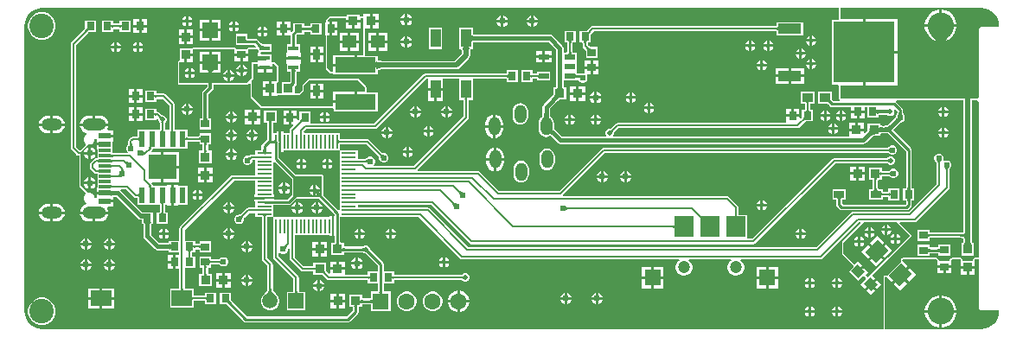
<source format=gtl>
G04*
G04 #@! TF.GenerationSoftware,Altium Limited,Altium Designer,21.2.1 (34)*
G04*
G04 Layer_Physical_Order=1*
G04 Layer_Color=255*
%FSLAX25Y25*%
%MOIN*%
G70*
G04*
G04 #@! TF.SameCoordinates,937FA343-5D84-449D-BBD7-2FC7B833E5F3*
G04*
G04*
G04 #@! TF.FilePolarity,Positive*
G04*
G01*
G75*
%ADD10C,0.01000*%
%ADD19C,0.01200*%
%ADD22R,0.03500X0.03800*%
%ADD23R,0.03347X0.03150*%
%ADD24R,0.03150X0.03347*%
%ADD25R,0.15750X0.05910*%
%ADD26R,0.07480X0.07874*%
%ADD27R,0.06300X0.06300*%
G04:AMPARAMS|DCode=28|XSize=38mil|YSize=35mil|CornerRadius=0mil|HoleSize=0mil|Usage=FLASHONLY|Rotation=315.000|XOffset=0mil|YOffset=0mil|HoleType=Round|Shape=Rectangle|*
%AMROTATEDRECTD28*
4,1,4,-0.02581,0.00106,-0.00106,0.02581,0.02581,-0.00106,0.00106,-0.02581,-0.02581,0.00106,0.0*
%
%ADD28ROTATEDRECTD28*%

G04:AMPARAMS|DCode=29|XSize=60mil|YSize=66.93mil|CornerRadius=0mil|HoleSize=0mil|Usage=FLASHONLY|Rotation=135.000|XOffset=0mil|YOffset=0mil|HoleType=Round|Shape=Rectangle|*
%AMROTATEDRECTD29*
4,1,4,0.04488,0.00245,-0.00245,-0.04488,-0.04488,-0.00245,0.00245,0.04488,0.04488,0.00245,0.0*
%
%ADD29ROTATEDRECTD29*%

%ADD30R,0.03800X0.03500*%
%ADD31R,0.04530X0.01180*%
%ADD32R,0.04530X0.02360*%
%ADD33R,0.02953X0.03937*%
%ADD34R,0.03937X0.02953*%
%ADD35R,0.00790X0.05750*%
%ADD36R,0.05750X0.00790*%
%ADD37R,0.03937X0.01772*%
%ADD38R,0.02362X0.05906*%
%ADD39R,0.11024X0.09449*%
%ADD40R,0.06000X0.06000*%
%ADD41R,0.03940X0.07090*%
%ADD42R,0.07874X0.05906*%
%ADD43R,0.03937X0.03347*%
%ADD44R,0.03937X0.02165*%
%ADD45R,0.05512X0.05118*%
%ADD46R,0.09055X0.03937*%
%ADD47R,0.23622X0.23622*%
%ADD86C,0.00800*%
%ADD87C,0.02000*%
%ADD88C,0.01600*%
%ADD89C,0.04724*%
%ADD90O,0.04724X0.07087*%
%ADD91O,0.07870X0.04720*%
%ADD92O,0.09060X0.04720*%
%ADD93R,0.05906X0.05906*%
%ADD94C,0.05906*%
%ADD95C,0.06299*%
%ADD96R,0.06299X0.06299*%
%ADD97C,0.10236*%
%ADD98C,0.09449*%
%ADD99C,0.02000*%
%ADD100C,0.02400*%
G36*
X124000Y98955D02*
X121500D01*
Y95000D01*
X121000D01*
Y94500D01*
X112125D01*
Y92582D01*
X111625Y92375D01*
X110000Y94000D01*
X110000Y106327D01*
X110874D01*
Y109000D01*
Y111673D01*
X110380D01*
X110173Y112173D01*
X111000Y113000D01*
X117100Y113000D01*
Y112500D01*
X120000D01*
X122900D01*
Y113000D01*
X124000D01*
Y98955D01*
D02*
G37*
G36*
X165474Y106848D02*
X165522Y106712D01*
X165602Y106592D01*
X165714Y106488D01*
X165858Y106400D01*
X166034Y106328D01*
X166242Y106272D01*
X166482Y106232D01*
X166754Y106208D01*
X167058Y106200D01*
Y104600D01*
X166754Y104592D01*
X166482Y104568D01*
X166242Y104528D01*
X166034Y104472D01*
X165858Y104400D01*
X165714Y104312D01*
X165602Y104208D01*
X165522Y104088D01*
X165474Y103952D01*
X165458Y103800D01*
Y107000D01*
X165474Y106848D01*
D02*
G37*
G36*
X204350Y104343D02*
X204282Y104318D01*
X204222Y104278D01*
X204170Y104221D01*
X204126Y104148D01*
X204090Y104058D01*
X204062Y103953D01*
X204042Y103831D01*
X204030Y103693D01*
X204026Y103539D01*
X203226D01*
X203222Y103693D01*
X203210Y103831D01*
X203190Y103953D01*
X203162Y104058D01*
X203126Y104148D01*
X203082Y104221D01*
X203030Y104278D01*
X202970Y104318D01*
X202902Y104343D01*
X202826Y104351D01*
X204426D01*
X204350Y104343D01*
D02*
G37*
G36*
X165276Y101847D02*
X165113Y101787D01*
X164969Y101687D01*
X164845Y101547D01*
X164740Y101367D01*
X164653Y101147D01*
X164586Y100887D01*
X164538Y100587D01*
X164510Y100247D01*
X164500Y99867D01*
X162500D01*
X162490Y100247D01*
X162462Y100587D01*
X162414Y100887D01*
X162347Y101147D01*
X162260Y101367D01*
X162155Y101547D01*
X162031Y101687D01*
X161887Y101787D01*
X161724Y101847D01*
X161542Y101867D01*
X165458D01*
X165276Y101847D01*
D02*
G37*
G36*
X204030Y99957D02*
X204042Y99818D01*
X204062Y99697D01*
X204090Y99591D01*
X204126Y99502D01*
X204170Y99429D01*
X204222Y99372D01*
X204282Y99331D01*
X204350Y99307D01*
X204426Y99299D01*
X202826D01*
X202902Y99307D01*
X202970Y99331D01*
X203030Y99372D01*
X203082Y99429D01*
X203126Y99502D01*
X203162Y99591D01*
X203190Y99697D01*
X203210Y99818D01*
X203222Y99957D01*
X203226Y100111D01*
X204026D01*
X204030Y99957D01*
D02*
G37*
G36*
X128883Y96810D02*
X128943Y96640D01*
X129043Y96490D01*
X129183Y96360D01*
X129363Y96250D01*
X129583Y96160D01*
X129843Y96090D01*
X130143Y96040D01*
X130483Y96010D01*
X130863Y96000D01*
Y94000D01*
X130483Y93990D01*
X130143Y93960D01*
X129843Y93910D01*
X129583Y93840D01*
X129363Y93750D01*
X129183Y93640D01*
X129043Y93510D01*
X128943Y93360D01*
X128883Y93190D01*
X128863Y93000D01*
Y97000D01*
X128883Y96810D01*
D02*
G37*
G36*
X208244Y91172D02*
X207305Y89893D01*
X207292Y89962D01*
X207266Y90025D01*
X207228Y90080D01*
X207178Y90128D01*
X207114Y90168D01*
X207038Y90201D01*
X206950Y90227D01*
X206849Y90245D01*
X206735Y90256D01*
X206609Y90260D01*
X206851Y91260D01*
X208244Y91172D01*
D02*
G37*
G36*
X205573Y91665D02*
X205603Y91580D01*
X205654Y91505D01*
X205725Y91440D01*
X205816Y91385D01*
X205927Y91340D01*
X206059Y91305D01*
X206210Y91280D01*
X206382Y91265D01*
X206575Y91260D01*
Y90260D01*
X206382Y90255D01*
X206210Y90240D01*
X206059Y90215D01*
X205927Y90180D01*
X205816Y90135D01*
X205725Y90080D01*
X205654Y90015D01*
X205603Y89940D01*
X205573Y89855D01*
X205563Y89760D01*
Y91760D01*
X205573Y91665D01*
D02*
G37*
G36*
X-0Y116989D02*
X307217D01*
Y112811D01*
X306949Y112411D01*
X304589D01*
Y87589D01*
X306949D01*
X307217Y87189D01*
Y82000D01*
X307373Y81622D01*
X307173Y81122D01*
X305134D01*
X305036Y81219D01*
X305013Y81281D01*
X304659Y81662D01*
X304544Y81804D01*
X304458Y81927D01*
X304443Y81954D01*
Y82192D01*
X304468Y82253D01*
X304447Y82303D01*
X304460Y82357D01*
X304443Y82384D01*
Y84773D01*
X299306D01*
Y80227D01*
X302285D01*
X302313Y80210D01*
X302366Y80222D01*
X302416Y80201D01*
X302478Y80227D01*
X302715D01*
X302742Y80211D01*
X302858Y80130D01*
X303188Y79849D01*
X303379Y79665D01*
X303444Y79639D01*
X303876Y79207D01*
X304240Y78964D01*
X304669Y78878D01*
X304669Y78878D01*
X311976D01*
Y77500D01*
X317126D01*
Y78878D01*
X318124D01*
Y74727D01*
X322474D01*
Y75679D01*
X322493Y75687D01*
X322581Y75710D01*
X322707Y75731D01*
X322868Y75745D01*
X323079Y75751D01*
X323136Y75776D01*
X325533D01*
X325594Y75751D01*
X325696Y75750D01*
X325862Y75743D01*
X325977Y75731D01*
X325998Y75728D01*
X326002Y75727D01*
X326015Y75722D01*
X326094Y75644D01*
X326682Y75400D01*
X327318D01*
X327906Y75644D01*
X328356Y76094D01*
X328600Y76682D01*
Y77318D01*
X328396Y77811D01*
X328820Y78094D01*
X329722Y77191D01*
Y77029D01*
X329695Y76963D01*
X329689Y76427D01*
X329685Y76385D01*
X329675Y76319D01*
X329662Y76262D01*
X329647Y76213D01*
X329630Y76171D01*
X329612Y76136D01*
X329593Y76106D01*
X329572Y76078D01*
X329528Y76031D01*
X329487Y75921D01*
X329318Y75752D01*
X329044Y75090D01*
Y75024D01*
X328654Y74591D01*
X328638Y74545D01*
X326706Y72613D01*
X326658Y72595D01*
X326444Y72397D01*
X326243Y72235D01*
X326036Y72094D01*
X325822Y71973D01*
X325603Y71872D01*
X325375Y71788D01*
X325139Y71723D01*
X324893Y71676D01*
X324636Y71648D01*
X324345Y71637D01*
X324338Y71634D01*
X324329Y71637D01*
X324044Y71645D01*
X323814Y71663D01*
X323627Y71693D01*
X323485Y71728D01*
X323392Y71764D01*
X323362Y71782D01*
X323358Y71811D01*
X323325Y71871D01*
Y72350D01*
X322805D01*
X322715Y72387D01*
X322679Y72372D01*
X322640Y72383D01*
X322580Y72350D01*
X318325D01*
Y70656D01*
X318308Y70627D01*
X318320Y70575D01*
X318300Y70525D01*
X318325Y70463D01*
Y69907D01*
X318257Y69790D01*
X318109Y69578D01*
X317642Y69027D01*
X317338Y68713D01*
X316854Y68810D01*
X316825Y68822D01*
Y69500D01*
X313925D01*
X311025D01*
Y67427D01*
X220444D01*
X220253Y67927D01*
X220470Y68452D01*
Y68651D01*
X220519Y68759D01*
X220521Y68813D01*
X220524Y68838D01*
X220530Y68863D01*
X220537Y68888D01*
X220549Y68916D01*
X220564Y68946D01*
X220585Y68980D01*
X220611Y69017D01*
X220644Y69058D01*
X220698Y69115D01*
X220724Y69182D01*
X222222Y70680D01*
X291298D01*
X291689Y70758D01*
X292019Y70979D01*
X293939Y72899D01*
X294006Y72924D01*
X294307Y73204D01*
X294415Y73291D01*
X294503Y73353D01*
X294633D01*
X294694Y73327D01*
X294745Y73348D01*
X294799Y73336D01*
X294826Y73353D01*
X297301D01*
Y77899D01*
X296185D01*
X296179Y77972D01*
X296175Y78104D01*
X296146Y78171D01*
Y79955D01*
X296175Y80022D01*
X296179Y80156D01*
X296185Y80227D01*
X297694D01*
Y84773D01*
X292558D01*
Y80227D01*
X294067D01*
X294073Y80156D01*
X294077Y80022D01*
X294106Y79955D01*
Y78171D01*
X294077Y78104D01*
X294073Y77972D01*
X294067Y77899D01*
X292951D01*
Y75228D01*
X292934Y75200D01*
X292947Y75147D01*
X292926Y75096D01*
X292951Y75035D01*
Y74904D01*
X292894Y74823D01*
X292676Y74566D01*
X292530Y74416D01*
X292439Y74416D01*
X291953Y74878D01*
Y75126D01*
X289378D01*
X286803D01*
Y72953D01*
X286400Y72720D01*
X221800D01*
X221410Y72642D01*
X221079Y72421D01*
X219282Y70624D01*
X219215Y70599D01*
X219158Y70544D01*
X219117Y70511D01*
X219080Y70485D01*
X219046Y70464D01*
X219016Y70449D01*
X218988Y70438D01*
X218963Y70430D01*
X218938Y70424D01*
X218913Y70421D01*
X218859Y70419D01*
X218751Y70370D01*
X218552D01*
X217964Y70127D01*
X217514Y69677D01*
X217270Y69089D01*
Y68452D01*
X217488Y67927D01*
X217297Y67427D01*
X200429D01*
X197767Y70089D01*
X197388Y70343D01*
Y72619D01*
X197286Y73392D01*
X196987Y74113D01*
X196513Y74732D01*
X196462Y74770D01*
X196452Y74796D01*
X196402Y74817D01*
X195995Y75129D01*
X195957Y75252D01*
X195915Y75459D01*
X195857Y76071D01*
X195849Y76445D01*
X195827Y76495D01*
Y78359D01*
X198105Y80637D01*
X198154Y80655D01*
X198770Y81227D01*
X199017Y81424D01*
X199236Y81577D01*
X199364Y81650D01*
X199884D01*
X199975Y81613D01*
X200024Y81633D01*
X200076Y81621D01*
X200124Y81650D01*
X202100D01*
Y86350D01*
X201309D01*
X201269Y86372D01*
X201208Y86378D01*
X201182Y86421D01*
X201145Y86513D01*
X201108Y86653D01*
X201077Y86839D01*
X201057Y87068D01*
X201049Y87355D01*
X201027Y87404D01*
Y88586D01*
X201050Y89077D01*
X201527Y89077D01*
X206187D01*
Y89077D01*
X206687Y89245D01*
X206897Y89166D01*
X206974Y88980D01*
X207480Y88474D01*
X208142Y88200D01*
X208858D01*
X209520Y88474D01*
X210026Y88980D01*
X210300Y89642D01*
Y90358D01*
X210026Y91020D01*
X209994Y91051D01*
X210202Y91551D01*
X211500D01*
Y93626D01*
X209327D01*
Y92056D01*
X208911Y91778D01*
X208858Y91800D01*
X208326D01*
X208284Y91821D01*
X207936Y91842D01*
X207740Y91881D01*
X207740Y91881D01*
X207315D01*
X206892Y91908D01*
X206814Y91881D01*
X206661D01*
X206649Y91883D01*
X206592Y91909D01*
X206479Y91912D01*
X206187Y91961D01*
X206187Y92817D01*
X206187Y92943D01*
Y96057D01*
X206187Y96183D01*
Y96557D01*
X206187Y96683D01*
Y99923D01*
X204685D01*
X204679Y99993D01*
X204675Y100128D01*
X204646Y100194D01*
Y103455D01*
X204675Y103522D01*
X204679Y103656D01*
X204685Y103727D01*
X205801D01*
Y108273D01*
X201451D01*
Y103727D01*
X202567D01*
X202573Y103656D01*
X202577Y103522D01*
X202606Y103455D01*
Y100407D01*
X202219Y99923D01*
X201050Y99923D01*
X201027Y100414D01*
Y101600D01*
X201027Y101600D01*
X200919Y102146D01*
X200609Y102609D01*
X200609Y102609D01*
X196809Y106409D01*
X196346Y106719D01*
X195800Y106827D01*
X195800Y106827D01*
X167124D01*
X167075Y106849D01*
X166791Y106857D01*
X166564Y106877D01*
X166380Y106907D01*
X166242Y106945D01*
X166152Y106981D01*
X166110Y107007D01*
X166104Y107068D01*
X166070Y107130D01*
Y109545D01*
X160930D01*
Y101999D01*
X160896Y101938D01*
X160907Y101902D01*
X160893Y101867D01*
X160930Y101777D01*
Y101255D01*
X161410D01*
X161471Y101222D01*
X161574Y101210D01*
X161584Y101206D01*
X161597Y101198D01*
X161627Y101163D01*
X161674Y101083D01*
X161728Y100947D01*
X161777Y100754D01*
X161817Y100508D01*
X161842Y100211D01*
X161851Y99851D01*
X161869Y99810D01*
Y99376D01*
X159124Y96631D01*
X130920D01*
X130880Y96649D01*
X130520Y96659D01*
X130225Y96685D01*
X129981Y96725D01*
X129791Y96776D01*
X129657Y96831D01*
X129577Y96880D01*
X129541Y96914D01*
X129528Y96933D01*
X129521Y96954D01*
X129509Y97068D01*
X129475Y97130D01*
Y98555D01*
X124917D01*
X124649Y98955D01*
Y109250D01*
X126400D01*
Y112000D01*
Y114750D01*
X124000D01*
Y113649D01*
X124000Y113649D01*
X122900D01*
X122500Y113917D01*
Y114350D01*
X117500D01*
Y113917D01*
X117100Y113649D01*
X111000Y113649D01*
X110541Y113459D01*
X109714Y112632D01*
X109665Y112513D01*
X109573Y112422D01*
Y112293D01*
X109524Y112173D01*
X109573Y112054D01*
Y111925D01*
X109636Y111773D01*
X109302Y111273D01*
X109199D01*
Y106727D01*
X109199D01*
X109395Y106434D01*
X109351Y106327D01*
X109351Y94000D01*
X109541Y93541D01*
X111166Y91916D01*
X111285Y91866D01*
X111377Y91775D01*
X111506D01*
X111625Y91725D01*
X111744Y91775D01*
X111873D01*
X112025Y91838D01*
X112525Y91504D01*
Y91445D01*
X129475D01*
Y92870D01*
X129509Y92932D01*
X129521Y93046D01*
X129528Y93067D01*
X129541Y93086D01*
X129577Y93120D01*
X129657Y93169D01*
X129791Y93224D01*
X129981Y93275D01*
X130225Y93315D01*
X130520Y93341D01*
X130880Y93351D01*
X130920Y93369D01*
X159800D01*
X160424Y93493D01*
X160953Y93846D01*
X164654Y97546D01*
X165007Y98076D01*
X165131Y98700D01*
Y99810D01*
X165149Y99851D01*
X165158Y100211D01*
X165183Y100508D01*
X165223Y100754D01*
X165272Y100947D01*
X165326Y101083D01*
X165373Y101163D01*
X165403Y101198D01*
X165416Y101206D01*
X165426Y101210D01*
X165529Y101222D01*
X165590Y101255D01*
X166070D01*
Y101777D01*
X166107Y101867D01*
X166093Y101902D01*
X166103Y101938D01*
X166070Y101999D01*
Y103670D01*
X166104Y103732D01*
X166110Y103793D01*
X166152Y103819D01*
X166242Y103856D01*
X166380Y103893D01*
X166564Y103923D01*
X166791Y103943D01*
X167075Y103951D01*
X167124Y103973D01*
X195209D01*
X198173Y101009D01*
Y87404D01*
X198151Y87355D01*
X198143Y87068D01*
X198123Y86839D01*
X198092Y86653D01*
X198055Y86513D01*
X198018Y86421D01*
X197992Y86378D01*
X197932Y86372D01*
X197891Y86350D01*
X197100D01*
Y84674D01*
X197071Y84626D01*
X197083Y84574D01*
X197063Y84525D01*
X197100Y84434D01*
Y83914D01*
X197027Y83786D01*
X196880Y83574D01*
X196415Y83026D01*
X196113Y82713D01*
X196093Y82662D01*
X193391Y79959D01*
X193081Y79496D01*
X192973Y78950D01*
X192973Y78950D01*
Y76495D01*
X192951Y76445D01*
X192943Y76062D01*
X192922Y75740D01*
X192887Y75469D01*
X192843Y75252D01*
X192805Y75129D01*
X192398Y74817D01*
X192348Y74796D01*
X192338Y74770D01*
X192287Y74732D01*
X191813Y74113D01*
X191514Y73392D01*
X191412Y72619D01*
Y70257D01*
X191514Y69483D01*
X191813Y68763D01*
X192287Y68144D01*
X192906Y67669D01*
X193627Y67371D01*
X194400Y67269D01*
X195173Y67371D01*
X195894Y67669D01*
X195985Y67739D01*
X196103Y67716D01*
X198828Y64991D01*
X199292Y64681D01*
X199838Y64573D01*
X199838Y64573D01*
X316675D01*
X316675Y64573D01*
X317221Y64681D01*
X317684Y64991D01*
X319331Y66637D01*
X319379Y66655D01*
X319997Y67230D01*
X320246Y67429D01*
X320465Y67582D01*
X320583Y67650D01*
X321138D01*
X321200Y67625D01*
X321250Y67645D01*
X321302Y67633D01*
X321330Y67650D01*
X323325D01*
Y68478D01*
X323347Y68517D01*
X323353Y68579D01*
X323398Y68606D01*
X323490Y68643D01*
X323629Y68681D01*
X323815Y68711D01*
X324044Y68731D01*
X324330Y68739D01*
X324379Y68761D01*
X326022D01*
X327079Y67785D01*
X327140Y67762D01*
X333052Y61850D01*
Y47929D01*
X333025Y47866D01*
X333020Y47694D01*
X333009Y47566D01*
X332993Y47470D01*
X332991Y47461D01*
X331999D01*
Y42915D01*
X332989D01*
X332994Y42899D01*
X333009Y42805D01*
X333020Y42680D01*
X333025Y42510D01*
X333052Y42448D01*
Y41527D01*
X332835Y41310D01*
X308765D01*
X308422Y41653D01*
Y42645D01*
X308449Y42707D01*
X308454Y42877D01*
X308465Y43002D01*
X308480Y43096D01*
X308485Y43112D01*
X309869D01*
Y47265D01*
X304731D01*
Y43112D01*
X306115D01*
X306120Y43096D01*
X306135Y43002D01*
X306146Y42877D01*
X306151Y42707D01*
X306178Y42645D01*
Y41188D01*
X306178Y41188D01*
X306264Y40759D01*
X306507Y40395D01*
X307507Y39395D01*
X307507Y39395D01*
X307871Y39152D01*
X308300Y39067D01*
X333300D01*
X333300Y39067D01*
X333729Y39152D01*
X334093Y39395D01*
X334967Y40269D01*
X334967Y40269D01*
X335210Y40633D01*
X335296Y41062D01*
X335296Y41062D01*
Y42448D01*
X335323Y42510D01*
X335328Y42680D01*
X335339Y42805D01*
X335354Y42899D01*
X335359Y42915D01*
X336349D01*
Y47461D01*
X335357D01*
X335355Y47470D01*
X335339Y47566D01*
X335328Y47694D01*
X335323Y47866D01*
X335296Y47929D01*
Y62314D01*
X335296Y62314D01*
X335210Y62743D01*
X334967Y63107D01*
X334967Y63107D01*
X328717Y69357D01*
X328690Y69423D01*
X328369Y69751D01*
X328340Y69786D01*
X328318Y69825D01*
X328310Y69851D01*
X328308Y69883D01*
X328315Y69938D01*
X328343Y70025D01*
X328402Y70143D01*
X328498Y70290D01*
X328634Y70460D01*
X328825Y70663D01*
X328834Y70687D01*
X328855Y70699D01*
X328866Y70736D01*
X330673Y72543D01*
X330726Y72564D01*
X330818Y72656D01*
X331099Y72924D01*
X331109Y72932D01*
X331202D01*
X331864Y73206D01*
X332370Y73713D01*
X332644Y74374D01*
Y75090D01*
X332370Y75752D01*
X332201Y75921D01*
X332160Y76031D01*
X332116Y76078D01*
X332095Y76106D01*
X332076Y76136D01*
X332058Y76171D01*
X332041Y76213D01*
X332026Y76262D01*
X332021Y76284D01*
X331993Y76983D01*
X331966Y77042D01*
Y77656D01*
X331880Y78085D01*
X331637Y78449D01*
X331637Y78449D01*
X329293Y80793D01*
X329207Y80850D01*
X329359Y81351D01*
X355235Y81350D01*
Y31862D01*
X355219Y31833D01*
X355226Y31810D01*
X355217Y31788D01*
X355209Y31433D01*
X355152Y30855D01*
X355110Y30664D01*
X355063Y30519D01*
X355042Y30475D01*
X354290Y30426D01*
X353944Y30423D01*
X353874Y30394D01*
X342411D01*
X342344Y30423D01*
X342213Y30427D01*
X342139Y30433D01*
Y31549D01*
X337593D01*
Y27199D01*
X342139D01*
Y28315D01*
X342212Y28321D01*
X342344Y28325D01*
X342411Y28354D01*
X353874D01*
X353944Y28325D01*
X354299Y28322D01*
X354903Y28298D01*
X355035Y28285D01*
X355063Y28229D01*
X355110Y28084D01*
X355154Y27883D01*
X355188Y27628D01*
X355202Y27422D01*
X355190Y27229D01*
X355158Y26971D01*
X355117Y26765D01*
X355072Y26616D01*
X355033Y26529D01*
X354984Y26500D01*
X354516D01*
Y25978D01*
X354479Y25888D01*
X354497Y25843D01*
X354485Y25796D01*
X354516Y25744D01*
Y21500D01*
X359216D01*
Y25744D01*
X359247Y25796D01*
X359235Y25843D01*
X359254Y25888D01*
X359216Y25978D01*
Y26500D01*
X358748D01*
X358700Y26529D01*
X358660Y26616D01*
X358615Y26765D01*
X358576Y26961D01*
X358522Y27544D01*
X358516Y27901D01*
X358498Y27942D01*
Y29286D01*
X358513Y29315D01*
X358498Y29365D01*
Y29383D01*
X358513Y29433D01*
X358498Y29462D01*
Y81350D01*
X360673D01*
X361083Y80979D01*
Y20649D01*
X359616Y20649D01*
X359157Y20459D01*
X358967Y20000D01*
Y19600D01*
X354766D01*
Y20000D01*
X354575Y20459D01*
X354116Y20649D01*
X350957D01*
X350822Y20594D01*
X350677Y20586D01*
X350260Y20387D01*
X350184Y20303D01*
X350080Y20260D01*
X350025Y20126D01*
X349927Y20018D01*
X349933Y19905D01*
X349890Y19801D01*
X349890Y19500D01*
X349428Y19401D01*
X345842D01*
Y19500D01*
X345758Y19705D01*
X345691Y19916D01*
X345274Y20416D01*
X345247Y20431D01*
X345235Y20459D01*
X345030Y20544D01*
X344834Y20647D01*
X344804Y20638D01*
X344775Y20649D01*
X331854Y20649D01*
X331735Y20600D01*
X331605D01*
X331514Y20509D01*
X331395Y20459D01*
X331345Y20340D01*
X331254Y20248D01*
X331047Y19748D01*
Y19619D01*
X330997Y19500D01*
X331047Y19381D01*
Y19251D01*
X331104Y19195D01*
X325805Y13896D01*
X325748Y13953D01*
X325619D01*
X325500Y14003D01*
X325381Y13953D01*
X325252D01*
X324751Y13746D01*
X324660Y13655D01*
X324541Y13605D01*
X324491Y13486D01*
X324400Y13395D01*
Y13265D01*
X324351Y13146D01*
X324351Y-6752D01*
X-0D01*
X-14Y-6755D01*
X-1318Y-6627D01*
X-2586Y-6242D01*
X-3754Y-5618D01*
X-4778Y-4778D01*
X-5618Y-3754D01*
X-6242Y-2586D01*
X-6627Y-1318D01*
X-6755Y-14D01*
X-6752Y0D01*
Y110236D01*
X-6755Y110250D01*
X-6627Y111554D01*
X-6242Y112822D01*
X-5618Y113990D01*
X-4778Y115014D01*
X-3754Y115854D01*
X-2586Y116479D01*
X-1318Y116863D01*
X-14Y116991D01*
X-0Y116989D01*
D02*
G37*
G36*
X200408Y87032D02*
X200432Y86758D01*
X200472Y86516D01*
X200528Y86306D01*
X200600Y86129D01*
X200688Y85984D01*
X200792Y85871D01*
X200912Y85790D01*
X201048Y85742D01*
X201200Y85726D01*
X198000D01*
X198152Y85742D01*
X198288Y85790D01*
X198408Y85871D01*
X198512Y85984D01*
X198600Y86129D01*
X198672Y86306D01*
X198728Y86516D01*
X198768Y86758D01*
X198792Y87032D01*
X198800Y87338D01*
X200400D01*
X200408Y87032D01*
D02*
G37*
G36*
X199975Y82262D02*
X199850Y82353D01*
X199703Y82398D01*
X199533D01*
X199341Y82353D01*
X199126Y82262D01*
X198889Y82126D01*
X198628Y81945D01*
X198346Y81719D01*
X197712Y81131D01*
X196581Y82262D01*
X196897Y82590D01*
X197395Y83178D01*
X197576Y83439D01*
X197712Y83676D01*
X197802Y83891D01*
X197848Y84083D01*
Y84253D01*
X197802Y84400D01*
X197712Y84525D01*
X199975Y82262D01*
D02*
G37*
G36*
X363523Y116863D02*
X364790Y116479D01*
X365958Y115854D01*
X366982Y115014D01*
X367823Y113990D01*
X368447Y112822D01*
X368831Y111554D01*
X368957Y110283D01*
X368908Y109783D01*
X362205D01*
X361775Y109698D01*
X361412Y109455D01*
X361169Y109091D01*
X361083Y108661D01*
Y82410D01*
X360673Y82000D01*
X307866Y82000D01*
Y87189D01*
X316500D01*
Y100000D01*
Y112811D01*
X307866D01*
Y116989D01*
X362205D01*
X362218Y116991D01*
X363523Y116863D01*
D02*
G37*
G36*
X303763Y82176D02*
X303736Y82085D01*
X303737Y81980D01*
X303767Y81860D01*
X303824Y81726D01*
X303911Y81577D01*
X304025Y81414D01*
X304168Y81237D01*
X304538Y80839D01*
X303831Y80132D01*
X303624Y80331D01*
X303255Y80644D01*
X303092Y80759D01*
X302944Y80845D01*
X302809Y80902D01*
X302690Y80932D01*
X302584Y80933D01*
X302493Y80906D01*
X302416Y80851D01*
X303818Y82253D01*
X303763Y82176D01*
D02*
G37*
G36*
X295850Y80843D02*
X295782Y80818D01*
X295722Y80778D01*
X295670Y80721D01*
X295626Y80648D01*
X295590Y80558D01*
X295562Y80453D01*
X295542Y80331D01*
X295530Y80193D01*
X295526Y80039D01*
X294726D01*
X294722Y80193D01*
X294710Y80331D01*
X294690Y80453D01*
X294662Y80558D01*
X294626Y80648D01*
X294582Y80721D01*
X294530Y80778D01*
X294470Y80818D01*
X294402Y80843D01*
X294326Y80851D01*
X295926D01*
X295850Y80843D01*
D02*
G37*
G36*
X295530Y77935D02*
X295542Y77799D01*
X295562Y77679D01*
X295590Y77575D01*
X295626Y77487D01*
X295670Y77415D01*
X295722Y77359D01*
X295782Y77319D01*
X295850Y77295D01*
X295926Y77287D01*
X294326D01*
X294402Y77295D01*
X294470Y77319D01*
X294530Y77359D01*
X294582Y77415D01*
X294626Y77487D01*
X294662Y77575D01*
X294690Y77679D01*
X294710Y77799D01*
X294722Y77935D01*
X294726Y78087D01*
X295526D01*
X295530Y77935D01*
D02*
G37*
G36*
X326286Y76300D02*
X326261Y76319D01*
X326227Y76336D01*
X326183Y76351D01*
X326129Y76364D01*
X326065Y76375D01*
X325909Y76391D01*
X325713Y76399D01*
X325600Y76400D01*
Y77600D01*
X325713Y77601D01*
X326065Y77625D01*
X326129Y77636D01*
X326183Y77649D01*
X326227Y77664D01*
X326261Y77681D01*
X326286Y77700D01*
Y76300D01*
D02*
G37*
G36*
X321862Y78086D02*
X321898Y77984D01*
X321959Y77894D01*
X322044Y77816D01*
X322153Y77750D01*
X322286Y77696D01*
X322444Y77654D01*
X322625Y77624D01*
X322832Y77606D01*
X323062Y77600D01*
Y76400D01*
X322832Y76394D01*
X322625Y76376D01*
X322444Y76346D01*
X322286Y76304D01*
X322153Y76250D01*
X322044Y76184D01*
X321959Y76106D01*
X321898Y76016D01*
X321862Y75914D01*
X321850Y75800D01*
Y78200D01*
X321862Y78086D01*
D02*
G37*
G36*
X331374Y76200D02*
X331375Y76197D01*
X331399Y76093D01*
X331429Y75994D01*
X331467Y75902D01*
X331511Y75815D01*
X331562Y75734D01*
X331620Y75659D01*
X331684Y75589D01*
X331399D01*
X331410Y75298D01*
X330278D01*
X330291Y75326D01*
X330302Y75385D01*
X330312Y75475D01*
X330317Y75589D01*
X330004D01*
X330069Y75659D01*
X330127Y75734D01*
X330177Y75815D01*
X330222Y75902D01*
X330259Y75994D01*
X330290Y76093D01*
X330313Y76197D01*
X330330Y76306D01*
X330338Y76395D01*
X330344Y76957D01*
X331344D01*
X331374Y76200D01*
D02*
G37*
G36*
X195208Y76034D02*
X195271Y75364D01*
X195327Y75091D01*
X195398Y74861D01*
X195485Y74672D01*
X195588Y74525D01*
X195707Y74421D01*
X195842Y74358D01*
X195992Y74337D01*
X192808D01*
X192958Y74358D01*
X193093Y74421D01*
X193212Y74525D01*
X193315Y74672D01*
X193402Y74861D01*
X193473Y75091D01*
X193529Y75364D01*
X193568Y75678D01*
X193592Y76034D01*
X193600Y76432D01*
X195200D01*
X195208Y76034D01*
D02*
G37*
G36*
X294694Y73977D02*
X294633Y74021D01*
X294561Y74042D01*
X294476Y74041D01*
X294381Y74017D01*
X294273Y73971D01*
X294154Y73902D01*
X294024Y73810D01*
X293882Y73696D01*
X293563Y73399D01*
X292998Y73965D01*
X293157Y74130D01*
X293408Y74426D01*
X293500Y74556D01*
X293569Y74675D01*
X293616Y74782D01*
X293639Y74878D01*
X293641Y74962D01*
X293619Y75035D01*
X293575Y75096D01*
X294694Y73977D01*
D02*
G37*
G36*
X330832Y73532D02*
X330816Y73527D01*
X330792Y73512D01*
X330758Y73487D01*
X330663Y73406D01*
X330365Y73122D01*
X330268Y73025D01*
X329137Y74156D01*
X329644Y74720D01*
X330832Y73532D01*
D02*
G37*
G36*
X220226Y69560D02*
X220157Y69487D01*
X220096Y69414D01*
X220043Y69339D01*
X219996Y69263D01*
X219957Y69185D01*
X219925Y69107D01*
X219901Y69027D01*
X219883Y68946D01*
X219873Y68864D01*
X219870Y68780D01*
X218880Y69770D01*
X218964Y69773D01*
X219046Y69783D01*
X219127Y69801D01*
X219207Y69825D01*
X219285Y69857D01*
X219363Y69896D01*
X219439Y69943D01*
X219514Y69996D01*
X219587Y70057D01*
X219660Y70126D01*
X220226Y69560D01*
D02*
G37*
G36*
X322729Y71596D02*
X322777Y71468D01*
X322857Y71356D01*
X322969Y71258D01*
X323113Y71176D01*
X323289Y71108D01*
X323497Y71056D01*
X323737Y71018D01*
X324009Y70996D01*
X324313Y70988D01*
Y69388D01*
X324007Y69380D01*
X323734Y69356D01*
X323492Y69316D01*
X323283Y69260D01*
X323106Y69188D01*
X322960Y69100D01*
X322847Y68996D01*
X322766Y68876D01*
X322718Y68740D01*
X322701Y68588D01*
X322713Y71738D01*
X322729Y71596D01*
D02*
G37*
G36*
X321200Y68274D02*
X321076Y68363D01*
X320930Y68407D01*
X320761Y68406D01*
X320569Y68360D01*
X320354Y68268D01*
X320116Y68131D01*
X319856Y67949D01*
X319572Y67721D01*
X318937Y67131D01*
X317806Y68262D01*
X318124Y68591D01*
X318624Y69181D01*
X318806Y69441D01*
X318943Y69679D01*
X319035Y69894D01*
X319081Y70086D01*
X319082Y70255D01*
X319038Y70401D01*
X318949Y70525D01*
X321200Y68274D01*
D02*
G37*
G36*
X328351Y71107D02*
X328143Y70885D01*
X327972Y70672D01*
X327837Y70467D01*
X327740Y70270D01*
X327679Y70082D01*
X327655Y69902D01*
X327667Y69731D01*
X327717Y69569D01*
X327803Y69415D01*
X327888Y69314D01*
X328226Y68969D01*
X327519Y68262D01*
X326300Y69388D01*
X326811Y69899D01*
X326300Y70188D01*
X324369Y70988D01*
X324684Y70999D01*
X324990Y71033D01*
X325287Y71090D01*
X325574Y71169D01*
X325851Y71271D01*
X326120Y71395D01*
X326379Y71543D01*
X326629Y71712D01*
X326869Y71905D01*
X327100Y72120D01*
X328351Y71107D01*
D02*
G37*
G36*
X334679Y47657D02*
X334694Y47485D01*
X334719Y47333D01*
X334754Y47202D01*
X334799Y47090D01*
X334854Y46999D01*
X334919Y46929D01*
X334994Y46878D01*
X335079Y46848D01*
X335174Y46837D01*
X333174D01*
X333269Y46848D01*
X333354Y46878D01*
X333429Y46929D01*
X333494Y46999D01*
X333549Y47090D01*
X333594Y47202D01*
X333629Y47333D01*
X333654Y47485D01*
X333669Y47657D01*
X333674Y47849D01*
X334674D01*
X334679Y47657D01*
D02*
G37*
G36*
X308205Y43714D02*
X308120Y43684D01*
X308045Y43634D01*
X307980Y43564D01*
X307925Y43474D01*
X307880Y43364D01*
X307845Y43234D01*
X307820Y43084D01*
X307805Y42914D01*
X307800Y42724D01*
X306800D01*
X306795Y42914D01*
X306780Y43084D01*
X306755Y43234D01*
X306720Y43364D01*
X306675Y43474D01*
X306620Y43564D01*
X306555Y43634D01*
X306480Y43684D01*
X306395Y43714D01*
X306300Y43724D01*
X308300D01*
X308205Y43714D01*
D02*
G37*
G36*
X335079Y43517D02*
X334994Y43487D01*
X334919Y43437D01*
X334854Y43367D01*
X334799Y43277D01*
X334754Y43167D01*
X334719Y43037D01*
X334694Y42887D01*
X334679Y42717D01*
X334674Y42527D01*
X333674D01*
X333669Y42717D01*
X333654Y42887D01*
X333629Y43037D01*
X333594Y43167D01*
X333549Y43277D01*
X333494Y43367D01*
X333429Y43437D01*
X333354Y43487D01*
X333269Y43517D01*
X333174Y43527D01*
X335174D01*
X335079Y43517D01*
D02*
G37*
G36*
X341535Y30098D02*
X341559Y30030D01*
X341599Y29970D01*
X341655Y29918D01*
X341727Y29874D01*
X341815Y29838D01*
X341919Y29810D01*
X342039Y29790D01*
X342175Y29778D01*
X342327Y29774D01*
Y28974D01*
X342175Y28970D01*
X342039Y28958D01*
X341919Y28938D01*
X341815Y28910D01*
X341727Y28874D01*
X341655Y28830D01*
X341599Y28778D01*
X341559Y28718D01*
X341535Y28650D01*
X341527Y28574D01*
Y30174D01*
X341535Y30098D01*
D02*
G37*
G36*
X357866Y29374D02*
X357277Y28667D01*
X357574D01*
X357515Y28590D01*
X357463Y28480D01*
X357417Y28339D01*
X357377Y28166D01*
X357343Y27961D01*
X357336Y27888D01*
X357866D01*
X357874Y27508D01*
X357933Y26868D01*
X357984Y26608D01*
X358051Y26388D01*
X358132Y26208D01*
X358228Y26068D01*
X358338Y25968D01*
X358464Y25908D01*
X358604Y25888D01*
X357579D01*
X357590Y25884D01*
X357666Y25876D01*
X357313D01*
X357343Y25413D01*
X357377Y25208D01*
X357417Y25035D01*
X357463Y24894D01*
X357515Y24784D01*
X357574Y24707D01*
X356159D01*
X356217Y24784D01*
X356269Y24894D01*
X356315Y25035D01*
X356355Y25208D01*
X356389Y25413D01*
X356434Y25876D01*
X356066D01*
X356142Y25884D01*
X356153Y25888D01*
X355128D01*
X355268Y25908D01*
X355394Y25968D01*
X355504Y26068D01*
X355601Y26208D01*
X355682Y26388D01*
X355748Y26608D01*
X355800Y26868D01*
X355837Y27168D01*
X355853Y27423D01*
X355834Y27694D01*
X355794Y27994D01*
X355738Y28254D01*
X355666Y28474D01*
X355578Y28654D01*
X355474Y28794D01*
X355354Y28894D01*
X355317Y28910D01*
X354947Y28946D01*
X354314Y28971D01*
X353950Y28974D01*
Y29774D01*
X354314Y29777D01*
X355329Y29843D01*
X355354Y29854D01*
X355474Y29954D01*
X355578Y30094D01*
X355666Y30274D01*
X355738Y30494D01*
X355794Y30754D01*
X355858Y31394D01*
X355866Y31774D01*
X357866Y29374D01*
D02*
G37*
G36*
X361083Y1575D02*
X361169Y1146D01*
X361412Y782D01*
X361775Y539D01*
X362205Y453D01*
X368908D01*
X368957Y-47D01*
X368831Y-1318D01*
X368447Y-2586D01*
X367823Y-3754D01*
X366982Y-4778D01*
X365958Y-5618D01*
X364790Y-6242D01*
X363523Y-6627D01*
X362218Y-6755D01*
X362205Y-6752D01*
X325000D01*
X325000Y13146D01*
X325500Y13353D01*
X327573Y11280D01*
X330646Y14354D01*
X333720Y17427D01*
X331647Y19500D01*
X331854Y20000D01*
X344775Y20000D01*
X345193Y19500D01*
Y17726D01*
X347866D01*
Y17226D01*
D01*
Y17726D01*
X350539D01*
Y19500D01*
X350539Y19801D01*
X350957Y20000D01*
X354116D01*
Y17600D01*
X356866D01*
X359616D01*
Y20000D01*
X361083Y20000D01*
Y1575D01*
D02*
G37*
%LPC*%
G36*
X113949Y111673D02*
X111874D01*
Y109500D01*
X113949D01*
Y111673D01*
D02*
G37*
G36*
X122900Y111500D02*
X120500D01*
Y109250D01*
X122900D01*
Y111500D01*
D02*
G37*
G36*
X119500D02*
X117100D01*
Y109250D01*
X119500D01*
Y111500D01*
D02*
G37*
G36*
X113949Y108500D02*
X111874D01*
Y106327D01*
X113949D01*
Y108500D01*
D02*
G37*
G36*
X122244Y107559D02*
X118988D01*
Y104500D01*
X122244D01*
Y107559D01*
D02*
G37*
G36*
X117988D02*
X114732D01*
Y104500D01*
X117988D01*
Y107559D01*
D02*
G37*
G36*
X122244Y103500D02*
X118988D01*
Y100441D01*
X122244D01*
Y103500D01*
D02*
G37*
G36*
X117988D02*
X114732D01*
Y100441D01*
X117988D01*
Y103500D01*
D02*
G37*
G36*
X120500Y98955D02*
X112125D01*
Y95500D01*
X120500D01*
Y98955D01*
D02*
G37*
G36*
X141000Y114674D02*
Y113000D01*
X142674D01*
X142365Y113746D01*
X141746Y114365D01*
X141000Y114674D01*
D02*
G37*
G36*
X140000D02*
X139254Y114365D01*
X138635Y113746D01*
X138326Y113000D01*
X140000D01*
Y114674D01*
D02*
G37*
G36*
X129800Y114750D02*
X127400D01*
Y112500D01*
X129800D01*
Y114750D01*
D02*
G37*
G36*
X189500Y114174D02*
Y112500D01*
X191174D01*
X190865Y113246D01*
X190246Y113865D01*
X189500Y114174D01*
D02*
G37*
G36*
X188500D02*
X187754Y113865D01*
X187135Y113246D01*
X186826Y112500D01*
X188500D01*
Y114174D01*
D02*
G37*
G36*
X178000D02*
Y112500D01*
X179674D01*
X179365Y113246D01*
X178746Y113865D01*
X178000Y114174D01*
D02*
G37*
G36*
X177000D02*
X176254Y113865D01*
X175635Y113246D01*
X175326Y112500D01*
X177000D01*
Y114174D01*
D02*
G37*
G36*
X56500Y113958D02*
Y112500D01*
X57958D01*
X57696Y113133D01*
X57133Y113696D01*
X56500Y113958D01*
D02*
G37*
G36*
X55500D02*
X54867Y113696D01*
X54304Y113133D01*
X54042Y112500D01*
X55500D01*
Y113958D01*
D02*
G37*
G36*
X34301Y112273D02*
X29951D01*
Y111059D01*
X29881Y111053D01*
X29746Y111049D01*
X29680Y111020D01*
X27720D01*
X27654Y111049D01*
X27519Y111053D01*
X27449Y111059D01*
Y112273D01*
X23099D01*
Y107727D01*
X27449D01*
Y108941D01*
X27519Y108947D01*
X27654Y108951D01*
X27720Y108980D01*
X29680D01*
X29746Y108951D01*
X29881Y108947D01*
X29951Y108941D01*
Y107727D01*
X34301D01*
Y112273D01*
D02*
G37*
G36*
X40449Y112673D02*
X38374D01*
Y110500D01*
X40449D01*
Y112673D01*
D02*
G37*
G36*
X37374D02*
X35299D01*
Y110500D01*
X37374D01*
Y112673D01*
D02*
G37*
G36*
X74500Y111958D02*
Y110500D01*
X75958D01*
X75696Y111133D01*
X75133Y111696D01*
X74500Y111958D01*
D02*
G37*
G36*
X73500D02*
X72867Y111696D01*
X72304Y111133D01*
X72042Y110500D01*
X73500D01*
Y111958D01*
D02*
G37*
G36*
X142674Y112000D02*
X141000D01*
Y110326D01*
X141746Y110635D01*
X142365Y111254D01*
X142674Y112000D01*
D02*
G37*
G36*
X140000D02*
X138326D01*
X138635Y111254D01*
X139254Y110635D01*
X140000Y110326D01*
Y112000D01*
D02*
G37*
G36*
X57958Y111500D02*
X56500D01*
Y110042D01*
X57133Y110304D01*
X57696Y110867D01*
X57958Y111500D01*
D02*
G37*
G36*
X55500D02*
X54042D01*
X54304Y110867D01*
X54867Y110304D01*
X55500Y110042D01*
Y111500D01*
D02*
G37*
G36*
X191174D02*
X189500D01*
Y109826D01*
X190246Y110135D01*
X190865Y110754D01*
X191174Y111500D01*
D02*
G37*
G36*
X188500D02*
X186826D01*
X187135Y110754D01*
X187754Y110135D01*
X188500Y109826D01*
Y111500D01*
D02*
G37*
G36*
X179674D02*
X178000D01*
Y109826D01*
X178746Y110135D01*
X179365Y110754D01*
X179674Y111500D01*
D02*
G37*
G36*
X177000D02*
X175326D01*
X175635Y110754D01*
X176254Y110135D01*
X177000Y109826D01*
Y111500D01*
D02*
G37*
G36*
X95701Y111673D02*
X93626D01*
Y109500D01*
X95701D01*
Y111673D01*
D02*
G37*
G36*
X92626D02*
X90551D01*
Y109500D01*
X92626D01*
Y111673D01*
D02*
G37*
G36*
X129800Y111500D02*
X127400D01*
Y109250D01*
X129800D01*
Y111500D01*
D02*
G37*
G36*
X68999Y112600D02*
X65500D01*
Y109099D01*
X68999D01*
Y112600D01*
D02*
G37*
G36*
X64499D02*
X61000D01*
Y109099D01*
X64499D01*
Y112600D01*
D02*
G37*
G36*
X85500Y109958D02*
Y108500D01*
X86958D01*
X86695Y109133D01*
X86133Y109695D01*
X85500Y109958D01*
D02*
G37*
G36*
X84500D02*
X83867Y109695D01*
X83305Y109133D01*
X83042Y108500D01*
X84500D01*
Y109958D01*
D02*
G37*
G36*
X293387Y111624D02*
X283132D01*
Y110114D01*
X283062Y110108D01*
X282927Y110104D01*
X282861Y110075D01*
X212331D01*
X211941Y109997D01*
X211610Y109776D01*
X210561Y108727D01*
X210495Y108703D01*
X210196Y108425D01*
X210090Y108340D01*
X210001Y108279D01*
X209992Y108273D01*
X209896D01*
X209805Y108311D01*
X209756Y108290D01*
X209704Y108303D01*
X209656Y108273D01*
X207199D01*
Y103727D01*
X208315D01*
X208321Y103656D01*
X208325Y103522D01*
X208354Y103455D01*
Y102500D01*
X208432Y102110D01*
X208653Y101779D01*
X209234Y101198D01*
X209242Y101162D01*
X209282Y101136D01*
X209298Y101092D01*
X209587Y100783D01*
X209676Y100672D01*
X209727Y100600D01*
Y100505D01*
X209704Y100461D01*
X209721Y100407D01*
X209703Y100353D01*
X209727Y100307D01*
Y97699D01*
X214273D01*
Y102049D01*
X211733D01*
X211724Y102056D01*
X211680Y102049D01*
X211669D01*
X211626Y102072D01*
X211553Y102049D01*
X211385D01*
X211366Y102060D01*
X211285Y102117D01*
X211034Y102329D01*
X210888Y102470D01*
X210819Y102497D01*
X210394Y102922D01*
Y103455D01*
X210423Y103522D01*
X210427Y103656D01*
X210433Y103727D01*
X211549D01*
Y106380D01*
X211578Y106429D01*
X211566Y106481D01*
X211586Y106530D01*
X211549Y106620D01*
Y106716D01*
X211554Y106726D01*
X211611Y106807D01*
X211826Y107061D01*
X211970Y107210D01*
X211997Y107280D01*
X212753Y108036D01*
X282861D01*
X282927Y108006D01*
X283062Y108002D01*
X283132Y107996D01*
Y106487D01*
X293387D01*
Y111624D01*
D02*
G37*
G36*
X75958Y109500D02*
X74500D01*
Y108042D01*
X75133Y108305D01*
X75696Y108867D01*
X75958Y109500D01*
D02*
G37*
G36*
X73500D02*
X72042D01*
X72304Y108867D01*
X72867Y108305D01*
X73500Y108042D01*
Y109500D01*
D02*
G37*
G36*
X101049Y111273D02*
X96699D01*
Y108313D01*
X96207Y107821D01*
X96201Y107811D01*
X95701Y107963D01*
Y108500D01*
X93626D01*
Y106327D01*
X95378D01*
X95701Y106327D01*
X95878Y105900D01*
Y103453D01*
X95851Y103391D01*
X95846Y103218D01*
X95835Y103091D01*
X95819Y102994D01*
X95817Y102986D01*
X94432D01*
Y100146D01*
X94432Y100014D01*
X94114Y99646D01*
X94032D01*
Y98260D01*
X97000D01*
X99968D01*
Y99646D01*
X99886D01*
X99568Y100014D01*
X99568Y100146D01*
Y102986D01*
X98183D01*
X98181Y102994D01*
X98165Y103091D01*
X98154Y103218D01*
X98149Y103391D01*
X98122Y103453D01*
Y106563D01*
X98285Y106727D01*
X101049D01*
Y107817D01*
X101057Y107819D01*
X101154Y107835D01*
X101281Y107846D01*
X101454Y107851D01*
X101516Y107878D01*
X102984D01*
X103046Y107851D01*
X103219Y107846D01*
X103347Y107835D01*
X103443Y107819D01*
X103451Y107817D01*
Y106727D01*
X107801D01*
Y111273D01*
X103451D01*
Y110183D01*
X103443Y110181D01*
X103347Y110165D01*
X103219Y110154D01*
X103046Y110149D01*
X102984Y110122D01*
X101516D01*
X101454Y110149D01*
X101281Y110154D01*
X101154Y110165D01*
X101057Y110181D01*
X101049Y110183D01*
Y111273D01*
D02*
G37*
G36*
X20901Y112273D02*
X16551D01*
Y109602D01*
X16534Y109574D01*
X16547Y109521D01*
X16526Y109470D01*
X16551Y109409D01*
Y109278D01*
X16494Y109197D01*
X16276Y108940D01*
X16130Y108790D01*
X16103Y108721D01*
X11379Y103997D01*
X11158Y103666D01*
X11080Y103276D01*
Y63100D01*
X11158Y62710D01*
X11379Y62379D01*
X13348Y60410D01*
X13679Y60189D01*
X14069Y60111D01*
X14351D01*
Y48717D01*
X14541Y48258D01*
X16838Y45961D01*
X16855Y45845D01*
X16776Y45316D01*
X16494Y45033D01*
X16444Y44914D01*
X16353Y44822D01*
X16128Y44278D01*
Y44149D01*
X16078Y44030D01*
Y43441D01*
X16128Y43322D01*
Y43192D01*
X16353Y42649D01*
X16444Y42557D01*
X16494Y42438D01*
X16910Y42021D01*
X17029Y41972D01*
X17121Y41881D01*
X17121Y41518D01*
X17073Y41359D01*
X16303Y41040D01*
X15601Y40502D01*
X15063Y39800D01*
X14724Y38982D01*
X14674Y38605D01*
X20168D01*
X25661D01*
X25611Y38982D01*
X25273Y39800D01*
X25206Y39887D01*
X25427Y40335D01*
X27583D01*
Y42015D01*
X24318D01*
Y43015D01*
X27583D01*
Y44188D01*
X27896Y44212D01*
X28179Y44216D01*
X28230Y44238D01*
X28743D01*
X37117Y35864D01*
X37117Y35864D01*
X37580Y35555D01*
X38014Y35468D01*
X38116Y35424D01*
X38443Y35419D01*
X38451Y35418D01*
Y34471D01*
X38418Y34410D01*
X38428Y34374D01*
X38414Y34339D01*
X38451Y34248D01*
Y33727D01*
X38931D01*
X38992Y33693D01*
X39029Y33689D01*
X39049Y33656D01*
X39085Y33563D01*
X39121Y33423D01*
X39150Y33236D01*
X39170Y33007D01*
X39177Y32722D01*
X39199Y32673D01*
Y29000D01*
X39198Y29000D01*
X39307Y28454D01*
X39617Y27991D01*
X43617Y23991D01*
X43617Y23991D01*
X44080Y23681D01*
X44626Y23573D01*
X44626Y23573D01*
X47897D01*
X47946Y23551D01*
X48233Y23543D01*
X48462Y23523D01*
X48648Y23492D01*
X48788Y23455D01*
X48880Y23418D01*
X48923Y23392D01*
X48929Y23332D01*
X48951Y23291D01*
Y22727D01*
X52981D01*
Y21673D01*
X51626D01*
Y19000D01*
Y16327D01*
X52981D01*
Y8924D01*
X52951Y8858D01*
X52948Y8723D01*
X52942Y8653D01*
X49463D01*
Y1547D01*
X58537D01*
Y4041D01*
X58608Y4047D01*
X58742Y4051D01*
X58809Y4081D01*
X62554D01*
X62620Y4051D01*
X62755Y4047D01*
X62825Y4041D01*
Y2727D01*
X67175D01*
Y7273D01*
X62825D01*
Y6159D01*
X62755Y6153D01*
X62620Y6149D01*
X62554Y6120D01*
X58809D01*
X58742Y6149D01*
X58608Y6153D01*
X58537Y6159D01*
Y8653D01*
X55059D01*
X55053Y8723D01*
X55050Y8858D01*
X55020Y8924D01*
Y16727D01*
X59049D01*
Y21273D01*
X57933D01*
X57927Y21344D01*
X57923Y21478D01*
X57894Y21545D01*
Y22455D01*
X57923Y22522D01*
X57927Y22656D01*
X57933Y22727D01*
X59049D01*
Y23941D01*
X59119Y23947D01*
X59254Y23951D01*
X59320Y23980D01*
X60455D01*
X60522Y23951D01*
X60654Y23947D01*
X60727Y23941D01*
Y22699D01*
X65273D01*
Y27049D01*
X60727D01*
Y26059D01*
X60654Y26053D01*
X60522Y26049D01*
X60455Y26020D01*
X59320D01*
X59254Y26049D01*
X59119Y26053D01*
X59049Y26059D01*
Y27273D01*
X55020D01*
Y31578D01*
X74022Y50580D01*
X82325D01*
Y49035D01*
X82325D01*
Y47875D01*
X82325D01*
Y45885D01*
X82325D01*
Y45125D01*
X81925D01*
Y44230D01*
X85800D01*
Y43272D01*
X85800D01*
X85590Y43230D01*
X81925D01*
Y42335D01*
X82325D01*
Y40020D01*
X79500D01*
X79110Y39942D01*
X78779Y39721D01*
X76651Y37593D01*
X76586Y37569D01*
X76523Y37511D01*
X76479Y37477D01*
X76434Y37448D01*
X76388Y37422D01*
X76339Y37401D01*
X76287Y37383D01*
X76229Y37369D01*
X76165Y37358D01*
X76095Y37352D01*
X75997Y37349D01*
X75885Y37300D01*
X75642D01*
X74980Y37026D01*
X74474Y36520D01*
X74200Y35858D01*
Y35142D01*
X74474Y34480D01*
X74980Y33974D01*
X75642Y33700D01*
X76358D01*
X77020Y33974D01*
X77526Y34480D01*
X77800Y35142D01*
Y35386D01*
X77849Y35497D01*
X77851Y35595D01*
X77858Y35665D01*
X77869Y35729D01*
X77883Y35786D01*
X77901Y35839D01*
X77922Y35888D01*
X77947Y35934D01*
X77977Y35979D01*
X78011Y36023D01*
X78069Y36086D01*
X78093Y36151D01*
X79922Y37980D01*
X82325D01*
Y36435D01*
X84741D01*
X84747Y36365D01*
X84751Y36230D01*
X84780Y36164D01*
Y20200D01*
X84858Y19810D01*
X85079Y19479D01*
X86980Y17578D01*
Y8805D01*
X86953Y8752D01*
X86940Y8602D01*
X86910Y8477D01*
X86852Y8320D01*
X86762Y8134D01*
X86637Y7924D01*
X86476Y7691D01*
X86284Y7443D01*
X85776Y6873D01*
X85471Y6566D01*
X85423Y6448D01*
X85157Y6181D01*
X84689Y5371D01*
X84447Y4468D01*
Y3532D01*
X84689Y2629D01*
X85157Y1819D01*
X85819Y1157D01*
X86629Y689D01*
X87532Y447D01*
X88468D01*
X89371Y689D01*
X90181Y1157D01*
X90843Y1819D01*
X91311Y2629D01*
X91553Y3532D01*
Y4468D01*
X91311Y5371D01*
X90843Y6181D01*
X90577Y6448D01*
X90529Y6566D01*
X90224Y6873D01*
X89716Y7443D01*
X89524Y7691D01*
X89364Y7924D01*
X89238Y8134D01*
X89148Y8320D01*
X89090Y8477D01*
X89060Y8602D01*
X89047Y8752D01*
X89020Y8805D01*
Y18000D01*
X88942Y18390D01*
X88721Y18721D01*
X86820Y20622D01*
Y36164D01*
X86849Y36230D01*
X86853Y36365D01*
X86859Y36435D01*
X89255D01*
Y33104D01*
X89230Y32980D01*
Y20750D01*
X89308Y20360D01*
X89529Y20029D01*
X96980Y12578D01*
Y7824D01*
X96951Y7758D01*
X96947Y7623D01*
X96941Y7553D01*
X94447D01*
Y447D01*
X101553D01*
Y7553D01*
X99059D01*
X99053Y7623D01*
X99049Y7758D01*
X99020Y7824D01*
Y13000D01*
X98942Y13390D01*
X98721Y13721D01*
X91270Y21172D01*
Y22478D01*
X91770Y22685D01*
X91980Y22474D01*
X92642Y22200D01*
X93358D01*
X94020Y22474D01*
X94526Y22980D01*
X94800Y23642D01*
Y23903D01*
X94849Y24018D01*
X94850Y24116D01*
X94856Y24185D01*
X94862Y24221D01*
X95020Y24335D01*
X95030Y24341D01*
X95359Y24207D01*
X95530Y24025D01*
Y20450D01*
X95608Y20060D01*
X95829Y19729D01*
X99779Y15779D01*
X100110Y15558D01*
X100500Y15480D01*
X104329D01*
X104395Y15451D01*
X104530Y15447D01*
X104600Y15441D01*
Y14150D01*
X107725D01*
X107753Y14133D01*
X107806Y14146D01*
X107857Y14125D01*
X107918Y14150D01*
X108048D01*
X108129Y14093D01*
X108386Y13875D01*
X108537Y13729D01*
X108606Y13702D01*
X109929Y12379D01*
X110260Y12158D01*
X110650Y12080D01*
X125380D01*
X125446Y12051D01*
X125581Y12047D01*
X125651Y12041D01*
Y10827D01*
X129444D01*
Y8154D01*
X129416Y8091D01*
X129411Y7919D01*
X129400Y7791D01*
X129384Y7695D01*
X129382Y7687D01*
X126920D01*
Y5120D01*
X126911Y5118D01*
X126815Y5102D01*
X126687Y5091D01*
X126515Y5086D01*
X126453Y5059D01*
X123967D01*
X123905Y5086D01*
X123732Y5091D01*
X123605Y5102D01*
X123508Y5118D01*
X123500Y5120D01*
Y6350D01*
X118500D01*
Y1650D01*
X119713D01*
X119715Y1642D01*
X119731Y1545D01*
X119742Y1417D01*
X119747Y1245D01*
X119774Y1183D01*
Y402D01*
X117431Y-1941D01*
X79108D01*
X73535Y3632D01*
X73519Y3683D01*
X73501Y3693D01*
X73493Y3713D01*
X73134Y4099D01*
X73017Y4243D01*
X72930Y4367D01*
X72923Y4380D01*
Y4600D01*
X72948Y4652D01*
X72929Y4705D01*
X72944Y4758D01*
X72923Y4797D01*
Y7273D01*
X68573D01*
Y2727D01*
X70678D01*
X70696Y2715D01*
X70748Y2725D01*
X70796Y2702D01*
X70865Y2727D01*
X71120D01*
X71163Y2702D01*
X71277Y2622D01*
X71603Y2346D01*
X71791Y2165D01*
X71856Y2139D01*
X77851Y-3856D01*
X77851Y-3856D01*
X78215Y-4099D01*
X78644Y-4185D01*
X78644Y-4185D01*
X117896D01*
X117896Y-4185D01*
X118325Y-4099D01*
X118689Y-3856D01*
X121689Y-856D01*
X121932Y-492D01*
X122017Y-63D01*
X122017Y-63D01*
Y1183D01*
X122045Y1245D01*
X122049Y1417D01*
X122061Y1545D01*
X122076Y1642D01*
X122079Y1650D01*
X123500D01*
Y2754D01*
X123508Y2756D01*
X123605Y2772D01*
X123732Y2783D01*
X123905Y2788D01*
X123967Y2816D01*
X126453D01*
X126515Y2788D01*
X126687Y2783D01*
X126815Y2772D01*
X126911Y2756D01*
X126920Y2754D01*
Y187D01*
X134419D01*
Y7687D01*
X131748D01*
X131746Y7695D01*
X131730Y7791D01*
X131719Y7919D01*
X131714Y8091D01*
X131687Y8154D01*
Y10827D01*
X135749D01*
Y12041D01*
X135819Y12047D01*
X135954Y12051D01*
X136020Y12080D01*
X161598D01*
X161664Y12051D01*
X161743Y12049D01*
X161795Y12043D01*
X161840Y12036D01*
X161878Y12027D01*
X161910Y12016D01*
X161938Y12005D01*
X161961Y11992D01*
X161982Y11979D01*
X162002Y11963D01*
X162042Y11926D01*
X162153Y11884D01*
X162294Y11744D01*
X162882Y11500D01*
X163518D01*
X164106Y11744D01*
X164556Y12194D01*
X164800Y12782D01*
Y13418D01*
X164556Y14006D01*
X164106Y14456D01*
X163518Y14700D01*
X162882D01*
X162294Y14456D01*
X162153Y14316D01*
X162042Y14274D01*
X162002Y14237D01*
X161982Y14221D01*
X161961Y14208D01*
X161938Y14195D01*
X161910Y14184D01*
X161878Y14173D01*
X161840Y14164D01*
X161795Y14156D01*
X161743Y14152D01*
X161664Y14149D01*
X161598Y14120D01*
X136020D01*
X135954Y14149D01*
X135819Y14153D01*
X135749Y14159D01*
Y15373D01*
X131687D01*
Y18268D01*
X131687Y18268D01*
X131601Y18697D01*
X131358Y19061D01*
X131358Y19061D01*
X126785Y23634D01*
X126762Y23695D01*
X126636Y23832D01*
X126602Y23873D01*
X126574Y23913D01*
X126555Y23944D01*
X126544Y23964D01*
X126544Y23966D01*
X126541Y23972D01*
X126537Y23991D01*
X126532Y23999D01*
X126530Y24004D01*
X126523Y24013D01*
X126516Y24024D01*
X126496Y24065D01*
Y24255D01*
X126252Y24843D01*
X125802Y25293D01*
X125214Y25537D01*
X124577D01*
X123989Y25293D01*
X123855Y25159D01*
X123812Y25144D01*
X123798Y25141D01*
X123787Y25140D01*
X123783Y25138D01*
X123774Y25136D01*
X123758Y25125D01*
X123750Y25123D01*
X123749Y25121D01*
X123728Y25115D01*
X123692Y25107D01*
X123652Y25100D01*
X123505Y25088D01*
X123418Y25086D01*
X123354Y25059D01*
X116967D01*
X116905Y25086D01*
X116733Y25091D01*
X116605Y25102D01*
X116508Y25118D01*
X116500Y25120D01*
Y26350D01*
X115055D01*
X115050Y26366D01*
X115035Y26460D01*
X115024Y26585D01*
X115019Y26755D01*
X114992Y26817D01*
Y32980D01*
Y36435D01*
X118196D01*
X118320Y36410D01*
X145348D01*
X161279Y20479D01*
X161610Y20258D01*
X162000Y20180D01*
X245590D01*
X245724Y19680D01*
X245603Y19611D01*
X245550Y19541D01*
X245469Y19508D01*
X244992Y19031D01*
X244959Y18950D01*
X244889Y18897D01*
X244552Y18313D01*
X244541Y18226D01*
X244487Y18156D01*
X244313Y17505D01*
X244324Y17418D01*
X244291Y17337D01*
Y16663D01*
X244324Y16582D01*
X244313Y16495D01*
X244487Y15844D01*
X244541Y15774D01*
X244552Y15687D01*
X244889Y15103D01*
X244959Y15050D01*
X244992Y14969D01*
X245469Y14492D01*
X245550Y14459D01*
X245603Y14389D01*
X246187Y14052D01*
X246274Y14041D01*
X246344Y13987D01*
X246995Y13813D01*
X247082Y13824D01*
X247163Y13791D01*
X247837D01*
X247918Y13824D01*
X248005Y13813D01*
X248656Y13987D01*
X248726Y14041D01*
X248813Y14052D01*
X249397Y14389D01*
X249450Y14459D01*
X249531Y14492D01*
X250008Y14969D01*
X250041Y15050D01*
X250111Y15103D01*
X250448Y15687D01*
X250459Y15774D01*
X250513Y15844D01*
X250687Y16495D01*
X250676Y16582D01*
X250709Y16663D01*
Y17337D01*
X250676Y17418D01*
X250687Y17505D01*
X250513Y18156D01*
X250459Y18226D01*
X250448Y18313D01*
X250111Y18897D01*
X250041Y18950D01*
X250008Y19031D01*
X249531Y19508D01*
X249450Y19541D01*
X249397Y19611D01*
X249276Y19680D01*
X249410Y20180D01*
X265590D01*
X265724Y19680D01*
X265603Y19611D01*
X265550Y19541D01*
X265469Y19508D01*
X264992Y19031D01*
X264959Y18950D01*
X264889Y18897D01*
X264552Y18313D01*
X264541Y18226D01*
X264487Y18156D01*
X264313Y17505D01*
X264324Y17418D01*
X264291Y17337D01*
Y16663D01*
X264324Y16582D01*
X264313Y16495D01*
X264487Y15844D01*
X264541Y15774D01*
X264552Y15687D01*
X264889Y15103D01*
X264959Y15050D01*
X264992Y14969D01*
X265469Y14492D01*
X265550Y14459D01*
X265603Y14389D01*
X266187Y14052D01*
X266274Y14041D01*
X266344Y13987D01*
X266995Y13813D01*
X267082Y13824D01*
X267163Y13791D01*
X267837D01*
X267918Y13824D01*
X268005Y13813D01*
X268656Y13987D01*
X268726Y14041D01*
X268813Y14052D01*
X269397Y14389D01*
X269450Y14459D01*
X269531Y14492D01*
X270008Y14969D01*
X270041Y15050D01*
X270111Y15103D01*
X270448Y15687D01*
X270459Y15774D01*
X270513Y15844D01*
X270687Y16495D01*
X270676Y16582D01*
X270709Y16663D01*
Y17337D01*
X270676Y17418D01*
X270687Y17505D01*
X270513Y18156D01*
X270459Y18226D01*
X270448Y18313D01*
X270111Y18897D01*
X270041Y18950D01*
X270008Y19031D01*
X269531Y19508D01*
X269450Y19541D01*
X269397Y19611D01*
X269276Y19680D01*
X269410Y20180D01*
X300200D01*
X300590Y20258D01*
X300921Y20479D01*
X314922Y34480D01*
X315409D01*
X315600Y34018D01*
X308541Y26959D01*
X308351Y26500D01*
Y22500D01*
X308541Y22041D01*
X312887Y17695D01*
X312981Y17223D01*
X311217Y15460D01*
X314753Y11924D01*
X316516Y13688D01*
X316988Y13594D01*
X317516Y13066D01*
X317516Y12566D01*
X315530Y10581D01*
X317227Y8884D01*
X319172Y10828D01*
X321116Y12773D01*
X320155Y13734D01*
X320159Y14234D01*
X334829Y28431D01*
X334830Y28434D01*
X334833Y28435D01*
X334929Y28662D01*
X335027Y28887D01*
X335026Y28890D01*
X335027Y28892D01*
X335031Y29392D01*
X335030Y29395D01*
X335031Y29398D01*
X334937Y29625D01*
X334845Y29853D01*
X334842Y29854D01*
X334841Y29857D01*
X330679Y34018D01*
X330871Y34480D01*
X336500D01*
X336890Y34558D01*
X337221Y34779D01*
X349521Y47079D01*
X349742Y47410D01*
X349820Y47800D01*
Y54548D01*
X349849Y54611D01*
X349852Y54696D01*
X349859Y54751D01*
X349870Y54804D01*
X349885Y54854D01*
X349904Y54904D01*
X349929Y54954D01*
X349960Y55005D01*
X349997Y55058D01*
X350042Y55112D01*
X350110Y55183D01*
X350154Y55296D01*
X350326Y55469D01*
X350600Y56130D01*
Y56846D01*
X350326Y57508D01*
X349820Y58014D01*
X349158Y58288D01*
X348442D01*
X347858Y58046D01*
X347618Y58197D01*
X347455Y58379D01*
X347600Y58730D01*
Y59446D01*
X347326Y60108D01*
X346820Y60614D01*
X346158Y60888D01*
X345442D01*
X344780Y60614D01*
X344274Y60108D01*
X344000Y59446D01*
Y58730D01*
X344274Y58069D01*
X344446Y57896D01*
X344490Y57783D01*
X344558Y57712D01*
X344603Y57657D01*
X344640Y57605D01*
X344671Y57554D01*
X344696Y57504D01*
X344715Y57454D01*
X344730Y57404D01*
X344741Y57351D01*
X344748Y57296D01*
X344751Y57211D01*
X344780Y57148D01*
Y49222D01*
X334078Y38520D01*
X312500D01*
X312110Y38442D01*
X311779Y38221D01*
X298478Y24920D01*
X164322D01*
X149521Y39721D01*
X149190Y39942D01*
X148800Y40020D01*
X121795D01*
Y41130D01*
X150028D01*
X164879Y26279D01*
X165210Y26058D01*
X165600Y25980D01*
X274303D01*
X274693Y26058D01*
X275024Y26279D01*
X305922Y57177D01*
X325595D01*
X325661Y57148D01*
X325740Y57145D01*
X325792Y57140D01*
X325836Y57133D01*
X325875Y57124D01*
X325907Y57113D01*
X325935Y57102D01*
X325958Y57089D01*
X325979Y57075D01*
X325999Y57060D01*
X326039Y57023D01*
X326150Y56981D01*
X326290Y56840D01*
X326879Y56597D01*
X327515D01*
X328103Y56840D01*
X328553Y57291D01*
X328797Y57879D01*
Y58515D01*
X328553Y59103D01*
X328103Y59553D01*
X327515Y59797D01*
X326879D01*
X326290Y59553D01*
X326150Y59413D01*
X326039Y59371D01*
X325999Y59334D01*
X325979Y59318D01*
X325958Y59305D01*
X325935Y59292D01*
X325907Y59281D01*
X325875Y59270D01*
X325836Y59261D01*
X325792Y59253D01*
X325740Y59248D01*
X325661Y59246D01*
X325595Y59216D01*
X305500D01*
X305110Y59139D01*
X304779Y58918D01*
X273881Y28020D01*
X272261D01*
X271840Y28210D01*
Y37284D01*
X268559D01*
X268553Y37358D01*
X268549Y37490D01*
X268520Y37556D01*
Y40000D01*
X268442Y40390D01*
X268221Y40721D01*
X264771Y44171D01*
X264440Y44392D01*
X264050Y44470D01*
X200919D01*
X200711Y44970D01*
X216911Y61169D01*
X325859D01*
X325923Y61139D01*
X326008Y61136D01*
X326063Y61129D01*
X326116Y61118D01*
X326166Y61103D01*
X326216Y61084D01*
X326266Y61059D01*
X326317Y61028D01*
X326369Y60991D01*
X326423Y60946D01*
X326495Y60878D01*
X326608Y60834D01*
X326780Y60662D01*
X327442Y60388D01*
X328158D01*
X328820Y60662D01*
X329326Y61169D01*
X329600Y61830D01*
Y62546D01*
X329326Y63208D01*
X328820Y63714D01*
X328158Y63988D01*
X327442D01*
X326780Y63714D01*
X326608Y63542D01*
X326495Y63498D01*
X326423Y63430D01*
X326369Y63385D01*
X326317Y63348D01*
X326266Y63317D01*
X326216Y63293D01*
X326166Y63273D01*
X326116Y63258D01*
X326063Y63247D01*
X326008Y63240D01*
X325923Y63237D01*
X325859Y63208D01*
X216488D01*
X216098Y63130D01*
X215767Y62909D01*
X199378Y46520D01*
X176202D01*
X168821Y53901D01*
X168490Y54122D01*
X168100Y54200D01*
X144949D01*
X144741Y54700D01*
X164221Y74179D01*
X164442Y74510D01*
X164520Y74900D01*
Y81304D01*
X164549Y81370D01*
X164553Y81505D01*
X164559Y81575D01*
X166070D01*
Y89740D01*
X178806D01*
X178872Y89711D01*
X179007Y89707D01*
X179077Y89701D01*
Y88487D01*
X183427D01*
Y93033D01*
X179077D01*
Y91819D01*
X179007Y91812D01*
X178872Y91809D01*
X178806Y91779D01*
X147760D01*
X147370Y91702D01*
X147039Y91481D01*
X127978Y72420D01*
X103963D01*
X103549Y72627D01*
Y77173D01*
X99199D01*
Y74502D01*
X99182Y74474D01*
X99195Y74421D01*
X99174Y74370D01*
X99199Y74309D01*
Y74178D01*
X99142Y74097D01*
X98924Y73840D01*
X98779Y73690D01*
X98687Y73690D01*
X98201Y74152D01*
Y74400D01*
X96126D01*
Y72227D01*
X96704D01*
X96895Y71765D01*
X95829Y70698D01*
X95608Y70368D01*
X95530Y69977D01*
Y68975D01*
X93215D01*
Y69375D01*
X92320D01*
Y65500D01*
Y61625D01*
X93215D01*
Y62025D01*
X114845D01*
Y58485D01*
Y53755D01*
Y49035D01*
Y44305D01*
Y39248D01*
X114345Y39041D01*
X108649Y44737D01*
Y52000D01*
X108459Y52459D01*
X108000Y52649D01*
X97937D01*
X91267Y59319D01*
Y61625D01*
X91320D01*
Y65240D01*
X91372Y65500D01*
X91320Y65760D01*
Y69375D01*
X90425D01*
Y68975D01*
X89255D01*
X89117Y69418D01*
Y72183D01*
X89145Y72245D01*
X89149Y72417D01*
X89161Y72545D01*
X89176Y72641D01*
X89179Y72650D01*
X90600D01*
Y77350D01*
X85600D01*
Y72650D01*
X86813D01*
X86815Y72642D01*
X86831Y72545D01*
X86842Y72417D01*
X86847Y72245D01*
X86874Y72183D01*
Y66502D01*
X86603Y66230D01*
X86603Y66230D01*
X84903Y64530D01*
X84660Y64166D01*
X84574Y63737D01*
X84574Y63737D01*
Y62512D01*
X84547Y62450D01*
X84542Y62278D01*
X84531Y62150D01*
X84515Y62053D01*
X84513Y62045D01*
X82325D01*
Y60500D01*
X80580D01*
X80190Y60422D01*
X79987Y60286D01*
X79850Y60234D01*
X79777Y60165D01*
X79722Y60119D01*
X79675Y60083D01*
X79635Y60058D01*
X79605Y60043D01*
X79583Y60034D01*
X79572Y60031D01*
X79570Y60031D01*
X79536Y60034D01*
X79507Y60024D01*
X79480Y60036D01*
X79393Y60000D01*
X78942D01*
X78280Y59726D01*
X77774Y59220D01*
X77500Y58558D01*
Y57842D01*
X77774Y57180D01*
X78280Y56674D01*
X78942Y56400D01*
X79658D01*
X80320Y56674D01*
X80826Y57180D01*
X81100Y57842D01*
Y58293D01*
X81136Y58380D01*
X81598Y58460D01*
X82325D01*
Y55335D01*
X82325D01*
Y52620D01*
X73600D01*
X73210Y52542D01*
X72879Y52321D01*
X53279Y32721D01*
X53058Y32390D01*
X52981Y32000D01*
Y27273D01*
X48951D01*
Y26709D01*
X48929Y26669D01*
X48923Y26608D01*
X48880Y26582D01*
X48788Y26545D01*
X48648Y26508D01*
X48462Y26477D01*
X48233Y26457D01*
X47946Y26449D01*
X47897Y26427D01*
X45217D01*
X42053Y29591D01*
Y32673D01*
X42075Y32722D01*
X42082Y33007D01*
X42102Y33236D01*
X42131Y33423D01*
X42167Y33563D01*
X42203Y33656D01*
X42223Y33689D01*
X42260Y33693D01*
X42321Y33727D01*
X42801D01*
Y34248D01*
X42838Y34339D01*
X42824Y34374D01*
X42834Y34410D01*
X42801Y34471D01*
Y38273D01*
X39989D01*
X39851Y38301D01*
X39851Y38301D01*
X39095D01*
X39072Y38311D01*
X38703Y38315D01*
X30344Y46675D01*
X30297Y46706D01*
X30449Y47206D01*
X32352D01*
X35432Y44126D01*
X35763Y43905D01*
X36153Y43827D01*
X36511D01*
X36577Y43798D01*
X36712Y43794D01*
X36782Y43788D01*
Y41294D01*
X40344D01*
Y41294D01*
X40719D01*
Y41294D01*
X44156D01*
X44281Y41294D01*
X44656D01*
X44781Y41294D01*
X45378D01*
X45384Y41224D01*
X45388Y41089D01*
X45417Y41023D01*
Y38545D01*
X45388Y38478D01*
X45384Y38346D01*
X45378Y38273D01*
X44199D01*
Y33727D01*
X48549D01*
Y38273D01*
X47496D01*
X47490Y38346D01*
X47486Y38478D01*
X47457Y38545D01*
Y41023D01*
X47486Y41089D01*
X47490Y41224D01*
X47496Y41294D01*
X48193D01*
Y40894D01*
X49874D01*
Y44847D01*
Y48800D01*
X48193D01*
Y48400D01*
X44781D01*
X44656Y48400D01*
X44281D01*
X44156Y48400D01*
X42773D01*
X42771Y48424D01*
X42768Y48547D01*
X42709Y48682D01*
X42661Y48922D01*
X42440Y49252D01*
X42204Y49488D01*
X42396Y49950D01*
X45937D01*
Y55674D01*
Y61398D01*
X42494D01*
X42302Y61860D01*
X42440Y61998D01*
X42661Y62329D01*
X42723Y62641D01*
X42768Y62742D01*
X42772Y62876D01*
X42778Y62947D01*
X44156D01*
X44281Y62947D01*
X44656D01*
X44781Y62947D01*
X48093D01*
X48218Y62947D01*
X48593D01*
X48718Y62947D01*
X52030D01*
X52155Y62947D01*
X52530D01*
X52655Y62947D01*
X56092D01*
Y65567D01*
X56162Y65573D01*
X56297Y65577D01*
X56363Y65606D01*
X60455D01*
X60522Y65577D01*
X60656Y65573D01*
X60727Y65567D01*
Y64451D01*
X61941D01*
X61947Y64381D01*
X61951Y64246D01*
X61980Y64180D01*
Y62271D01*
X61951Y62205D01*
X61947Y62070D01*
X61941Y62000D01*
X60650D01*
Y57000D01*
X65350D01*
Y62000D01*
X64059D01*
X64053Y62070D01*
X64049Y62205D01*
X64020Y62271D01*
Y64180D01*
X64049Y64246D01*
X64053Y64381D01*
X64059Y64451D01*
X65273D01*
Y68801D01*
X60727D01*
Y67685D01*
X60656Y67679D01*
X60522Y67675D01*
X60455Y67646D01*
X56363D01*
X56297Y67675D01*
X56162Y67679D01*
X56092Y67685D01*
Y70053D01*
X52655D01*
X52530Y70053D01*
X52155D01*
X52030Y70053D01*
X51234D01*
X51227Y70126D01*
X51224Y70258D01*
X51194Y70324D01*
Y79825D01*
X51117Y80215D01*
X50896Y80546D01*
X47721Y83721D01*
X47390Y83942D01*
X47000Y84020D01*
X44320D01*
X44254Y84049D01*
X44119Y84053D01*
X44049Y84059D01*
Y85273D01*
X39699D01*
Y80727D01*
X44049D01*
Y81941D01*
X44119Y81947D01*
X44254Y81951D01*
X44320Y81980D01*
X46578D01*
X49155Y79403D01*
Y70536D01*
X48768Y70053D01*
X48218Y70053D01*
X48093Y70053D01*
X47496D01*
X47490Y70126D01*
X47486Y70258D01*
X47457Y70324D01*
Y72409D01*
X47486Y72475D01*
X47488Y72554D01*
X47493Y72606D01*
X47501Y72651D01*
X47510Y72689D01*
X47521Y72721D01*
X47532Y72749D01*
X47545Y72773D01*
X47559Y72794D01*
X47574Y72813D01*
X47611Y72853D01*
X47653Y72965D01*
X47793Y73105D01*
X48037Y73693D01*
Y74329D01*
X47793Y74918D01*
X47343Y75368D01*
X46755Y75611D01*
X46557D01*
X46449Y75660D01*
X46394Y75662D01*
X46369Y75665D01*
X46345Y75670D01*
X46319Y75678D01*
X46291Y75689D01*
X46261Y75705D01*
X46227Y75725D01*
X46190Y75752D01*
X46150Y75785D01*
X46093Y75839D01*
X46025Y75865D01*
X45169Y76721D01*
X44838Y76942D01*
X44448Y77020D01*
X44320D01*
X44254Y77049D01*
X44119Y77053D01*
X44049Y77059D01*
Y78273D01*
X39699D01*
Y73727D01*
X44049D01*
Y73993D01*
X44549Y74236D01*
X44590Y74216D01*
X44625Y74195D01*
X44679Y74156D01*
X44786Y74054D01*
X44788Y73999D01*
X44837Y73891D01*
Y73693D01*
X45081Y73105D01*
X45221Y72965D01*
X45263Y72853D01*
X45300Y72813D01*
X45316Y72794D01*
X45329Y72773D01*
X45342Y72749D01*
X45353Y72721D01*
X45364Y72689D01*
X45373Y72651D01*
X45380Y72606D01*
X45386Y72554D01*
X45388Y72475D01*
X45417Y72409D01*
Y70536D01*
X45030Y70053D01*
X44281Y70053D01*
X44156Y70053D01*
X40844D01*
X40719Y70053D01*
X40344D01*
X40219Y70053D01*
X36782D01*
Y67559D01*
X36712Y67553D01*
X36577Y67549D01*
X36511Y67520D01*
X35100D01*
X34710Y67442D01*
X34379Y67221D01*
X33579Y66421D01*
X33358Y66090D01*
X33280Y65700D01*
Y64799D01*
X33251Y64735D01*
X33248Y64650D01*
X33241Y64595D01*
X33230Y64542D01*
X33215Y64492D01*
X33195Y64442D01*
X33171Y64392D01*
X33140Y64341D01*
X33103Y64289D01*
X33058Y64235D01*
X32990Y64163D01*
X32946Y64050D01*
X32774Y63878D01*
X32500Y63216D01*
Y62500D01*
X32774Y61838D01*
X33057Y61555D01*
X32850Y61055D01*
X27458D01*
X27388Y61085D01*
X27250Y61086D01*
X27193Y61090D01*
Y61225D01*
X27183D01*
Y63195D01*
X27173D01*
Y65535D01*
X27573D01*
Y67215D01*
X24308D01*
Y68215D01*
X27573D01*
Y69895D01*
X25427D01*
X25206Y70344D01*
X25273Y70431D01*
X25611Y71248D01*
X25661Y71625D01*
X20168D01*
X14674D01*
X14724Y71248D01*
X15063Y70431D01*
X15601Y69729D01*
X16303Y69190D01*
X17073Y68871D01*
X17121Y68713D01*
X17121Y68350D01*
X17029Y68259D01*
X16910Y68209D01*
X16494Y67793D01*
X16444Y67674D01*
X16353Y67582D01*
X16128Y67038D01*
Y66909D01*
X16078Y66790D01*
Y66201D01*
X16128Y66082D01*
Y65952D01*
X16353Y65408D01*
X16444Y65317D01*
X16494Y65198D01*
X16910Y64781D01*
X16852Y64270D01*
X14732Y62150D01*
X14492D01*
X13120Y63522D01*
Y102853D01*
X17539Y107273D01*
X17606Y107298D01*
X17907Y107578D01*
X18015Y107665D01*
X18103Y107727D01*
X18233D01*
X18295Y107701D01*
X18345Y107722D01*
X18399Y107710D01*
X18426Y107727D01*
X20901D01*
Y112273D01*
D02*
G37*
G36*
X40449Y109500D02*
X38374D01*
Y107327D01*
X40449D01*
Y109500D01*
D02*
G37*
G36*
X37374D02*
X35299D01*
Y107327D01*
X37374D01*
Y109500D01*
D02*
G37*
G36*
X58250Y108800D02*
X56000D01*
Y106400D01*
X58250D01*
Y108800D01*
D02*
G37*
G36*
X55000D02*
X52750D01*
Y106400D01*
X55000D01*
Y108800D01*
D02*
G37*
G36*
X92626Y108500D02*
X90551D01*
Y106327D01*
X92626D01*
Y108500D01*
D02*
G37*
G36*
X86958Y107500D02*
X85500D01*
Y106042D01*
X86133Y106305D01*
X86695Y106867D01*
X86958Y107500D01*
D02*
G37*
G36*
X84500D02*
X83042D01*
X83305Y106867D01*
X83867Y106305D01*
X84500Y106042D01*
Y107500D01*
D02*
G37*
G36*
X297000Y106458D02*
Y105000D01*
X298458D01*
X298196Y105633D01*
X297633Y106195D01*
X297000Y106458D01*
D02*
G37*
G36*
X296000D02*
X295367Y106195D01*
X294805Y105633D01*
X294542Y105000D01*
X296000D01*
Y106458D01*
D02*
G37*
G36*
X701Y115561D02*
X-701D01*
X-2055Y115198D01*
X-3269Y114497D01*
X-4261Y113505D01*
X-4962Y112291D01*
X-5324Y110937D01*
Y109535D01*
X-4962Y108181D01*
X-4261Y106967D01*
X-3269Y105976D01*
X-2055Y105275D01*
X-701Y104912D01*
X701D01*
X2055Y105275D01*
X3269Y105976D01*
X4261Y106967D01*
X4962Y108181D01*
X5324Y109535D01*
Y110937D01*
X4962Y112291D01*
X4261Y113505D01*
X3269Y114497D01*
X2055Y115198D01*
X701Y115561D01*
D02*
G37*
G36*
X68999Y108099D02*
X65500D01*
Y104599D01*
X68999D01*
Y108099D01*
D02*
G37*
G36*
X64499D02*
X61000D01*
Y104599D01*
X64499D01*
Y108099D01*
D02*
G37*
G36*
X133268Y107559D02*
X130012D01*
Y104500D01*
X133268D01*
Y107559D01*
D02*
G37*
G36*
X129012D02*
X125756D01*
Y104500D01*
X129012D01*
Y107559D01*
D02*
G37*
G36*
X141000Y106174D02*
Y104500D01*
X142674D01*
X142365Y105246D01*
X141746Y105865D01*
X141000Y106174D01*
D02*
G37*
G36*
X140000D02*
X139254Y105865D01*
X138635Y105246D01*
X138326Y104500D01*
X140000D01*
Y106174D01*
D02*
G37*
G36*
X58250Y105400D02*
X56000D01*
Y103000D01*
X58250D01*
Y105400D01*
D02*
G37*
G36*
X55000D02*
X52750D01*
Y103000D01*
X55000D01*
Y105400D01*
D02*
G37*
G36*
X280500Y104458D02*
Y103000D01*
X281958D01*
X281696Y103633D01*
X281133Y104195D01*
X280500Y104458D01*
D02*
G37*
G36*
X279500D02*
X278867Y104195D01*
X278305Y103633D01*
X278042Y103000D01*
X279500D01*
Y104458D01*
D02*
G37*
G36*
X273500D02*
Y103000D01*
X274958D01*
X274695Y103633D01*
X274133Y104195D01*
X273500Y104458D01*
D02*
G37*
G36*
X272500D02*
X271867Y104195D01*
X271304Y103633D01*
X271042Y103000D01*
X272500D01*
Y104458D01*
D02*
G37*
G36*
X298458Y104000D02*
X297000D01*
Y102542D01*
X297633Y102805D01*
X298196Y103367D01*
X298458Y104000D01*
D02*
G37*
G36*
X296000D02*
X294542D01*
X294805Y103367D01*
X295367Y102805D01*
X296000Y102542D01*
Y104000D01*
D02*
G37*
G36*
X37500Y103958D02*
Y102500D01*
X38958D01*
X38695Y103133D01*
X38133Y103695D01*
X37500Y103958D01*
D02*
G37*
G36*
X36500D02*
X35867Y103695D01*
X35304Y103133D01*
X35042Y102500D01*
X36500D01*
Y103958D01*
D02*
G37*
G36*
X29000D02*
Y102500D01*
X30458D01*
X30196Y103133D01*
X29633Y103695D01*
X29000Y103958D01*
D02*
G37*
G36*
X28000D02*
X27367Y103695D01*
X26805Y103133D01*
X26542Y102500D01*
X28000D01*
Y103958D01*
D02*
G37*
G36*
X142674Y103500D02*
X141000D01*
Y101826D01*
X141746Y102135D01*
X142365Y102754D01*
X142674Y103500D01*
D02*
G37*
G36*
X140000D02*
X138326D01*
X138635Y102754D01*
X139254Y102135D01*
X140000Y101826D01*
Y103500D01*
D02*
G37*
G36*
X79273Y107049D02*
X74727D01*
Y102699D01*
X78470D01*
X78487Y102686D01*
X78579Y102697D01*
X78666Y102662D01*
X78754Y102699D01*
X79273D01*
Y102835D01*
X79495Y102849D01*
X79668Y102851D01*
X79733Y102878D01*
X81953D01*
X82682Y102149D01*
X82476Y101652D01*
X82473Y101649D01*
X79673D01*
X79214Y101459D01*
X79148Y101301D01*
X74852D01*
X74786Y101459D01*
X74327Y101649D01*
X58250D01*
X57865Y101490D01*
X57850Y101500D01*
Y101500D01*
X53150D01*
Y96750D01*
X53000D01*
X52541Y96559D01*
X52351Y96100D01*
Y88000D01*
X52541Y87541D01*
X53000Y87351D01*
X63776Y87350D01*
Y86777D01*
X62135Y85135D01*
X61870Y84738D01*
X61777Y84270D01*
Y75212D01*
X61751Y75154D01*
X61745Y74943D01*
X61731Y74782D01*
X61710Y74656D01*
X61687Y74568D01*
X61679Y74549D01*
X60727D01*
Y70199D01*
X65273D01*
Y74549D01*
X64321D01*
X64313Y74568D01*
X64290Y74656D01*
X64269Y74782D01*
X64255Y74943D01*
X64249Y75154D01*
X64223Y75212D01*
Y83763D01*
X65865Y85404D01*
X66130Y85802D01*
X66224Y86270D01*
Y87350D01*
X78800Y87350D01*
X79259Y87541D01*
X79889Y88170D01*
X80351Y87979D01*
Y83000D01*
X80541Y82541D01*
X84541Y78541D01*
X85000Y78351D01*
X112025Y78351D01*
X112385Y78176D01*
X112525Y78083D01*
Y77265D01*
X129475D01*
Y84375D01*
X125417D01*
X125149Y84775D01*
Y86500D01*
X124959Y86959D01*
X122459Y89459D01*
X122000Y89649D01*
X103000D01*
X102541Y89459D01*
X100541Y87459D01*
X100351Y87000D01*
X100351Y85269D01*
X99131Y84049D01*
X97400Y84049D01*
Y86770D01*
X97865Y87235D01*
X98130Y87632D01*
X98224Y88100D01*
Y91871D01*
X98249Y91929D01*
X98255Y92139D01*
X98269Y92301D01*
X98290Y92427D01*
X98313Y92515D01*
X98321Y92534D01*
X99568D01*
Y95374D01*
X99568Y95505D01*
X99886Y95874D01*
X99968D01*
Y97260D01*
X97000D01*
X94032D01*
Y95874D01*
X94114D01*
X94432Y95505D01*
X94432Y95374D01*
Y92534D01*
X95679D01*
X95687Y92515D01*
X95710Y92427D01*
X95731Y92301D01*
X95745Y92139D01*
X95751Y91929D01*
X95776Y91871D01*
Y88607D01*
X95520Y88350D01*
X92400D01*
Y84049D01*
X90900Y84049D01*
X90500Y84425D01*
Y88142D01*
X90859Y88291D01*
X91049Y88750D01*
X91049Y94600D01*
X90859Y95059D01*
X89928Y95991D01*
X89808Y96040D01*
X89717Y96131D01*
X89588D01*
X89468Y96181D01*
X89415Y96159D01*
X89321Y96131D01*
X89220Y96131D01*
X88963Y96029D01*
X88569Y96403D01*
X88569Y96689D01*
Y99246D01*
X84410D01*
X84090Y99664D01*
X84108Y99718D01*
X84387Y100014D01*
X88569D01*
Y102986D01*
X85607D01*
X85559Y103015D01*
X85507Y103003D01*
X85458Y103023D01*
X85367Y102986D01*
X85165D01*
X85126Y103008D01*
X85012Y103087D01*
X84684Y103365D01*
X84495Y103548D01*
X84430Y103574D01*
X83210Y104793D01*
X82846Y105036D01*
X82417Y105122D01*
X82417Y105122D01*
X79740D01*
X79678Y105149D01*
X79506Y105154D01*
X79379Y105165D01*
X79283Y105181D01*
X79273Y105183D01*
Y107049D01*
D02*
G37*
G36*
X154260Y109545D02*
X149120D01*
Y101255D01*
X154260D01*
Y109545D01*
D02*
G37*
G36*
X281958Y102000D02*
X280500D01*
Y100542D01*
X281133Y100804D01*
X281696Y101367D01*
X281958Y102000D01*
D02*
G37*
G36*
X279500D02*
X278042D01*
X278305Y101367D01*
X278867Y100804D01*
X279500Y100542D01*
Y102000D01*
D02*
G37*
G36*
X274958D02*
X273500D01*
Y100542D01*
X274133Y100804D01*
X274695Y101367D01*
X274958Y102000D01*
D02*
G37*
G36*
X272500D02*
X271042D01*
X271304Y101367D01*
X271867Y100804D01*
X272500Y100542D01*
Y102000D01*
D02*
G37*
G36*
X133268Y103500D02*
X130012D01*
Y100441D01*
X133268D01*
Y103500D01*
D02*
G37*
G36*
X129012D02*
X125756D01*
Y100441D01*
X129012D01*
Y103500D01*
D02*
G37*
G36*
X38958Y101500D02*
X37500D01*
Y100042D01*
X38133Y100304D01*
X38695Y100867D01*
X38958Y101500D01*
D02*
G37*
G36*
X36500D02*
X35042D01*
X35304Y100867D01*
X35867Y100304D01*
X36500Y100042D01*
Y101500D01*
D02*
G37*
G36*
X30458D02*
X29000D01*
Y100042D01*
X29633Y100304D01*
X30196Y100867D01*
X30458Y101500D01*
D02*
G37*
G36*
X28000D02*
X26542D01*
X26805Y100867D01*
X27367Y100304D01*
X28000Y100042D01*
Y101500D01*
D02*
G37*
G36*
X293000Y101458D02*
Y100000D01*
X294458D01*
X294196Y100633D01*
X293633Y101196D01*
X293000Y101458D01*
D02*
G37*
G36*
X292000D02*
X291367Y101196D01*
X290805Y100633D01*
X290542Y100000D01*
X292000D01*
Y101458D01*
D02*
G37*
G36*
X108476Y102142D02*
X106500D01*
Y99673D01*
X108476D01*
Y102142D01*
D02*
G37*
G36*
X105500D02*
X103524D01*
Y99673D01*
X105500D01*
Y102142D01*
D02*
G37*
G36*
X196350Y100323D02*
X193882D01*
Y98740D01*
X196350D01*
Y100323D01*
D02*
G37*
G36*
X192882D02*
X190413D01*
Y98740D01*
X192882D01*
Y100323D01*
D02*
G37*
G36*
X294458Y99000D02*
X293000D01*
Y97542D01*
X293633Y97804D01*
X294196Y98367D01*
X294458Y99000D01*
D02*
G37*
G36*
X292000D02*
X290542D01*
X290805Y98367D01*
X291367Y97804D01*
X292000Y97542D01*
Y99000D01*
D02*
G37*
G36*
X108476Y98673D02*
X106500D01*
Y96205D01*
X108476D01*
Y98673D01*
D02*
G37*
G36*
X105500D02*
X103524D01*
Y96205D01*
X105500D01*
Y98673D01*
D02*
G37*
G36*
X196350Y97740D02*
X193882D01*
Y96157D01*
X196350D01*
Y97740D01*
D02*
G37*
G36*
X192882D02*
X190413D01*
Y96157D01*
X192882D01*
Y97740D01*
D02*
G37*
G36*
X297000Y97458D02*
Y96000D01*
X298458D01*
X298196Y96633D01*
X297633Y97196D01*
X297000Y97458D01*
D02*
G37*
G36*
X296000D02*
X295367Y97196D01*
X294805Y96633D01*
X294542Y96000D01*
X296000D01*
Y97458D01*
D02*
G37*
G36*
X278000Y96958D02*
Y95500D01*
X279458D01*
X279195Y96133D01*
X278633Y96696D01*
X278000Y96958D01*
D02*
G37*
G36*
X277000D02*
X276367Y96696D01*
X275804Y96133D01*
X275542Y95500D01*
X277000D01*
Y96958D01*
D02*
G37*
G36*
X214673Y96701D02*
X212500D01*
Y94626D01*
X214673D01*
Y96701D01*
D02*
G37*
G36*
X211500D02*
X209327D01*
Y94626D01*
X211500D01*
Y96701D01*
D02*
G37*
G36*
X298458Y95000D02*
X297000D01*
Y93542D01*
X297633Y93805D01*
X298196Y94367D01*
X298458Y95000D01*
D02*
G37*
G36*
X296000D02*
X294542D01*
X294805Y94367D01*
X295367Y93805D01*
X296000Y93542D01*
Y95000D01*
D02*
G37*
G36*
X279458Y94500D02*
X278000D01*
Y93042D01*
X278633Y93305D01*
X279195Y93867D01*
X279458Y94500D01*
D02*
G37*
G36*
X277000D02*
X275542D01*
X275804Y93867D01*
X276367Y93305D01*
X277000Y93042D01*
Y94500D01*
D02*
G37*
G36*
X214673Y93626D02*
X212500D01*
Y91551D01*
X214673D01*
Y93626D01*
D02*
G37*
G36*
X293787Y93913D02*
X288760D01*
Y91445D01*
X293787D01*
Y93913D01*
D02*
G37*
G36*
X287760D02*
X282732D01*
Y91445D01*
X287760D01*
Y93913D01*
D02*
G37*
G36*
X189175Y93033D02*
X184825D01*
Y88487D01*
X189175D01*
Y89701D01*
X189245Y89707D01*
X189380Y89711D01*
X189446Y89740D01*
X190542D01*
X190609Y89711D01*
X190743Y89707D01*
X190813Y89701D01*
Y89077D01*
X195950D01*
Y92443D01*
X190813D01*
Y91819D01*
X190743Y91812D01*
X190609Y91809D01*
X190542Y91779D01*
X189446D01*
X189380Y91809D01*
X189245Y91812D01*
X189175Y91819D01*
Y93033D01*
D02*
G37*
G36*
X293787Y90445D02*
X288760D01*
Y87976D01*
X293787D01*
Y90445D01*
D02*
G37*
G36*
X287760D02*
X282732D01*
Y87976D01*
X287760D01*
Y90445D01*
D02*
G37*
G36*
X209400Y86750D02*
X207000D01*
Y84500D01*
X209400D01*
Y86750D01*
D02*
G37*
G36*
X206000D02*
X203600D01*
Y84500D01*
X206000D01*
Y86750D01*
D02*
G37*
G36*
X38701Y85673D02*
X36626D01*
Y83500D01*
X38701D01*
Y85673D01*
D02*
G37*
G36*
X35626D02*
X33551D01*
Y83500D01*
X35626D01*
Y85673D01*
D02*
G37*
G36*
X227500Y84458D02*
Y83000D01*
X228958D01*
X228696Y83633D01*
X228133Y84196D01*
X227500Y84458D01*
D02*
G37*
G36*
X226500D02*
X225867Y84196D01*
X225305Y83633D01*
X225042Y83000D01*
X226500D01*
Y84458D01*
D02*
G37*
G36*
X214000Y84674D02*
Y83000D01*
X215674D01*
X215365Y83746D01*
X214746Y84365D01*
X214000Y84674D01*
D02*
G37*
G36*
X213000D02*
X212254Y84365D01*
X211635Y83746D01*
X211326Y83000D01*
X213000D01*
Y84674D01*
D02*
G37*
G36*
X209400Y83500D02*
X207000D01*
Y81250D01*
X209400D01*
Y83500D01*
D02*
G37*
G36*
X206000D02*
X203600D01*
Y81250D01*
X206000D01*
Y83500D01*
D02*
G37*
G36*
X228958Y82000D02*
X227500D01*
Y80542D01*
X228133Y80805D01*
X228696Y81367D01*
X228958Y82000D01*
D02*
G37*
G36*
X226500D02*
X225042D01*
X225305Y81367D01*
X225867Y80805D01*
X226500Y80542D01*
Y82000D01*
D02*
G37*
G36*
X38701Y82500D02*
X36626D01*
Y80327D01*
X38701D01*
Y82500D01*
D02*
G37*
G36*
X35626D02*
X33551D01*
Y80327D01*
X35626D01*
Y82500D01*
D02*
G37*
G36*
X215674Y82000D02*
X214000D01*
Y80326D01*
X214746Y80635D01*
X215365Y81254D01*
X215674Y82000D01*
D02*
G37*
G36*
X213000D02*
X211326D01*
X211635Y81254D01*
X212254Y80635D01*
X213000Y80326D01*
Y82000D01*
D02*
G37*
G36*
X234500Y80458D02*
Y79000D01*
X235958D01*
X235696Y79633D01*
X235133Y80195D01*
X234500Y80458D01*
D02*
G37*
G36*
X233500D02*
X232867Y80195D01*
X232305Y79633D01*
X232042Y79000D01*
X233500D01*
Y80458D01*
D02*
G37*
G36*
X56500Y80174D02*
Y78500D01*
X58174D01*
X57865Y79246D01*
X57246Y79865D01*
X56500Y80174D01*
D02*
G37*
G36*
X55500D02*
X54754Y79865D01*
X54135Y79246D01*
X53826Y78500D01*
X55500D01*
Y80174D01*
D02*
G37*
G36*
X348000Y78958D02*
Y77500D01*
X349458D01*
X349196Y78133D01*
X348633Y78695D01*
X348000Y78958D01*
D02*
G37*
G36*
X347000D02*
X346367Y78695D01*
X345805Y78133D01*
X345542Y77500D01*
X347000D01*
Y78958D01*
D02*
G37*
G36*
X235958Y78000D02*
X234500D01*
Y76542D01*
X235133Y76805D01*
X235696Y77367D01*
X235958Y78000D01*
D02*
G37*
G36*
X233500D02*
X232042D01*
X232305Y77367D01*
X232867Y76805D01*
X233500Y76542D01*
Y78000D01*
D02*
G37*
G36*
X38701Y78673D02*
X36626D01*
Y76500D01*
X38701D01*
Y78673D01*
D02*
G37*
G36*
X35626D02*
X33551D01*
Y76500D01*
X35626D01*
Y78673D01*
D02*
G37*
G36*
X291953Y78299D02*
X289878D01*
Y76126D01*
X291953D01*
Y78299D01*
D02*
G37*
G36*
X288878D02*
X286803D01*
Y76126D01*
X288878D01*
Y78299D01*
D02*
G37*
G36*
X308500Y77458D02*
Y76000D01*
X309958D01*
X309696Y76633D01*
X309133Y77196D01*
X308500Y77458D01*
D02*
G37*
G36*
X307500D02*
X306867Y77196D01*
X306305Y76633D01*
X306042Y76000D01*
X307500D01*
Y77458D01*
D02*
G37*
G36*
X302500D02*
Y76000D01*
X303958D01*
X303696Y76633D01*
X303133Y77196D01*
X302500Y77458D01*
D02*
G37*
G36*
X301500D02*
X300867Y77196D01*
X300305Y76633D01*
X300042Y76000D01*
X301500D01*
Y77458D01*
D02*
G37*
G36*
X58174Y77500D02*
X56500D01*
Y75826D01*
X57246Y76135D01*
X57865Y76754D01*
X58174Y77500D01*
D02*
G37*
G36*
X55500D02*
X53826D01*
X54135Y76754D01*
X54754Y76135D01*
X55500Y75826D01*
Y77500D01*
D02*
G37*
G36*
X84100Y77750D02*
X81700D01*
Y75500D01*
X84100D01*
Y77750D01*
D02*
G37*
G36*
X80700D02*
X78300D01*
Y75500D01*
X80700D01*
Y77750D01*
D02*
G37*
G36*
X109500Y76958D02*
Y75500D01*
X110958D01*
X110696Y76133D01*
X110133Y76696D01*
X109500Y76958D01*
D02*
G37*
G36*
X108500D02*
X107867Y76696D01*
X107305Y76133D01*
X107042Y75500D01*
X108500D01*
Y76958D01*
D02*
G37*
G36*
X73500Y77174D02*
Y75500D01*
X75174D01*
X74865Y76246D01*
X74246Y76865D01*
X73500Y77174D01*
D02*
G37*
G36*
X72500D02*
X71754Y76865D01*
X71135Y76246D01*
X70826Y75500D01*
X72500D01*
Y77174D01*
D02*
G37*
G36*
X98201Y77573D02*
X96126D01*
Y75400D01*
X98201D01*
Y77573D01*
D02*
G37*
G36*
X95126D02*
X93051D01*
Y75400D01*
X95126D01*
Y77573D01*
D02*
G37*
G36*
X349458Y76500D02*
X348000D01*
Y75042D01*
X348633Y75305D01*
X349196Y75867D01*
X349458Y76500D01*
D02*
G37*
G36*
X347000D02*
X345542D01*
X345805Y75867D01*
X346367Y75305D01*
X347000Y75042D01*
Y76500D01*
D02*
G37*
G36*
X214000Y75958D02*
Y74500D01*
X215458D01*
X215195Y75133D01*
X214633Y75696D01*
X214000Y75958D01*
D02*
G37*
G36*
X213000D02*
X212367Y75696D01*
X211805Y75133D01*
X211542Y74500D01*
X213000D01*
Y75958D01*
D02*
G37*
G36*
X204000D02*
Y74500D01*
X205458D01*
X205195Y75133D01*
X204633Y75696D01*
X204000Y75958D01*
D02*
G37*
G36*
X203000D02*
X202367Y75696D01*
X201804Y75133D01*
X201542Y74500D01*
X203000D01*
Y75958D01*
D02*
G37*
G36*
X317126Y76500D02*
X315051D01*
Y74327D01*
X317126D01*
Y76500D01*
D02*
G37*
G36*
X314051D02*
X311976D01*
Y74327D01*
X314051D01*
Y76500D01*
D02*
G37*
G36*
X309958Y75000D02*
X308500D01*
Y73542D01*
X309133Y73804D01*
X309696Y74367D01*
X309958Y75000D01*
D02*
G37*
G36*
X307500D02*
X306042D01*
X306305Y74367D01*
X306867Y73804D01*
X307500Y73542D01*
Y75000D01*
D02*
G37*
G36*
X303958D02*
X302500D01*
Y73542D01*
X303133Y73804D01*
X303696Y74367D01*
X303958Y75000D01*
D02*
G37*
G36*
X301500D02*
X300042D01*
X300305Y74367D01*
X300867Y73804D01*
X301500Y73542D01*
Y75000D01*
D02*
G37*
G36*
X38701Y75500D02*
X36626D01*
Y73327D01*
X38701D01*
Y75500D01*
D02*
G37*
G36*
X35626D02*
X33551D01*
Y73327D01*
X35626D01*
Y75500D01*
D02*
G37*
G36*
X110958Y74500D02*
X109500D01*
Y73042D01*
X110133Y73304D01*
X110696Y73867D01*
X110958Y74500D01*
D02*
G37*
G36*
X108500D02*
X107042D01*
X107305Y73867D01*
X107867Y73304D01*
X108500Y73042D01*
Y74500D01*
D02*
G37*
G36*
X75174D02*
X73500D01*
Y72826D01*
X74246Y73135D01*
X74865Y73754D01*
X75174Y74500D01*
D02*
G37*
G36*
X72500D02*
X70826D01*
X71135Y73754D01*
X71754Y73135D01*
X72500Y72826D01*
Y74500D01*
D02*
G37*
G36*
X22338Y75514D02*
X20668D01*
Y72625D01*
X25661D01*
X25611Y73002D01*
X25273Y73820D01*
X24734Y74522D01*
X24032Y75060D01*
X23215Y75399D01*
X22338Y75514D01*
D02*
G37*
G36*
X5413D02*
X4338D01*
Y72625D01*
X8736D01*
X8686Y73002D01*
X8348Y73820D01*
X7809Y74522D01*
X7107Y75060D01*
X6290Y75399D01*
X5413Y75514D01*
D02*
G37*
G36*
X3338D02*
X2263D01*
X1386Y75399D01*
X568Y75060D01*
X-134Y74522D01*
X-672Y73820D01*
X-1011Y73002D01*
X-1060Y72625D01*
X3338D01*
Y75514D01*
D02*
G37*
G36*
X19668D02*
X17998D01*
X17120Y75399D01*
X16303Y75060D01*
X15601Y74522D01*
X15063Y73820D01*
X14724Y73002D01*
X14674Y72625D01*
X19668D01*
Y75514D01*
D02*
G37*
G36*
X84100Y74500D02*
X81700D01*
Y72250D01*
X84100D01*
Y74500D01*
D02*
G37*
G36*
X80700D02*
X78300D01*
Y72250D01*
X80700D01*
Y74500D01*
D02*
G37*
G36*
X95126Y74400D02*
X93051D01*
Y72227D01*
X95126D01*
Y74400D01*
D02*
G37*
G36*
X215458Y73500D02*
X214000D01*
Y72042D01*
X214633Y72304D01*
X215195Y72867D01*
X215458Y73500D01*
D02*
G37*
G36*
X213000D02*
X211542D01*
X211805Y72867D01*
X212367Y72304D01*
X213000Y72042D01*
Y73500D01*
D02*
G37*
G36*
X205458D02*
X204000D01*
Y72042D01*
X204633Y72304D01*
X205195Y72867D01*
X205458Y73500D01*
D02*
G37*
G36*
X203000D02*
X201542D01*
X201804Y72867D01*
X202367Y72304D01*
X203000Y72042D01*
Y73500D01*
D02*
G37*
G36*
X184400Y80331D02*
X183627Y80229D01*
X182906Y79931D01*
X182287Y79456D01*
X181813Y78837D01*
X181514Y78117D01*
X181412Y77343D01*
Y74981D01*
X181514Y74208D01*
X181813Y73487D01*
X182287Y72868D01*
X182906Y72394D01*
X183627Y72095D01*
X184400Y71993D01*
X185173Y72095D01*
X185894Y72394D01*
X186513Y72868D01*
X186987Y73487D01*
X187286Y74208D01*
X187388Y74981D01*
Y77343D01*
X187286Y78117D01*
X186987Y78837D01*
X186513Y79456D01*
X185894Y79931D01*
X185173Y80229D01*
X184400Y80331D01*
D02*
G37*
G36*
X174900Y75944D02*
Y71938D01*
X177791D01*
Y72619D01*
X177676Y73497D01*
X177337Y74314D01*
X176798Y75017D01*
X176096Y75556D01*
X175278Y75895D01*
X174900Y75944D01*
D02*
G37*
G36*
X173900D02*
X173522Y75895D01*
X172704Y75556D01*
X172002Y75017D01*
X171463Y74314D01*
X171124Y73497D01*
X171009Y72619D01*
Y71938D01*
X173900D01*
Y75944D01*
D02*
G37*
G36*
X305500Y72458D02*
Y71000D01*
X306958D01*
X306696Y71633D01*
X306133Y72196D01*
X305500Y72458D01*
D02*
G37*
G36*
X304500D02*
X303867Y72196D01*
X303305Y71633D01*
X303042Y71000D01*
X304500D01*
Y72458D01*
D02*
G37*
G36*
X316825Y72750D02*
X314425D01*
Y70500D01*
X316825D01*
Y72750D01*
D02*
G37*
G36*
X313425D02*
X311025D01*
Y70500D01*
X313425D01*
Y72750D01*
D02*
G37*
G36*
X348000Y70958D02*
Y69500D01*
X349458D01*
X349196Y70133D01*
X348633Y70696D01*
X348000Y70958D01*
D02*
G37*
G36*
X347000D02*
X346367Y70696D01*
X345805Y70133D01*
X345542Y69500D01*
X347000D01*
Y70958D01*
D02*
G37*
G36*
X8736Y71625D02*
X4338D01*
Y68736D01*
X5413D01*
X6290Y68852D01*
X7107Y69190D01*
X7809Y69729D01*
X8348Y70431D01*
X8686Y71248D01*
X8736Y71625D01*
D02*
G37*
G36*
X3338D02*
X-1060D01*
X-1011Y71248D01*
X-672Y70431D01*
X-134Y69729D01*
X568Y69190D01*
X1386Y68852D01*
X2263Y68736D01*
X3338D01*
Y71625D01*
D02*
G37*
G36*
X306958Y70000D02*
X305500D01*
Y68542D01*
X306133Y68805D01*
X306696Y69367D01*
X306958Y70000D01*
D02*
G37*
G36*
X304500D02*
X303042D01*
X303305Y69367D01*
X303867Y68805D01*
X304500Y68542D01*
Y70000D01*
D02*
G37*
G36*
X81500Y70174D02*
Y68500D01*
X83174D01*
X82865Y69246D01*
X82246Y69865D01*
X81500Y70174D01*
D02*
G37*
G36*
X80500D02*
X79754Y69865D01*
X79135Y69246D01*
X78826Y68500D01*
X80500D01*
Y70174D01*
D02*
G37*
G36*
X73500D02*
Y68500D01*
X75174D01*
X74865Y69246D01*
X74246Y69865D01*
X73500Y70174D01*
D02*
G37*
G36*
X72500D02*
X71754Y69865D01*
X71135Y69246D01*
X70826Y68500D01*
X72500D01*
Y70174D01*
D02*
G37*
G36*
X349458Y68500D02*
X348000D01*
Y67042D01*
X348633Y67304D01*
X349196Y67867D01*
X349458Y68500D01*
D02*
G37*
G36*
X347000D02*
X345542D01*
X345805Y67867D01*
X346367Y67304D01*
X347000Y67042D01*
Y68500D01*
D02*
G37*
G36*
X177791Y70938D02*
X174900D01*
Y66931D01*
X175278Y66981D01*
X176096Y67320D01*
X176798Y67859D01*
X177337Y68561D01*
X177676Y69379D01*
X177791Y70257D01*
Y70938D01*
D02*
G37*
G36*
X173900D02*
X171009D01*
Y70257D01*
X171124Y69379D01*
X171463Y68561D01*
X172002Y67859D01*
X172704Y67320D01*
X173522Y66981D01*
X173900Y66931D01*
Y70938D01*
D02*
G37*
G36*
X83174Y67500D02*
X81500D01*
Y65826D01*
X82246Y66135D01*
X82865Y66754D01*
X83174Y67500D01*
D02*
G37*
G36*
X80500D02*
X78826D01*
X79135Y66754D01*
X79754Y66135D01*
X80500Y65826D01*
Y67500D01*
D02*
G37*
G36*
X75174D02*
X73500D01*
Y65826D01*
X74246Y66135D01*
X74865Y66754D01*
X75174Y67500D01*
D02*
G37*
G36*
X72500D02*
X70826D01*
X71135Y66754D01*
X71754Y66135D01*
X72500Y65826D01*
Y67500D01*
D02*
G37*
G36*
X73500Y62674D02*
Y61000D01*
X75174D01*
X74865Y61746D01*
X74246Y62365D01*
X73500Y62674D01*
D02*
G37*
G36*
X72500D02*
X71754Y62365D01*
X71135Y61746D01*
X70826Y61000D01*
X72500D01*
Y62674D01*
D02*
G37*
G36*
X175200Y63169D02*
Y59162D01*
X178091D01*
Y59843D01*
X177976Y60721D01*
X177637Y61539D01*
X177098Y62241D01*
X176396Y62780D01*
X175578Y63119D01*
X175200Y63169D01*
D02*
G37*
G36*
X174200D02*
X173822Y63119D01*
X173004Y62780D01*
X172302Y62241D01*
X171763Y61539D01*
X171424Y60721D01*
X171309Y59843D01*
Y59162D01*
X174200D01*
Y63169D01*
D02*
G37*
G36*
X75174Y60000D02*
X73500D01*
Y58326D01*
X74246Y58635D01*
X74865Y59254D01*
X75174Y60000D01*
D02*
G37*
G36*
X72500D02*
X70826D01*
X71135Y59254D01*
X71754Y58635D01*
X72500Y58326D01*
Y60000D01*
D02*
G37*
G36*
X110500Y58958D02*
Y57500D01*
X111958D01*
X111696Y58133D01*
X111133Y58696D01*
X110500Y58958D01*
D02*
G37*
G36*
X109500D02*
X108867Y58696D01*
X108305Y58133D01*
X108042Y57500D01*
X109500D01*
Y58958D01*
D02*
G37*
G36*
X100500D02*
Y57500D01*
X101958D01*
X101696Y58133D01*
X101133Y58696D01*
X100500Y58958D01*
D02*
G37*
G36*
X99500D02*
X98867Y58696D01*
X98304Y58133D01*
X98042Y57500D01*
X99500D01*
Y58958D01*
D02*
G37*
G36*
X52949Y61398D02*
X46937D01*
Y56174D01*
X52949D01*
Y61398D01*
D02*
G37*
G36*
X111958Y56500D02*
X110500D01*
Y55042D01*
X111133Y55304D01*
X111696Y55867D01*
X111958Y56500D01*
D02*
G37*
G36*
X109500D02*
X108042D01*
X108305Y55867D01*
X108867Y55304D01*
X109500Y55042D01*
Y56500D01*
D02*
G37*
G36*
X101958D02*
X100500D01*
Y55042D01*
X101133Y55304D01*
X101696Y55867D01*
X101958Y56500D01*
D02*
G37*
G36*
X99500D02*
X98042D01*
X98304Y55867D01*
X98867Y55304D01*
X99500Y55042D01*
Y56500D01*
D02*
G37*
G36*
X194700Y62831D02*
X193927Y62729D01*
X193206Y62431D01*
X192587Y61956D01*
X192113Y61337D01*
X191814Y60617D01*
X191712Y59843D01*
Y57481D01*
X191814Y56708D01*
X192113Y55987D01*
X192587Y55368D01*
X193206Y54894D01*
X193927Y54595D01*
X194700Y54493D01*
X195473Y54595D01*
X196194Y54894D01*
X196813Y55368D01*
X197287Y55987D01*
X197586Y56708D01*
X197688Y57481D01*
Y59843D01*
X197586Y60617D01*
X197287Y61337D01*
X196813Y61956D01*
X196194Y62431D01*
X195473Y62729D01*
X194700Y62831D01*
D02*
G37*
G36*
X178091Y58162D02*
X175200D01*
Y54156D01*
X175578Y54205D01*
X176396Y54544D01*
X177098Y55083D01*
X177637Y55786D01*
X177976Y56603D01*
X178091Y57481D01*
Y58162D01*
D02*
G37*
G36*
X174200D02*
X171309D01*
Y57481D01*
X171424Y56603D01*
X171763Y55786D01*
X172302Y55083D01*
X173004Y54544D01*
X173822Y54205D01*
X174200Y54156D01*
Y58162D01*
D02*
G37*
G36*
X317300Y55938D02*
X314900D01*
Y53688D01*
X317300D01*
Y55938D01*
D02*
G37*
G36*
X313900D02*
X311500D01*
Y53688D01*
X313900D01*
Y55938D01*
D02*
G37*
G36*
X65750Y55500D02*
X63500D01*
Y53100D01*
X65750D01*
Y55500D01*
D02*
G37*
G36*
X62500D02*
X60250D01*
Y53100D01*
X62500D01*
Y55500D01*
D02*
G37*
G36*
X225500Y54174D02*
Y52500D01*
X227174D01*
X226865Y53246D01*
X226246Y53865D01*
X225500Y54174D01*
D02*
G37*
G36*
X224500D02*
X223754Y53865D01*
X223135Y53246D01*
X222826Y52500D01*
X224500D01*
Y54174D01*
D02*
G37*
G36*
X216500D02*
Y52500D01*
X218174D01*
X217865Y53246D01*
X217246Y53865D01*
X216500Y54174D01*
D02*
G37*
G36*
X215500D02*
X214754Y53865D01*
X214135Y53246D01*
X213826Y52500D01*
X215500D01*
Y54174D01*
D02*
G37*
G36*
X323800Y55538D02*
X318800D01*
Y50838D01*
X320241D01*
X320247Y50765D01*
X320251Y50633D01*
X320280Y50567D01*
Y47536D01*
X320251Y47469D01*
X320247Y47335D01*
X320241Y47265D01*
X318905D01*
Y43112D01*
X324042D01*
Y44129D01*
X324112Y44135D01*
X324247Y44139D01*
X324313Y44169D01*
X325980D01*
X326046Y44139D01*
X326181Y44135D01*
X326251Y44129D01*
Y42915D01*
X330601D01*
Y47461D01*
X326251D01*
Y46247D01*
X326181Y46241D01*
X326046Y46237D01*
X325980Y46208D01*
X324313D01*
X324247Y46237D01*
X324112Y46241D01*
X324042Y46247D01*
Y47265D01*
X322359D01*
X322353Y47335D01*
X322349Y47469D01*
X322320Y47536D01*
Y50567D01*
X322349Y50633D01*
X322353Y50765D01*
X322359Y50838D01*
X323800D01*
Y52129D01*
X323870Y52135D01*
X324005Y52139D01*
X324071Y52169D01*
X326359D01*
X326423Y52139D01*
X326508Y52136D01*
X326563Y52129D01*
X326616Y52118D01*
X326666Y52103D01*
X326716Y52084D01*
X326766Y52059D01*
X326817Y52029D01*
X326869Y51991D01*
X326923Y51946D01*
X326995Y51878D01*
X327108Y51834D01*
X327280Y51662D01*
X327942Y51388D01*
X328658D01*
X329320Y51662D01*
X329826Y52169D01*
X330100Y52830D01*
Y53546D01*
X329826Y54208D01*
X329320Y54714D01*
X328658Y54988D01*
X327942D01*
X327280Y54714D01*
X327108Y54542D01*
X326995Y54498D01*
X326923Y54430D01*
X326869Y54385D01*
X326817Y54348D01*
X326766Y54317D01*
X326716Y54293D01*
X326666Y54273D01*
X326616Y54258D01*
X326563Y54247D01*
X326508Y54241D01*
X326423Y54237D01*
X326359Y54208D01*
X324071D01*
X324005Y54237D01*
X323870Y54241D01*
X323800Y54247D01*
Y55538D01*
D02*
G37*
G36*
X317300Y52688D02*
X314900D01*
Y50438D01*
X317300D01*
Y52688D01*
D02*
G37*
G36*
X313900D02*
X311500D01*
Y50438D01*
X313900D01*
Y52688D01*
D02*
G37*
G36*
X52949Y55174D02*
X46937D01*
Y49950D01*
X52949D01*
Y55174D01*
D02*
G37*
G36*
X227174Y51500D02*
X225500D01*
Y49826D01*
X226246Y50135D01*
X226865Y50754D01*
X227174Y51500D01*
D02*
G37*
G36*
X224500D02*
X222826D01*
X223135Y50754D01*
X223754Y50135D01*
X224500Y49826D01*
Y51500D01*
D02*
G37*
G36*
X218174D02*
X216500D01*
Y49826D01*
X217246Y50135D01*
X217865Y50754D01*
X218174Y51500D01*
D02*
G37*
G36*
X215500D02*
X213826D01*
X214135Y50754D01*
X214754Y50135D01*
X215500Y49826D01*
Y51500D01*
D02*
G37*
G36*
X184700Y58107D02*
X183927Y58005D01*
X183206Y57706D01*
X182587Y57232D01*
X182113Y56613D01*
X181814Y55892D01*
X181712Y55119D01*
Y52757D01*
X181814Y51983D01*
X182113Y51263D01*
X182587Y50644D01*
X183206Y50169D01*
X183927Y49871D01*
X184700Y49769D01*
X185473Y49871D01*
X186194Y50169D01*
X186813Y50644D01*
X187287Y51263D01*
X187586Y51983D01*
X187688Y52757D01*
Y55119D01*
X187586Y55892D01*
X187287Y56613D01*
X186813Y57232D01*
X186194Y57706D01*
X185473Y58005D01*
X184700Y58107D01*
D02*
G37*
G36*
X65750Y52100D02*
X63500D01*
Y49700D01*
X65750D01*
Y52100D01*
D02*
G37*
G36*
X62500D02*
X60250D01*
Y49700D01*
X62500D01*
Y52100D01*
D02*
G37*
G36*
X60500Y46958D02*
Y45500D01*
X61958D01*
X61695Y46133D01*
X61133Y46696D01*
X60500Y46958D01*
D02*
G37*
G36*
X59500D02*
X58867Y46696D01*
X58305Y46133D01*
X58042Y45500D01*
X59500D01*
Y46958D01*
D02*
G37*
G36*
X61958Y44500D02*
X60500D01*
Y43042D01*
X61133Y43304D01*
X61695Y43867D01*
X61958Y44500D01*
D02*
G37*
G36*
X59500D02*
X58042D01*
X58305Y43867D01*
X58867Y43304D01*
X59500Y43042D01*
Y44500D01*
D02*
G37*
G36*
X278000Y42958D02*
Y41500D01*
X279458D01*
X279195Y42133D01*
X278633Y42696D01*
X278000Y42958D01*
D02*
G37*
G36*
X277000D02*
X276367Y42696D01*
X275804Y42133D01*
X275542Y41500D01*
X277000D01*
Y42958D01*
D02*
G37*
G36*
X52555Y48800D02*
X50874D01*
Y44847D01*
Y40894D01*
X52555D01*
Y41294D01*
X56092D01*
Y48400D01*
X52555D01*
Y48800D01*
D02*
G37*
G36*
X72500Y42174D02*
Y40500D01*
X74174D01*
X73865Y41246D01*
X73246Y41865D01*
X72500Y42174D01*
D02*
G37*
G36*
X71500D02*
X70754Y41865D01*
X70135Y41246D01*
X69826Y40500D01*
X71500D01*
Y42174D01*
D02*
G37*
G36*
X279458Y40500D02*
X278000D01*
Y39042D01*
X278633Y39305D01*
X279195Y39867D01*
X279458Y40500D01*
D02*
G37*
G36*
X277000D02*
X275542D01*
X275804Y39867D01*
X276367Y39305D01*
X277000Y39042D01*
Y40500D01*
D02*
G37*
G36*
X5413Y41494D02*
X4338D01*
Y38605D01*
X8736D01*
X8686Y38982D01*
X8348Y39800D01*
X7809Y40502D01*
X7107Y41040D01*
X6290Y41379D01*
X5413Y41494D01*
D02*
G37*
G36*
X3338D02*
X2263D01*
X1386Y41379D01*
X568Y41040D01*
X-134Y40502D01*
X-672Y39800D01*
X-1011Y38982D01*
X-1060Y38605D01*
X3338D01*
Y41494D01*
D02*
G37*
G36*
X74174Y39500D02*
X72500D01*
Y37826D01*
X73246Y38135D01*
X73865Y38754D01*
X74174Y39500D01*
D02*
G37*
G36*
X71500D02*
X69826D01*
X70135Y38754D01*
X70754Y38135D01*
X71500Y37826D01*
Y39500D01*
D02*
G37*
G36*
X25661Y37605D02*
X20668D01*
Y34716D01*
X22338D01*
X23215Y34832D01*
X24032Y35170D01*
X24734Y35709D01*
X25273Y36411D01*
X25611Y37228D01*
X25661Y37605D01*
D02*
G37*
G36*
X19668D02*
X14674D01*
X14724Y37228D01*
X15063Y36411D01*
X15601Y35709D01*
X16303Y35170D01*
X17120Y34832D01*
X17998Y34716D01*
X19668D01*
Y37605D01*
D02*
G37*
G36*
X8736D02*
X4338D01*
Y34716D01*
X5413D01*
X6290Y34832D01*
X7107Y35170D01*
X7809Y35709D01*
X8348Y36411D01*
X8686Y37228D01*
X8736Y37605D01*
D02*
G37*
G36*
X3338D02*
X-1060D01*
X-1011Y37228D01*
X-672Y36411D01*
X-134Y35709D01*
X568Y35170D01*
X1386Y34832D01*
X2263Y34716D01*
X3338D01*
Y37605D01*
D02*
G37*
G36*
X293000Y31958D02*
Y30500D01*
X294458D01*
X294196Y31133D01*
X293633Y31696D01*
X293000Y31958D01*
D02*
G37*
G36*
X292000D02*
X291367Y31696D01*
X290805Y31133D01*
X290542Y30500D01*
X292000D01*
Y31958D01*
D02*
G37*
G36*
X135000D02*
Y30500D01*
X136458D01*
X136196Y31133D01*
X135633Y31696D01*
X135000Y31958D01*
D02*
G37*
G36*
X134000D02*
X133367Y31696D01*
X132805Y31133D01*
X132542Y30500D01*
X134000D01*
Y31958D01*
D02*
G37*
G36*
X123000D02*
Y30500D01*
X124458D01*
X124196Y31133D01*
X123633Y31696D01*
X123000Y31958D01*
D02*
G37*
G36*
X122000D02*
X121367Y31696D01*
X120805Y31133D01*
X120542Y30500D01*
X122000D01*
Y31958D01*
D02*
G37*
G36*
X72500Y32174D02*
Y30500D01*
X74174D01*
X73865Y31246D01*
X73246Y31865D01*
X72500Y32174D01*
D02*
G37*
G36*
X71500D02*
X70754Y31865D01*
X70135Y31246D01*
X69826Y30500D01*
X71500D01*
Y32174D01*
D02*
G37*
G36*
X47500Y31958D02*
Y30500D01*
X48958D01*
X48695Y31133D01*
X48133Y31696D01*
X47500Y31958D01*
D02*
G37*
G36*
X46500D02*
X45867Y31696D01*
X45305Y31133D01*
X45042Y30500D01*
X46500D01*
Y31958D01*
D02*
G37*
G36*
X294458Y29500D02*
X293000D01*
Y28042D01*
X293633Y28304D01*
X294196Y28867D01*
X294458Y29500D01*
D02*
G37*
G36*
X292000D02*
X290542D01*
X290805Y28867D01*
X291367Y28304D01*
X292000Y28042D01*
Y29500D01*
D02*
G37*
G36*
X136458D02*
X135000D01*
Y28042D01*
X135633Y28304D01*
X136196Y28867D01*
X136458Y29500D01*
D02*
G37*
G36*
X134000D02*
X132542D01*
X132805Y28867D01*
X133367Y28304D01*
X134000Y28042D01*
Y29500D01*
D02*
G37*
G36*
X124458D02*
X123000D01*
Y28042D01*
X123633Y28304D01*
X124196Y28867D01*
X124458Y29500D01*
D02*
G37*
G36*
X122000D02*
X120542D01*
X120805Y28867D01*
X121367Y28304D01*
X122000Y28042D01*
Y29500D01*
D02*
G37*
G36*
X48958D02*
X47500D01*
Y28042D01*
X48133Y28304D01*
X48695Y28867D01*
X48958Y29500D01*
D02*
G37*
G36*
X46500D02*
X45042D01*
X45305Y28867D01*
X45867Y28304D01*
X46500Y28042D01*
Y29500D01*
D02*
G37*
G36*
X74174D02*
X72500D01*
Y27826D01*
X73246Y28135D01*
X73865Y28754D01*
X74174Y29500D01*
D02*
G37*
G36*
X71500D02*
X69826D01*
X70135Y28754D01*
X70754Y28135D01*
X71500Y27826D01*
Y29500D01*
D02*
G37*
G36*
X26500Y28174D02*
Y26500D01*
X28174D01*
X27865Y27246D01*
X27246Y27865D01*
X26500Y28174D01*
D02*
G37*
G36*
X25500D02*
X24754Y27865D01*
X24135Y27246D01*
X23826Y26500D01*
X25500D01*
Y28174D01*
D02*
G37*
G36*
X17500D02*
Y26500D01*
X19174D01*
X18865Y27246D01*
X18246Y27865D01*
X17500Y28174D01*
D02*
G37*
G36*
X16500D02*
X15754Y27865D01*
X15135Y27246D01*
X14826Y26500D01*
X16500D01*
Y28174D01*
D02*
G37*
G36*
X79500Y27174D02*
Y25500D01*
X81174D01*
X80865Y26246D01*
X80246Y26865D01*
X79500Y27174D01*
D02*
G37*
G36*
X78500D02*
X77754Y26865D01*
X77135Y26246D01*
X76826Y25500D01*
X78500D01*
Y27174D01*
D02*
G37*
G36*
X350139Y25949D02*
X345593D01*
Y24811D01*
X345577Y24806D01*
X345483Y24791D01*
X345358Y24780D01*
X345188Y24775D01*
X345126Y24747D01*
X342607D01*
X342545Y24775D01*
X342374Y24780D01*
X342249Y24791D01*
X342156Y24806D01*
X342139Y24811D01*
Y25801D01*
X337593D01*
Y21451D01*
X342139D01*
Y22441D01*
X342156Y22446D01*
X342249Y22461D01*
X342374Y22472D01*
X342544Y22477D01*
X342607Y22504D01*
X345126D01*
X345188Y22477D01*
X345358Y22472D01*
X345483Y22461D01*
X345577Y22446D01*
X345593Y22441D01*
Y21599D01*
X350139D01*
Y25949D01*
D02*
G37*
G36*
X28174Y25500D02*
X26500D01*
Y23826D01*
X27246Y24135D01*
X27865Y24754D01*
X28174Y25500D01*
D02*
G37*
G36*
X25500D02*
X23826D01*
X24135Y24754D01*
X24754Y24135D01*
X25500Y23826D01*
Y25500D01*
D02*
G37*
G36*
X19174D02*
X17500D01*
Y23826D01*
X18246Y24135D01*
X18865Y24754D01*
X19174Y25500D01*
D02*
G37*
G36*
X16500D02*
X14826D01*
X15135Y24754D01*
X15754Y24135D01*
X16500Y23826D01*
Y25500D01*
D02*
G37*
G36*
X81174Y24500D02*
X79500D01*
Y22826D01*
X80246Y23135D01*
X80865Y23754D01*
X81174Y24500D01*
D02*
G37*
G36*
X78500D02*
X76826D01*
X77135Y23754D01*
X77754Y23135D01*
X78500Y22826D01*
Y24500D01*
D02*
G37*
G36*
X50626Y21673D02*
X48551D01*
Y19500D01*
X50626D01*
Y21673D01*
D02*
G37*
G36*
X155500Y20958D02*
Y19500D01*
X156958D01*
X156695Y20133D01*
X156133Y20696D01*
X155500Y20958D01*
D02*
G37*
G36*
X154500D02*
X153867Y20696D01*
X153305Y20133D01*
X153042Y19500D01*
X154500D01*
Y20958D01*
D02*
G37*
G36*
X26500Y20174D02*
Y18500D01*
X28174D01*
X27865Y19246D01*
X27246Y19865D01*
X26500Y20174D01*
D02*
G37*
G36*
X25500D02*
X24754Y19865D01*
X24135Y19246D01*
X23826Y18500D01*
X25500D01*
Y20174D01*
D02*
G37*
G36*
X17500D02*
Y18500D01*
X19174D01*
X18865Y19246D01*
X18246Y19865D01*
X17500Y20174D01*
D02*
G37*
G36*
X16500D02*
X15754Y19865D01*
X15135Y19246D01*
X14826Y18500D01*
X16500D01*
Y20174D01*
D02*
G37*
G36*
X65273Y21301D02*
X60727D01*
Y16951D01*
X61941D01*
X61947Y16881D01*
X61951Y16746D01*
X61980Y16680D01*
Y14622D01*
X61951Y14555D01*
X61947Y14423D01*
X61941Y14350D01*
X60600D01*
Y9650D01*
X65600D01*
Y14350D01*
X64059D01*
X64053Y14423D01*
X64049Y14555D01*
X64020Y14622D01*
Y16680D01*
X64049Y16746D01*
X64053Y16881D01*
X64059Y16951D01*
X65273D01*
Y18067D01*
X65344Y18073D01*
X65478Y18077D01*
X65545Y18106D01*
X68059D01*
X68123Y18077D01*
X68208Y18074D01*
X68263Y18067D01*
X68316Y18056D01*
X68366Y18041D01*
X68416Y18022D01*
X68466Y17997D01*
X68517Y17966D01*
X68569Y17929D01*
X68623Y17884D01*
X68695Y17816D01*
X68808Y17772D01*
X68980Y17600D01*
X69642Y17326D01*
X70358D01*
X71020Y17600D01*
X71526Y18106D01*
X71800Y18768D01*
Y19484D01*
X71526Y20146D01*
X71020Y20652D01*
X70358Y20926D01*
X69642D01*
X68980Y20652D01*
X68808Y20480D01*
X68695Y20436D01*
X68623Y20368D01*
X68569Y20323D01*
X68517Y20286D01*
X68466Y20255D01*
X68416Y20230D01*
X68366Y20211D01*
X68316Y20196D01*
X68263Y20185D01*
X68208Y20178D01*
X68123Y20175D01*
X68059Y20146D01*
X65545D01*
X65478Y20175D01*
X65344Y20179D01*
X65273Y20185D01*
Y21301D01*
D02*
G37*
G36*
X156958Y18500D02*
X155500D01*
Y17042D01*
X156133Y17304D01*
X156695Y17867D01*
X156958Y18500D01*
D02*
G37*
G36*
X154500D02*
X153042D01*
X153305Y17867D01*
X153867Y17304D01*
X154500Y17042D01*
Y18500D01*
D02*
G37*
G36*
X50626Y18500D02*
X48551D01*
Y16327D01*
X50626D01*
Y18500D01*
D02*
G37*
G36*
X28174Y17500D02*
X26500D01*
Y15826D01*
X27246Y16135D01*
X27865Y16754D01*
X28174Y17500D01*
D02*
G37*
G36*
X25500D02*
X23826D01*
X24135Y16754D01*
X24754Y16135D01*
X25500Y15826D01*
Y17500D01*
D02*
G37*
G36*
X19174D02*
X17500D01*
Y15826D01*
X18246Y16135D01*
X18865Y16754D01*
X19174Y17500D01*
D02*
G37*
G36*
X16500D02*
X14826D01*
X15135Y16754D01*
X15754Y16135D01*
X16500Y15826D01*
Y17500D01*
D02*
G37*
G36*
X239603Y17210D02*
X235953D01*
Y13560D01*
X239603D01*
Y17210D01*
D02*
G37*
G36*
X283697D02*
X280047D01*
Y13560D01*
X283697D01*
Y17210D01*
D02*
G37*
G36*
X234953D02*
X231303D01*
Y13560D01*
X234953D01*
Y17210D01*
D02*
G37*
G36*
X279047D02*
X275397D01*
Y13560D01*
X279047D01*
Y17210D01*
D02*
G37*
G36*
X72900Y14750D02*
X70500D01*
Y12500D01*
X72900D01*
Y14750D01*
D02*
G37*
G36*
X69500D02*
X67100D01*
Y12500D01*
X69500D01*
Y14750D01*
D02*
G37*
G36*
X79500Y14174D02*
Y12500D01*
X81174D01*
X80865Y13246D01*
X80246Y13865D01*
X79500Y14174D01*
D02*
G37*
G36*
X78500D02*
X77754Y13865D01*
X77135Y13246D01*
X76826Y12500D01*
X78500D01*
Y14174D01*
D02*
G37*
G36*
X307000Y12958D02*
Y11500D01*
X308458D01*
X308195Y12133D01*
X307633Y12696D01*
X307000Y12958D01*
D02*
G37*
G36*
X306000D02*
X305367Y12696D01*
X304804Y12133D01*
X304542Y11500D01*
X306000D01*
Y12958D01*
D02*
G37*
G36*
X296500D02*
Y11500D01*
X297958D01*
X297695Y12133D01*
X297133Y12696D01*
X296500Y12958D01*
D02*
G37*
G36*
X295500D02*
X294867Y12696D01*
X294304Y12133D01*
X294042Y11500D01*
X295500D01*
Y12958D01*
D02*
G37*
G36*
X107254Y12039D02*
Y10365D01*
X108928D01*
X108619Y11111D01*
X108000Y11730D01*
X107254Y12039D01*
D02*
G37*
G36*
X106254D02*
X105508Y11730D01*
X104889Y11111D01*
X104580Y10365D01*
X106254D01*
Y12039D01*
D02*
G37*
G36*
X81174Y11500D02*
X79500D01*
Y9826D01*
X80246Y10135D01*
X80865Y10754D01*
X81174Y11500D01*
D02*
G37*
G36*
X78500D02*
X76826D01*
X77135Y10754D01*
X77754Y10135D01*
X78500Y9826D01*
Y11500D01*
D02*
G37*
G36*
X72900Y11500D02*
X70500D01*
Y9250D01*
X72900D01*
Y11500D01*
D02*
G37*
G36*
X69500D02*
X67100D01*
Y9250D01*
X69500D01*
Y11500D01*
D02*
G37*
G36*
X308458Y10500D02*
X307000D01*
Y9042D01*
X307633Y9305D01*
X308195Y9867D01*
X308458Y10500D01*
D02*
G37*
G36*
X306000D02*
X304542D01*
X304804Y9867D01*
X305367Y9305D01*
X306000Y9042D01*
Y10500D01*
D02*
G37*
G36*
X297958D02*
X296500D01*
Y9042D01*
X297133Y9305D01*
X297695Y9867D01*
X297958Y10500D01*
D02*
G37*
G36*
X295500D02*
X294042D01*
X294304Y9867D01*
X294867Y9305D01*
X295500Y9042D01*
Y10500D01*
D02*
G37*
G36*
X283697Y12560D02*
X280047D01*
Y8910D01*
X283697D01*
Y12560D01*
D02*
G37*
G36*
X279047D02*
X275397D01*
Y8910D01*
X279047D01*
Y12560D01*
D02*
G37*
G36*
X239603D02*
X235953D01*
Y8910D01*
X239603D01*
Y12560D01*
D02*
G37*
G36*
X234953D02*
X231303D01*
Y8910D01*
X234953D01*
Y12560D01*
D02*
G37*
G36*
X321824Y12066D02*
X320233Y10475D01*
X321930Y8777D01*
X323521Y10368D01*
X321824Y12066D01*
D02*
G37*
G36*
X108928Y9365D02*
X107254D01*
Y7691D01*
X108000Y8000D01*
X108619Y8619D01*
X108928Y9365D01*
D02*
G37*
G36*
X106254D02*
X104580D01*
X104889Y8619D01*
X105508Y8000D01*
X106254Y7691D01*
Y9365D01*
D02*
G37*
G36*
X319526Y9767D02*
X317934Y8176D01*
X319632Y6479D01*
X321222Y8070D01*
X319526Y9767D01*
D02*
G37*
G36*
X27706Y8974D02*
X23269D01*
Y5522D01*
X27706D01*
Y8974D01*
D02*
G37*
G36*
X22269D02*
X17832D01*
Y5522D01*
X22269D01*
Y8974D01*
D02*
G37*
G36*
X214500Y7174D02*
Y5500D01*
X216174D01*
X215865Y6246D01*
X215246Y6865D01*
X214500Y7174D01*
D02*
G37*
G36*
X213500D02*
X212754Y6865D01*
X212135Y6246D01*
X211826Y5500D01*
X213500D01*
Y7174D01*
D02*
G37*
G36*
X202500D02*
Y5500D01*
X204174D01*
X203865Y6246D01*
X203246Y6865D01*
X202500Y7174D01*
D02*
G37*
G36*
X201500D02*
X200754Y6865D01*
X200135Y6246D01*
X199826Y5500D01*
X201500D01*
Y7174D01*
D02*
G37*
G36*
X117000Y6750D02*
X114600D01*
Y4500D01*
X117000D01*
Y6750D01*
D02*
G37*
G36*
X113600D02*
X111200D01*
Y4500D01*
X113600D01*
Y6750D01*
D02*
G37*
G36*
X161216Y8087D02*
X161169D01*
Y4437D01*
X164819D01*
Y4483D01*
X164536Y5539D01*
X163990Y6485D01*
X163217Y7258D01*
X162271Y7804D01*
X161216Y8087D01*
D02*
G37*
G36*
X160169D02*
X160123D01*
X159068Y7804D01*
X158121Y7258D01*
X157349Y6485D01*
X156802Y5539D01*
X156520Y4483D01*
Y4437D01*
X160169D01*
Y8087D01*
D02*
G37*
G36*
X216174Y4500D02*
X214500D01*
Y2826D01*
X215246Y3135D01*
X215865Y3754D01*
X216174Y4500D01*
D02*
G37*
G36*
X213500D02*
X211826D01*
X212135Y3754D01*
X212754Y3135D01*
X213500Y2826D01*
Y4500D01*
D02*
G37*
G36*
X204174D02*
X202500D01*
Y2826D01*
X203246Y3135D01*
X203865Y3754D01*
X204174Y4500D01*
D02*
G37*
G36*
X201500D02*
X199826D01*
X200135Y3754D01*
X200754Y3135D01*
X201500Y2826D01*
Y4500D01*
D02*
G37*
G36*
X117000Y3500D02*
X114600D01*
Y1250D01*
X117000D01*
Y3500D01*
D02*
G37*
G36*
X113600D02*
X111200D01*
Y1250D01*
X113600D01*
Y3500D01*
D02*
G37*
G36*
X27706Y4522D02*
X23269D01*
Y1069D01*
X27706D01*
Y4522D01*
D02*
G37*
G36*
X22269D02*
X17832D01*
Y1069D01*
X22269D01*
Y4522D01*
D02*
G37*
G36*
X307000Y1958D02*
Y500D01*
X308458D01*
X308195Y1133D01*
X307633Y1695D01*
X307000Y1958D01*
D02*
G37*
G36*
X306000D02*
X305367Y1695D01*
X304804Y1133D01*
X304542Y500D01*
X306000D01*
Y1958D01*
D02*
G37*
G36*
X296500D02*
Y500D01*
X297958D01*
X297695Y1133D01*
X297133Y1695D01*
X296500Y1958D01*
D02*
G37*
G36*
X295500D02*
X294867Y1695D01*
X294304Y1133D01*
X294042Y500D01*
X295500D01*
Y1958D01*
D02*
G37*
G36*
X151163Y7687D02*
X150176D01*
X149222Y7431D01*
X148367Y6937D01*
X147669Y6239D01*
X147175Y5384D01*
X146920Y4431D01*
Y3443D01*
X147175Y2490D01*
X147669Y1635D01*
X148367Y937D01*
X149222Y443D01*
X150176Y187D01*
X151163D01*
X152117Y443D01*
X152972Y937D01*
X153670Y1635D01*
X154163Y2490D01*
X154419Y3443D01*
Y4431D01*
X154163Y5384D01*
X153670Y6239D01*
X152972Y6937D01*
X152117Y7431D01*
X151163Y7687D01*
D02*
G37*
G36*
X141163D02*
X140176D01*
X139222Y7431D01*
X138367Y6937D01*
X137669Y6239D01*
X137175Y5384D01*
X136920Y4431D01*
Y3443D01*
X137175Y2490D01*
X137669Y1635D01*
X138367Y937D01*
X139222Y443D01*
X140176Y187D01*
X141163D01*
X142117Y443D01*
X142972Y937D01*
X143670Y1635D01*
X144163Y2490D01*
X144419Y3443D01*
Y4431D01*
X144163Y5384D01*
X143670Y6239D01*
X142972Y6937D01*
X142117Y7431D01*
X141163Y7687D01*
D02*
G37*
G36*
X164819Y3437D02*
X161169D01*
Y-213D01*
X161216D01*
X162271Y70D01*
X163217Y617D01*
X163990Y1389D01*
X164536Y2335D01*
X164819Y3391D01*
Y3437D01*
D02*
G37*
G36*
X160169D02*
X156520D01*
Y3391D01*
X156802Y2335D01*
X157349Y1389D01*
X158121Y617D01*
X159068Y70D01*
X160123Y-213D01*
X160169D01*
Y3437D01*
D02*
G37*
G36*
X308458Y-500D02*
X307000D01*
Y-1958D01*
X307633Y-1695D01*
X308195Y-1133D01*
X308458Y-500D01*
D02*
G37*
G36*
X306000D02*
X304542D01*
X304804Y-1133D01*
X305367Y-1695D01*
X306000Y-1958D01*
Y-500D01*
D02*
G37*
G36*
X297958D02*
X296500D01*
Y-1958D01*
X297133Y-1695D01*
X297695Y-1133D01*
X297958Y-500D01*
D02*
G37*
G36*
X295500D02*
X294042D01*
X294304Y-1133D01*
X294867Y-1695D01*
X295500Y-1958D01*
Y-500D01*
D02*
G37*
G36*
X701Y5324D02*
X-701D01*
X-2055Y4962D01*
X-3269Y4261D01*
X-4261Y3269D01*
X-4962Y2055D01*
X-5324Y701D01*
Y-701D01*
X-4962Y-2055D01*
X-4261Y-3269D01*
X-3269Y-4261D01*
X-2055Y-4962D01*
X-701Y-5324D01*
X701D01*
X2055Y-4962D01*
X3269Y-4261D01*
X4261Y-3269D01*
X4962Y-2055D01*
X5324Y-701D01*
Y701D01*
X4962Y2055D01*
X4261Y3269D01*
X3269Y4261D01*
X2055Y4962D01*
X701Y5324D01*
D02*
G37*
%LPD*%
G36*
X30575Y109200D02*
X30567Y109276D01*
X30543Y109344D01*
X30502Y109404D01*
X30445Y109456D01*
X30372Y109500D01*
X30283Y109536D01*
X30177Y109564D01*
X30055Y109584D01*
X29917Y109596D01*
X29763Y109600D01*
Y110400D01*
X29917Y110404D01*
X30055Y110416D01*
X30177Y110436D01*
X30283Y110464D01*
X30372Y110500D01*
X30445Y110544D01*
X30502Y110596D01*
X30543Y110656D01*
X30567Y110724D01*
X30575Y110800D01*
Y109200D01*
D02*
G37*
G36*
X26833Y110724D02*
X26857Y110656D01*
X26898Y110596D01*
X26955Y110544D01*
X27028Y110500D01*
X27117Y110464D01*
X27223Y110436D01*
X27345Y110416D01*
X27483Y110404D01*
X27637Y110400D01*
Y109600D01*
X27483Y109596D01*
X27345Y109584D01*
X27223Y109564D01*
X27117Y109536D01*
X27028Y109500D01*
X26955Y109456D01*
X26898Y109404D01*
X26857Y109344D01*
X26833Y109276D01*
X26825Y109200D01*
Y110800D01*
X26833Y110724D01*
D02*
G37*
G36*
X283756Y108255D02*
X283748Y108331D01*
X283724Y108399D01*
X283683Y108459D01*
X283626Y108511D01*
X283553Y108555D01*
X283464Y108591D01*
X283358Y108619D01*
X283237Y108639D01*
X283099Y108651D01*
X282944Y108655D01*
Y109455D01*
X283099Y109459D01*
X283237Y109471D01*
X283358Y109491D01*
X283464Y109519D01*
X283553Y109555D01*
X283626Y109599D01*
X283683Y109651D01*
X283724Y109711D01*
X283748Y109779D01*
X283756Y109855D01*
Y108255D01*
D02*
G37*
G36*
X211503Y107661D02*
X211344Y107497D01*
X211095Y107203D01*
X211005Y107073D01*
X210937Y106954D01*
X210892Y106847D01*
X210869Y106751D01*
Y106666D01*
X210892Y106592D01*
X210937Y106530D01*
X209805Y107661D01*
X209868Y107616D01*
X209941Y107593D01*
X210026D01*
X210122Y107616D01*
X210230Y107661D01*
X210349Y107729D01*
X210479Y107820D01*
X210620Y107933D01*
X210937Y108227D01*
X211503Y107661D01*
D02*
G37*
G36*
X210098Y104343D02*
X210030Y104318D01*
X209970Y104278D01*
X209918Y104221D01*
X209874Y104148D01*
X209838Y104058D01*
X209810Y103953D01*
X209790Y103831D01*
X209778Y103693D01*
X209774Y103539D01*
X208974D01*
X208970Y103693D01*
X208958Y103831D01*
X208938Y103953D01*
X208910Y104058D01*
X208874Y104148D01*
X208830Y104221D01*
X208778Y104278D01*
X208718Y104318D01*
X208650Y104343D01*
X208574Y104351D01*
X210174D01*
X210098Y104343D01*
D02*
G37*
G36*
X210598Y101847D02*
X210888Y101602D01*
X211017Y101512D01*
X211135Y101443D01*
X211243Y101396D01*
X211340Y101371D01*
X211427Y101367D01*
X211503Y101385D01*
X211569Y101425D01*
X210351Y100404D01*
X210399Y100461D01*
X210424Y100530D01*
X210425Y100612D01*
X210403Y100706D01*
X210357Y100813D01*
X210287Y100932D01*
X210194Y101064D01*
X210077Y101209D01*
X209773Y101535D01*
X210437Y102003D01*
X210598Y101847D01*
D02*
G37*
G36*
X104075Y108000D02*
X104065Y108095D01*
X104035Y108180D01*
X103984Y108255D01*
X103913Y108320D01*
X103822Y108375D01*
X103711Y108420D01*
X103579Y108455D01*
X103428Y108480D01*
X103255Y108495D01*
X103063Y108500D01*
Y109500D01*
X103255Y109505D01*
X103428Y109520D01*
X103579Y109545D01*
X103711Y109580D01*
X103822Y109625D01*
X103913Y109680D01*
X103984Y109745D01*
X104035Y109820D01*
X104065Y109905D01*
X104075Y110000D01*
Y108000D01*
D02*
G37*
G36*
X100435Y109905D02*
X100465Y109820D01*
X100516Y109745D01*
X100587Y109680D01*
X100678Y109625D01*
X100789Y109580D01*
X100921Y109545D01*
X101073Y109520D01*
X101244Y109505D01*
X101437Y109500D01*
Y108500D01*
X101244Y108495D01*
X101073Y108480D01*
X100921Y108455D01*
X100789Y108420D01*
X100678Y108375D01*
X100587Y108320D01*
X100516Y108255D01*
X100465Y108180D01*
X100435Y108095D01*
X100425Y108000D01*
Y110000D01*
X100435Y109905D01*
D02*
G37*
G36*
X97505Y103182D02*
X97520Y103009D01*
X97545Y102858D01*
X97580Y102726D01*
X97625Y102615D01*
X97680Y102524D01*
X97745Y102453D01*
X97820Y102402D01*
X97905Y102372D01*
X98000Y102362D01*
X96000D01*
X96095Y102372D01*
X96180Y102402D01*
X96255Y102453D01*
X96320Y102524D01*
X96375Y102615D01*
X96420Y102726D01*
X96455Y102858D01*
X96480Y103009D01*
X96495Y103182D01*
X96500Y103374D01*
X97500D01*
X97505Y103182D01*
D02*
G37*
G36*
X18295Y108351D02*
X18233Y108395D01*
X18161Y108416D01*
X18076Y108415D01*
X17981Y108391D01*
X17873Y108345D01*
X17754Y108276D01*
X17624Y108184D01*
X17482Y108070D01*
X17163Y107773D01*
X16598Y108339D01*
X16757Y108504D01*
X17008Y108800D01*
X17100Y108930D01*
X17169Y109049D01*
X17216Y109156D01*
X17240Y109252D01*
X17241Y109336D01*
X17219Y109409D01*
X17175Y109470D01*
X18295Y108351D01*
D02*
G37*
G36*
X179701Y89960D02*
X179693Y90036D01*
X179669Y90104D01*
X179628Y90164D01*
X179571Y90216D01*
X179498Y90260D01*
X179409Y90296D01*
X179303Y90324D01*
X179182Y90344D01*
X179043Y90356D01*
X178889Y90360D01*
Y91160D01*
X179043Y91164D01*
X179182Y91176D01*
X179303Y91196D01*
X179409Y91224D01*
X179498Y91260D01*
X179571Y91304D01*
X179628Y91356D01*
X179669Y91416D01*
X179693Y91484D01*
X179701Y91560D01*
Y89960D01*
D02*
G37*
G36*
X160930Y81575D02*
X162441D01*
X162447Y81505D01*
X162451Y81370D01*
X162480Y81304D01*
Y75322D01*
X143278Y56120D01*
X128072D01*
X127865Y56620D01*
X128126Y56880D01*
X128400Y57542D01*
Y58258D01*
X128126Y58920D01*
X127620Y59426D01*
X126958Y59700D01*
X126242D01*
X125580Y59426D01*
X125408Y59254D01*
X125295Y59210D01*
X125223Y59142D01*
X125169Y59097D01*
X125117Y59060D01*
X125066Y59029D01*
X125016Y59004D01*
X124966Y58985D01*
X124916Y58970D01*
X124863Y58959D01*
X124808Y58952D01*
X124723Y58949D01*
X124659Y58920D01*
X121795D01*
Y62045D01*
X114865D01*
Y64441D01*
X114935Y64447D01*
X115070Y64451D01*
X115136Y64480D01*
X125078D01*
X129707Y59851D01*
X129731Y59785D01*
X129789Y59723D01*
X129823Y59679D01*
X129852Y59635D01*
X129877Y59588D01*
X129899Y59539D01*
X129917Y59487D01*
X129931Y59429D01*
X129942Y59365D01*
X129948Y59295D01*
X129951Y59197D01*
X130000Y59086D01*
Y58842D01*
X130274Y58180D01*
X130780Y57674D01*
X131442Y57400D01*
X132158D01*
X132820Y57674D01*
X133326Y58180D01*
X133600Y58842D01*
Y59558D01*
X133326Y60220D01*
X132820Y60726D01*
X132158Y61000D01*
X131914D01*
X131803Y61049D01*
X131705Y61051D01*
X131635Y61058D01*
X131571Y61069D01*
X131514Y61083D01*
X131461Y61101D01*
X131412Y61123D01*
X131366Y61147D01*
X131321Y61177D01*
X131277Y61211D01*
X131214Y61269D01*
X131149Y61293D01*
X126221Y66221D01*
X125890Y66442D01*
X125500Y66520D01*
X115136D01*
X115070Y66549D01*
X114935Y66553D01*
X114865Y66559D01*
Y68975D01*
X101124D01*
X100917Y69475D01*
X101822Y70380D01*
X128400D01*
X128790Y70458D01*
X129121Y70679D01*
X148182Y89740D01*
X148720D01*
Y86220D01*
X151690D01*
X154660D01*
Y89740D01*
X160930D01*
Y81575D01*
D02*
G37*
G36*
X43433Y83724D02*
X43457Y83656D01*
X43498Y83596D01*
X43555Y83544D01*
X43628Y83500D01*
X43717Y83464D01*
X43823Y83436D01*
X43944Y83416D01*
X44082Y83404D01*
X44237Y83400D01*
Y82600D01*
X44082Y82596D01*
X43944Y82584D01*
X43823Y82564D01*
X43717Y82536D01*
X43628Y82500D01*
X43555Y82456D01*
X43498Y82404D01*
X43457Y82344D01*
X43433Y82276D01*
X43425Y82200D01*
Y83800D01*
X43433Y83724D01*
D02*
G37*
G36*
X164224Y82191D02*
X164156Y82166D01*
X164096Y82126D01*
X164044Y82069D01*
X164000Y81996D01*
X163964Y81907D01*
X163936Y81801D01*
X163916Y81679D01*
X163904Y81541D01*
X163900Y81387D01*
X163100D01*
X163096Y81541D01*
X163084Y81679D01*
X163064Y81801D01*
X163036Y81907D01*
X163000Y81996D01*
X162956Y82069D01*
X162904Y82126D01*
X162844Y82166D01*
X162776Y82191D01*
X162700Y82199D01*
X164300D01*
X164224Y82191D01*
D02*
G37*
G36*
X43433Y76724D02*
X43457Y76656D01*
X43498Y76596D01*
X43555Y76544D01*
X43628Y76500D01*
X43717Y76464D01*
X43823Y76436D01*
X43944Y76416D01*
X44082Y76404D01*
X44237Y76400D01*
Y75600D01*
X44082Y75596D01*
X43944Y75584D01*
X43823Y75564D01*
X43717Y75536D01*
X43628Y75500D01*
X43555Y75456D01*
X43498Y75404D01*
X43457Y75344D01*
X43433Y75276D01*
X43425Y75200D01*
Y76800D01*
X43433Y76724D01*
D02*
G37*
G36*
X45720Y75298D02*
X45794Y75237D01*
X45869Y75183D01*
X45945Y75137D01*
X46022Y75098D01*
X46101Y75066D01*
X46180Y75041D01*
X46261Y75024D01*
X46344Y75014D01*
X46427Y75011D01*
X45437Y74021D01*
X45434Y74105D01*
X45424Y74187D01*
X45407Y74268D01*
X45382Y74348D01*
X45350Y74426D01*
X45311Y74503D01*
X45265Y74580D01*
X45211Y74655D01*
X45150Y74728D01*
X45082Y74801D01*
X45647Y75366D01*
X45720Y75298D01*
D02*
G37*
G36*
X100943Y73251D02*
X100881Y73295D01*
X100809Y73316D01*
X100724Y73315D01*
X100629Y73291D01*
X100521Y73245D01*
X100402Y73176D01*
X100272Y73084D01*
X100130Y72970D01*
X99811Y72673D01*
X99246Y73239D01*
X99405Y73404D01*
X99656Y73699D01*
X99748Y73830D01*
X99817Y73949D01*
X99864Y74056D01*
X99888Y74152D01*
X99889Y74236D01*
X99867Y74309D01*
X99823Y74370D01*
X100943Y73251D01*
D02*
G37*
G36*
X47080Y73236D02*
X47029Y73171D01*
X46984Y73101D01*
X46945Y73027D01*
X46912Y72949D01*
X46885Y72867D01*
X46864Y72780D01*
X46849Y72689D01*
X46840Y72594D01*
X46837Y72495D01*
X46037D01*
X46034Y72594D01*
X46025Y72689D01*
X46010Y72780D01*
X45989Y72867D01*
X45962Y72949D01*
X45929Y73027D01*
X45890Y73101D01*
X45845Y73171D01*
X45794Y73236D01*
X45737Y73297D01*
X47137D01*
X47080Y73236D01*
D02*
G37*
G36*
X88901Y73264D02*
X88816Y73233D01*
X88741Y73183D01*
X88676Y73112D01*
X88621Y73021D01*
X88576Y72910D01*
X88541Y72778D01*
X88516Y72626D01*
X88501Y72454D01*
X88496Y72262D01*
X87496D01*
X87491Y72454D01*
X87476Y72626D01*
X87451Y72778D01*
X87416Y72910D01*
X87371Y73021D01*
X87316Y73112D01*
X87251Y73183D01*
X87176Y73233D01*
X87091Y73264D01*
X86996Y73274D01*
X88996D01*
X88901Y73264D01*
D02*
G37*
G36*
X50579Y70089D02*
X50591Y69953D01*
X50611Y69833D01*
X50639Y69729D01*
X50675Y69641D01*
X50719Y69569D01*
X50771Y69513D01*
X50831Y69473D01*
X50899Y69449D01*
X50975Y69441D01*
X49375D01*
X49451Y69449D01*
X49519Y69473D01*
X49579Y69513D01*
X49631Y69569D01*
X49675Y69641D01*
X49711Y69729D01*
X49739Y69833D01*
X49759Y69953D01*
X49771Y70089D01*
X49775Y70241D01*
X50575D01*
X50579Y70089D01*
D02*
G37*
G36*
X46841D02*
X46853Y69953D01*
X46873Y69833D01*
X46901Y69729D01*
X46937Y69641D01*
X46981Y69569D01*
X47033Y69513D01*
X47093Y69473D01*
X47161Y69449D01*
X47237Y69441D01*
X45637D01*
X45713Y69449D01*
X45781Y69473D01*
X45841Y69513D01*
X45893Y69569D01*
X45937Y69641D01*
X45973Y69729D01*
X46001Y69833D01*
X46021Y69953D01*
X46033Y70089D01*
X46037Y70241D01*
X46837D01*
X46841Y70089D01*
D02*
G37*
G36*
X61351Y65826D02*
X61343Y65902D01*
X61318Y65970D01*
X61278Y66030D01*
X61221Y66082D01*
X61148Y66126D01*
X61058Y66162D01*
X60953Y66190D01*
X60831Y66210D01*
X60693Y66222D01*
X60539Y66226D01*
Y67026D01*
X60693Y67030D01*
X60831Y67042D01*
X60953Y67062D01*
X61058Y67090D01*
X61148Y67126D01*
X61221Y67170D01*
X61278Y67222D01*
X61318Y67282D01*
X61343Y67350D01*
X61351Y67426D01*
Y65826D01*
D02*
G37*
G36*
X55476Y67350D02*
X55501Y67282D01*
X55541Y67222D01*
X55598Y67170D01*
X55671Y67126D01*
X55760Y67090D01*
X55866Y67062D01*
X55988Y67042D01*
X56126Y67030D01*
X56280Y67026D01*
Y66226D01*
X56126Y66222D01*
X55988Y66210D01*
X55866Y66190D01*
X55760Y66162D01*
X55671Y66126D01*
X55598Y66082D01*
X55541Y66030D01*
X55501Y65970D01*
X55476Y65902D01*
X55468Y65826D01*
Y67426D01*
X55476Y67350D01*
D02*
G37*
G36*
X37406Y65700D02*
X37398Y65776D01*
X37373Y65844D01*
X37333Y65904D01*
X37276Y65956D01*
X37203Y66000D01*
X37114Y66036D01*
X37008Y66064D01*
X36886Y66084D01*
X36748Y66096D01*
X36594Y66100D01*
Y66900D01*
X36748Y66904D01*
X36886Y66916D01*
X37008Y66936D01*
X37114Y66964D01*
X37203Y67000D01*
X37276Y67044D01*
X37333Y67096D01*
X37373Y67156D01*
X37398Y67224D01*
X37406Y67300D01*
Y65700D01*
D02*
G37*
G36*
X114249Y66224D02*
X114274Y66156D01*
X114314Y66096D01*
X114371Y66044D01*
X114444Y66000D01*
X114533Y65964D01*
X114639Y65936D01*
X114761Y65916D01*
X114899Y65904D01*
X115053Y65900D01*
Y65100D01*
X114899Y65096D01*
X114761Y65084D01*
X114639Y65064D01*
X114533Y65036D01*
X114444Y65000D01*
X114371Y64956D01*
X114314Y64904D01*
X114274Y64844D01*
X114249Y64776D01*
X114241Y64700D01*
Y66300D01*
X114249Y66224D01*
D02*
G37*
G36*
X89867Y64437D02*
X89857Y64532D01*
X89827Y64617D01*
X89777Y64692D01*
X89707Y64757D01*
X89617Y64812D01*
X89507Y64857D01*
X89377Y64892D01*
X89227Y64917D01*
X89057Y64932D01*
X88867Y64937D01*
Y65937D01*
X89057Y65942D01*
X89227Y65957D01*
X89377Y65982D01*
X89507Y66017D01*
X89617Y66062D01*
X89707Y66117D01*
X89777Y66182D01*
X89827Y66257D01*
X89857Y66342D01*
X89867Y66437D01*
Y64437D01*
D02*
G37*
G36*
X21043Y65065D02*
X24308D01*
Y64065D01*
X21043D01*
Y62385D01*
X21453D01*
Y60815D01*
X21463D01*
Y59255D01*
X21453D01*
Y59121D01*
X21389Y59116D01*
X21257Y59115D01*
X21187Y59085D01*
X20865D01*
X20474Y59007D01*
X20144Y58786D01*
X18779Y57422D01*
X18558Y57091D01*
X18480Y56701D01*
Y55500D01*
X18558Y55110D01*
X18779Y54779D01*
X20144Y53414D01*
X20474Y53193D01*
X20865Y53116D01*
X21187D01*
X21257Y53086D01*
X21395Y53084D01*
X21453Y53081D01*
Y52945D01*
Y50975D01*
Y49005D01*
Y47845D01*
X21053D01*
Y46165D01*
X24318D01*
Y45165D01*
X21053D01*
Y43731D01*
X20337D01*
Y44030D01*
X20288Y44149D01*
Y44278D01*
X20062Y44822D01*
X19971Y44914D01*
X19921Y45033D01*
X19505Y45449D01*
X19386Y45499D01*
X19295Y45590D01*
X18751Y45815D01*
X18621D01*
X18502Y45865D01*
X17913D01*
X17870Y45847D01*
X15000Y48717D01*
Y61500D01*
X17880Y64380D01*
X17913Y64366D01*
X18502D01*
X18621Y64415D01*
X18751D01*
X19295Y64641D01*
X19386Y64732D01*
X19505Y64781D01*
X19921Y65198D01*
X19971Y65317D01*
X20062Y65408D01*
X20288Y65952D01*
Y66082D01*
X20337Y66201D01*
Y66500D01*
X21043D01*
Y65065D01*
D02*
G37*
G36*
X63724Y65067D02*
X63656Y65043D01*
X63596Y65002D01*
X63544Y64945D01*
X63500Y64872D01*
X63464Y64783D01*
X63436Y64677D01*
X63416Y64556D01*
X63404Y64417D01*
X63400Y64263D01*
X62600D01*
X62596Y64417D01*
X62584Y64556D01*
X62564Y64677D01*
X62536Y64783D01*
X62500Y64872D01*
X62456Y64945D01*
X62404Y65002D01*
X62344Y65043D01*
X62276Y65067D01*
X62200Y65075D01*
X63800D01*
X63724Y65067D01*
D02*
G37*
G36*
X34704Y64598D02*
X34718Y64489D01*
X34740Y64383D01*
X34770Y64280D01*
X34810Y64179D01*
X34858Y64081D01*
X34916Y63986D01*
X34982Y63893D01*
X35056Y63803D01*
X35140Y63715D01*
X33460D01*
X33544Y63803D01*
X33618Y63893D01*
X33684Y63986D01*
X33742Y64081D01*
X33790Y64179D01*
X33830Y64280D01*
X33860Y64383D01*
X33882Y64489D01*
X33896Y64598D01*
X33900Y64709D01*
X34700D01*
X34704Y64598D01*
D02*
G37*
G36*
X42443Y63562D02*
X42375Y63538D01*
X42315Y63497D01*
X42263Y63439D01*
X42219Y63366D01*
X42183Y63277D01*
X42155Y63172D01*
X42135Y63050D01*
X42123Y62913D01*
X42119Y62759D01*
X41319D01*
X41331Y63559D01*
X42519Y63571D01*
X42443Y63562D01*
D02*
G37*
G36*
X86201Y62241D02*
X86216Y62069D01*
X86241Y61917D01*
X86276Y61785D01*
X86321Y61674D01*
X86376Y61583D01*
X86441Y61512D01*
X86516Y61462D01*
X86601Y61431D01*
X86696Y61421D01*
X84696D01*
X84791Y61431D01*
X84876Y61462D01*
X84951Y61512D01*
X85016Y61583D01*
X85071Y61674D01*
X85116Y61785D01*
X85151Y61917D01*
X85176Y62069D01*
X85191Y62241D01*
X85196Y62433D01*
X86196D01*
X86201Y62241D01*
D02*
G37*
G36*
X63404Y62034D02*
X63416Y61896D01*
X63436Y61774D01*
X63464Y61668D01*
X63500Y61579D01*
X63544Y61506D01*
X63596Y61449D01*
X63656Y61409D01*
X63724Y61384D01*
X63800Y61376D01*
X62200D01*
X62276Y61384D01*
X62344Y61409D01*
X62404Y61449D01*
X62456Y61506D01*
X62500Y61579D01*
X62536Y61668D01*
X62564Y61774D01*
X62584Y61896D01*
X62596Y62034D01*
X62600Y62188D01*
X63400D01*
X63404Y62034D01*
D02*
G37*
G36*
X326943Y61348D02*
X326855Y61432D01*
X326765Y61507D01*
X326672Y61573D01*
X326577Y61630D01*
X326479Y61678D01*
X326378Y61718D01*
X326275Y61749D01*
X326169Y61771D01*
X326060Y61784D01*
X325949Y61788D01*
Y62588D01*
X326060Y62593D01*
X326169Y62606D01*
X326275Y62628D01*
X326378Y62659D01*
X326479Y62698D01*
X326577Y62747D01*
X326672Y62804D01*
X326765Y62870D01*
X326855Y62945D01*
X326943Y63028D01*
Y61348D01*
D02*
G37*
G36*
X38945Y61756D02*
X39035Y61682D01*
X39128Y61616D01*
X39223Y61558D01*
X39321Y61510D01*
X39422Y61470D01*
X39525Y61440D01*
X39631Y61418D01*
X39740Y61404D01*
X39851Y61400D01*
Y60600D01*
X39740Y60596D01*
X39631Y60582D01*
X39525Y60560D01*
X39422Y60530D01*
X39321Y60490D01*
X39223Y60442D01*
X39128Y60384D01*
X39035Y60318D01*
X38945Y60244D01*
X38857Y60160D01*
Y61840D01*
X38945Y61756D01*
D02*
G37*
G36*
X26589Y60580D02*
X26613Y60549D01*
X26653Y60523D01*
X26709Y60499D01*
X26781Y60480D01*
X26869Y60464D01*
X26973Y60451D01*
X27229Y60437D01*
X27381Y60435D01*
Y59635D01*
X27229Y59634D01*
X26869Y59607D01*
X26781Y59591D01*
X26709Y59571D01*
X26653Y59548D01*
X26613Y59521D01*
X26589Y59491D01*
X26581Y59457D01*
Y60613D01*
X26589Y60580D01*
D02*
G37*
G36*
X80863Y59197D02*
X80781Y59111D01*
X80709Y59026D01*
X80647Y58941D01*
X80594Y58858D01*
X80551Y58776D01*
X80519Y58694D01*
X80496Y58614D01*
X80483Y58535D01*
X80480Y58457D01*
X80487Y58380D01*
X79480Y59386D01*
X79557Y59380D01*
X79635Y59383D01*
X79714Y59396D01*
X79794Y59419D01*
X79876Y59452D01*
X79958Y59494D01*
X80041Y59547D01*
X80125Y59609D01*
X80211Y59681D01*
X80297Y59763D01*
X80863Y59197D01*
D02*
G37*
G36*
X130856Y60716D02*
X130942Y60649D01*
X131032Y60589D01*
X131127Y60538D01*
X131226Y60495D01*
X131330Y60460D01*
X131438Y60433D01*
X131550Y60414D01*
X131667Y60403D01*
X131788Y60400D01*
X130600Y59212D01*
X130597Y59333D01*
X130586Y59450D01*
X130567Y59562D01*
X130540Y59670D01*
X130505Y59774D01*
X130462Y59873D01*
X130411Y59968D01*
X130351Y60058D01*
X130284Y60145D01*
X130208Y60226D01*
X130774Y60792D01*
X130856Y60716D01*
D02*
G37*
G36*
X326483Y57497D02*
X326422Y57554D01*
X326357Y57605D01*
X326287Y57650D01*
X326213Y57689D01*
X326135Y57722D01*
X326053Y57749D01*
X325966Y57770D01*
X325875Y57785D01*
X325780Y57794D01*
X325680Y57797D01*
Y58597D01*
X325780Y58600D01*
X325875Y58609D01*
X325966Y58624D01*
X326053Y58645D01*
X326135Y58672D01*
X326213Y58705D01*
X326287Y58744D01*
X326357Y58789D01*
X326422Y58840D01*
X326483Y58897D01*
Y57497D01*
D02*
G37*
G36*
X26579Y58609D02*
X26603Y58579D01*
X26643Y58553D01*
X26699Y58529D01*
X26771Y58510D01*
X26859Y58494D01*
X26963Y58481D01*
X27219Y58467D01*
X27371Y58465D01*
Y57665D01*
X27219Y57664D01*
X26859Y57637D01*
X26771Y57621D01*
X26699Y57601D01*
X26643Y57578D01*
X26603Y57551D01*
X26579Y57521D01*
X26571Y57487D01*
Y58643D01*
X26579Y58609D01*
D02*
G37*
G36*
X22065Y57487D02*
X22057Y57521D01*
X22033Y57551D01*
X21993Y57578D01*
X21937Y57601D01*
X21865Y57621D01*
X21777Y57637D01*
X21673Y57649D01*
X21417Y57664D01*
X21265Y57665D01*
Y58465D01*
X21417Y58467D01*
X21777Y58494D01*
X21865Y58510D01*
X21937Y58529D01*
X21993Y58553D01*
X22033Y58579D01*
X22057Y58609D01*
X22065Y58643D01*
Y57487D01*
D02*
G37*
G36*
X346556Y58144D02*
X346482Y58053D01*
X346416Y57961D01*
X346358Y57865D01*
X346310Y57767D01*
X346270Y57666D01*
X346240Y57563D01*
X346218Y57457D01*
X346204Y57348D01*
X346200Y57237D01*
X345400D01*
X345396Y57348D01*
X345382Y57457D01*
X345360Y57563D01*
X345330Y57666D01*
X345290Y57767D01*
X345242Y57865D01*
X345184Y57961D01*
X345118Y58053D01*
X345044Y58144D01*
X344960Y58231D01*
X346640D01*
X346556Y58144D01*
D02*
G37*
G36*
X125743Y57060D02*
X125655Y57144D01*
X125565Y57218D01*
X125472Y57284D01*
X125377Y57342D01*
X125279Y57390D01*
X125178Y57430D01*
X125075Y57460D01*
X124969Y57482D01*
X124860Y57496D01*
X124749Y57500D01*
Y58300D01*
X124860Y58304D01*
X124969Y58318D01*
X125075Y58340D01*
X125178Y58370D01*
X125279Y58410D01*
X125377Y58458D01*
X125472Y58516D01*
X125565Y58582D01*
X125655Y58656D01*
X125743Y58740D01*
Y57060D01*
D02*
G37*
G36*
X32391Y57918D02*
X32478Y57852D01*
X32569Y57795D01*
X32663Y57749D01*
X32761Y57713D01*
X32862Y57686D01*
X32967Y57670D01*
X33075Y57665D01*
X33187Y57669D01*
X33302Y57683D01*
X32313Y56326D01*
X32291Y56448D01*
X32264Y56566D01*
X32231Y56679D01*
X32192Y56787D01*
X32148Y56890D01*
X32097Y56989D01*
X32041Y57082D01*
X31978Y57171D01*
X31910Y57256D01*
X31836Y57335D01*
X32307Y57995D01*
X32391Y57918D01*
D02*
G37*
G36*
X26579Y56639D02*
X26603Y56609D01*
X26643Y56583D01*
X26699Y56559D01*
X26771Y56540D01*
X26859Y56524D01*
X26963Y56511D01*
X27219Y56497D01*
X27371Y56495D01*
Y55695D01*
X27219Y55694D01*
X26859Y55667D01*
X26771Y55651D01*
X26699Y55631D01*
X26643Y55608D01*
X26603Y55581D01*
X26579Y55551D01*
X26571Y55517D01*
Y56673D01*
X26579Y56639D01*
D02*
G37*
G36*
X349556Y55544D02*
X349482Y55453D01*
X349416Y55361D01*
X349358Y55265D01*
X349310Y55167D01*
X349270Y55066D01*
X349240Y54963D01*
X349218Y54857D01*
X349204Y54748D01*
X349200Y54637D01*
X348400D01*
X348396Y54748D01*
X348382Y54857D01*
X348360Y54963D01*
X348330Y55066D01*
X348290Y55167D01*
X348242Y55265D01*
X348184Y55361D01*
X348118Y55453D01*
X348044Y55544D01*
X347960Y55631D01*
X349640D01*
X349556Y55544D01*
D02*
G37*
G36*
X31404Y54740D02*
X31418Y54631D01*
X31440Y54525D01*
X31470Y54422D01*
X31510Y54321D01*
X31558Y54223D01*
X31616Y54128D01*
X31682Y54035D01*
X31756Y53945D01*
X31840Y53857D01*
X30160D01*
X30244Y53945D01*
X30318Y54035D01*
X30384Y54128D01*
X30442Y54223D01*
X30490Y54321D01*
X30530Y54422D01*
X30560Y54525D01*
X30582Y54631D01*
X30596Y54740D01*
X30600Y54851D01*
X31400D01*
X31404Y54740D01*
D02*
G37*
G36*
X22065Y53557D02*
X22057Y53591D01*
X22033Y53621D01*
X21993Y53648D01*
X21937Y53671D01*
X21865Y53691D01*
X21777Y53707D01*
X21673Y53719D01*
X21417Y53734D01*
X21265Y53735D01*
Y54535D01*
X21417Y54537D01*
X21777Y54564D01*
X21865Y54580D01*
X21937Y54599D01*
X21993Y54623D01*
X22033Y54649D01*
X22057Y54680D01*
X22065Y54713D01*
Y53557D01*
D02*
G37*
G36*
X30806Y51816D02*
X29418Y51765D01*
X29162Y52565D01*
X29282Y52570D01*
X29390Y52583D01*
X29486Y52605D01*
X29569Y52636D01*
X29639Y52676D01*
X29697Y52724D01*
X29741Y52782D01*
X29774Y52848D01*
X29793Y52924D01*
X29800Y53007D01*
X30806Y51816D01*
D02*
G37*
G36*
X26579Y52710D02*
X26603Y52679D01*
X26643Y52653D01*
X26699Y52629D01*
X26771Y52610D01*
X26859Y52594D01*
X26963Y52581D01*
X27219Y52567D01*
X27371Y52565D01*
Y51765D01*
X27219Y51764D01*
X26859Y51737D01*
X26771Y51721D01*
X26699Y51701D01*
X26643Y51678D01*
X26603Y51651D01*
X26579Y51621D01*
X26571Y51587D01*
Y52743D01*
X26579Y52710D01*
D02*
G37*
G36*
X42122Y48390D02*
X42133Y48264D01*
X42150Y48152D01*
X42174Y48055D01*
X42205Y47974D01*
X42243Y47907D01*
X42287Y47855D01*
X42339Y47818D01*
X42397Y47795D01*
X42463Y47788D01*
X41331D01*
X41329Y47795D01*
X41327Y47818D01*
X41323Y47907D01*
X41319Y48531D01*
X42119D01*
X42122Y48390D01*
D02*
G37*
G36*
X26579Y48770D02*
X26603Y48739D01*
X26643Y48713D01*
X26699Y48689D01*
X26771Y48670D01*
X26859Y48654D01*
X26963Y48641D01*
X27219Y48627D01*
X27371Y48625D01*
Y47825D01*
X27219Y47824D01*
X26859Y47797D01*
X26771Y47781D01*
X26699Y47761D01*
X26643Y47738D01*
X26603Y47711D01*
X26579Y47681D01*
X26571Y47647D01*
Y48803D01*
X26579Y48770D01*
D02*
G37*
G36*
X161355Y46316D02*
X161442Y46249D01*
X161532Y46189D01*
X161627Y46138D01*
X161726Y46095D01*
X161830Y46060D01*
X161938Y46033D01*
X162050Y46014D01*
X162167Y46003D01*
X162288Y46000D01*
X161100Y44812D01*
X161097Y44933D01*
X161086Y45050D01*
X161067Y45162D01*
X161040Y45270D01*
X161005Y45374D01*
X160962Y45473D01*
X160911Y45568D01*
X160851Y45658D01*
X160784Y45744D01*
X160708Y45826D01*
X161274Y46392D01*
X161355Y46316D01*
D02*
G37*
G36*
X26587Y46763D02*
X26635Y46701D01*
X26715Y46646D01*
X26827Y46598D01*
X26971Y46557D01*
X27147Y46524D01*
X27355Y46499D01*
X27867Y46469D01*
X28171Y46465D01*
Y44865D01*
X27867Y44862D01*
X27147Y44807D01*
X26971Y44773D01*
X26827Y44733D01*
X26715Y44685D01*
X26635Y44630D01*
X26587Y44567D01*
X26571Y44497D01*
Y46833D01*
X26587Y46763D01*
D02*
G37*
G36*
X37406Y44047D02*
X37398Y44123D01*
X37373Y44191D01*
X37333Y44251D01*
X37276Y44303D01*
X37203Y44347D01*
X37114Y44383D01*
X37008Y44411D01*
X36886Y44431D01*
X36748Y44443D01*
X36594Y44447D01*
Y45247D01*
X36748Y45251D01*
X36886Y45263D01*
X37008Y45283D01*
X37114Y45311D01*
X37203Y45347D01*
X37276Y45391D01*
X37333Y45443D01*
X37373Y45503D01*
X37398Y45571D01*
X37406Y45647D01*
Y44047D01*
D02*
G37*
G36*
X108000Y44000D02*
X97000D01*
Y52000D01*
X108000D01*
Y44000D01*
D02*
G37*
G36*
X96351Y51063D02*
Y45037D01*
X94585Y43272D01*
X89675D01*
Y45125D01*
X89275D01*
Y46295D01*
X89275D01*
Y47455D01*
X89275D01*
Y49445D01*
X89275D01*
Y52185D01*
X89275D01*
Y55745D01*
X89275D01*
Y57432D01*
X89775Y57639D01*
X96351Y51063D01*
D02*
G37*
G36*
X47161Y41910D02*
X47093Y41886D01*
X47033Y41845D01*
X46981Y41788D01*
X46937Y41715D01*
X46901Y41626D01*
X46873Y41520D01*
X46853Y41399D01*
X46841Y41260D01*
X46837Y41106D01*
X46037D01*
X46033Y41260D01*
X46021Y41399D01*
X46001Y41520D01*
X45973Y41626D01*
X45937Y41715D01*
X45893Y41788D01*
X45841Y41845D01*
X45781Y41886D01*
X45713Y41910D01*
X45637Y41918D01*
X47237D01*
X47161Y41910D01*
D02*
G37*
G36*
X112749Y37466D02*
Y36855D01*
X110905D01*
Y36455D01*
X110145D01*
Y36455D01*
X105005D01*
Y36455D01*
X102265D01*
Y36455D01*
X95555D01*
Y36455D01*
X92815D01*
Y36455D01*
X89275D01*
Y38425D01*
X89275D01*
Y39585D01*
Y41028D01*
X95050D01*
X95050Y41028D01*
X95479Y41114D01*
X95843Y41357D01*
X97837Y43351D01*
X106863D01*
X112749Y37466D01*
D02*
G37*
G36*
X158765Y42107D02*
X158851Y42039D01*
X158942Y41980D01*
X159037Y41929D01*
X159136Y41885D01*
X159239Y41850D01*
X159347Y41823D01*
X159460Y41804D01*
X159576Y41793D01*
X159697Y41791D01*
X158510Y40602D01*
X158507Y40724D01*
X158496Y40840D01*
X158477Y40953D01*
X158450Y41061D01*
X158415Y41164D01*
X158371Y41263D01*
X158320Y41358D01*
X158261Y41449D01*
X158193Y41535D01*
X158117Y41617D01*
X158683Y42182D01*
X158765Y42107D01*
D02*
G37*
G36*
X201942Y40556D02*
X202032Y40482D01*
X202125Y40416D01*
X202220Y40358D01*
X202318Y40310D01*
X202419Y40270D01*
X202522Y40240D01*
X202628Y40218D01*
X202737Y40204D01*
X202848Y40200D01*
Y39400D01*
X202737Y39396D01*
X202628Y39382D01*
X202522Y39360D01*
X202419Y39330D01*
X202318Y39290D01*
X202220Y39242D01*
X202125Y39184D01*
X202032Y39118D01*
X201942Y39044D01*
X201854Y38960D01*
Y40640D01*
X201942Y40556D01*
D02*
G37*
G36*
X46841Y38309D02*
X46853Y38173D01*
X46873Y38053D01*
X46901Y37949D01*
X46937Y37861D01*
X46981Y37789D01*
X47033Y37733D01*
X47093Y37693D01*
X47161Y37669D01*
X47237Y37661D01*
X45637D01*
X45713Y37669D01*
X45781Y37693D01*
X45841Y37733D01*
X45893Y37789D01*
X45937Y37861D01*
X45973Y37949D01*
X46001Y38053D01*
X46021Y38173D01*
X46033Y38309D01*
X46037Y38461D01*
X46837D01*
X46841Y38309D01*
D02*
G37*
G36*
X267904Y37320D02*
X267916Y37184D01*
X267936Y37064D01*
X267964Y36960D01*
X268000Y36872D01*
X268044Y36800D01*
X268096Y36744D01*
X268156Y36704D01*
X268224Y36680D01*
X268300Y36672D01*
X266700D01*
X266776Y36680D01*
X266844Y36704D01*
X266904Y36744D01*
X266956Y36800D01*
X267000Y36872D01*
X267036Y36960D01*
X267064Y37064D01*
X267084Y37184D01*
X267096Y37320D01*
X267100Y37472D01*
X267900D01*
X267904Y37320D01*
D02*
G37*
G36*
X86524Y37051D02*
X86456Y37027D01*
X86396Y36986D01*
X86344Y36929D01*
X86300Y36856D01*
X86264Y36767D01*
X86236Y36661D01*
X86216Y36539D01*
X86204Y36401D01*
X86200Y36247D01*
X85400D01*
X85396Y36401D01*
X85384Y36539D01*
X85364Y36661D01*
X85336Y36767D01*
X85300Y36856D01*
X85256Y36929D01*
X85204Y36986D01*
X85144Y37027D01*
X85076Y37051D01*
X85000Y37059D01*
X86600D01*
X86524Y37051D01*
D02*
G37*
G36*
X39063Y37661D02*
X39075Y35937D01*
X39066Y35963D01*
X39037Y35986D01*
X38989Y36006D01*
X38923Y36024D01*
X38838Y36039D01*
X38733Y36051D01*
X38468Y36068D01*
X38127Y36073D01*
Y37673D01*
X39063Y37661D01*
D02*
G37*
G36*
X253936Y37080D02*
X254230Y36831D01*
X254360Y36740D01*
X254479Y36672D01*
X254587Y36627D01*
X254683Y36604D01*
X254768D01*
X254841Y36627D01*
X254903Y36672D01*
X253772Y35541D01*
X253817Y35603D01*
X253840Y35677D01*
Y35762D01*
X253817Y35858D01*
X253772Y35965D01*
X253704Y36084D01*
X253614Y36214D01*
X253501Y36356D01*
X253206Y36672D01*
X253772Y37238D01*
X253936Y37080D01*
D02*
G37*
G36*
X77592Y36526D02*
X77516Y36445D01*
X77449Y36358D01*
X77389Y36268D01*
X77338Y36173D01*
X77295Y36074D01*
X77260Y35970D01*
X77233Y35862D01*
X77214Y35750D01*
X77203Y35633D01*
X77200Y35512D01*
X76012Y36700D01*
X76133Y36703D01*
X76250Y36714D01*
X76362Y36733D01*
X76470Y36760D01*
X76574Y36795D01*
X76673Y36838D01*
X76768Y36889D01*
X76858Y36949D01*
X76945Y37016D01*
X77026Y37092D01*
X77592Y36526D01*
D02*
G37*
G36*
X42044Y34323D02*
X41914Y34275D01*
X41800Y34195D01*
X41701Y34083D01*
X41617Y33939D01*
X41548Y33763D01*
X41495Y33555D01*
X41456Y33315D01*
X41434Y33043D01*
X41426Y32739D01*
X39826D01*
X39818Y33043D01*
X39796Y33315D01*
X39757Y33555D01*
X39704Y33763D01*
X39635Y33939D01*
X39551Y34083D01*
X39452Y34195D01*
X39338Y34275D01*
X39208Y34323D01*
X39063Y34339D01*
X42189D01*
X42044Y34323D01*
D02*
G37*
G36*
X243784Y31947D02*
X243776Y32023D01*
X243752Y32091D01*
X243711Y32151D01*
X243654Y32203D01*
X243581Y32247D01*
X243492Y32283D01*
X243386Y32311D01*
X243264Y32331D01*
X243126Y32343D01*
X242972Y32347D01*
Y33147D01*
X243126Y33151D01*
X243264Y33163D01*
X243386Y33183D01*
X243492Y33211D01*
X243581Y33247D01*
X243654Y33291D01*
X243711Y33343D01*
X243752Y33403D01*
X243776Y33471D01*
X243784Y33547D01*
Y31947D01*
D02*
G37*
G36*
X109725Y29505D02*
X110905D01*
Y29105D01*
X112749D01*
Y26817D01*
X112721Y26755D01*
X112716Y26585D01*
X112705Y26460D01*
X112690Y26366D01*
X112685Y26350D01*
X111500D01*
Y21650D01*
X116500D01*
Y22754D01*
X116508Y22756D01*
X116605Y22772D01*
X116733Y22783D01*
X116905Y22788D01*
X116967Y22816D01*
X123345D01*
X123405Y22788D01*
X123591Y22781D01*
X123644Y22775D01*
X123692Y22767D01*
X123728Y22759D01*
X123749Y22753D01*
X123750Y22751D01*
X123758Y22749D01*
X123774Y22738D01*
X123783Y22736D01*
X123787Y22734D01*
X123798Y22733D01*
X123812Y22730D01*
X123855Y22715D01*
X123989Y22581D01*
X124577Y22337D01*
X124768D01*
X124809Y22317D01*
X124820Y22310D01*
X124829Y22302D01*
X124833Y22301D01*
X124841Y22296D01*
X124860Y22292D01*
X124867Y22289D01*
X124869Y22289D01*
X124889Y22278D01*
X124920Y22259D01*
X124953Y22235D01*
X125066Y22140D01*
X125128Y22079D01*
X125193Y22054D01*
X129444Y17803D01*
Y15373D01*
X125651D01*
Y14159D01*
X125581Y14153D01*
X125446Y14149D01*
X125380Y14120D01*
X116900D01*
Y16000D01*
X114000D01*
X111100D01*
Y14799D01*
X110600Y14592D01*
X110054Y15138D01*
X110029Y15204D01*
X109748Y15506D01*
X109662Y15613D01*
X109600Y15702D01*
Y15832D01*
X109625Y15893D01*
X109604Y15944D01*
X109617Y15998D01*
X109600Y16025D01*
Y18850D01*
X104600D01*
Y17559D01*
X104530Y17553D01*
X104395Y17549D01*
X104329Y17520D01*
X100922D01*
X97570Y20872D01*
Y29505D01*
X101855D01*
Y29505D01*
X105415D01*
Y29505D01*
X109725D01*
Y29505D01*
D02*
G37*
G36*
X114375Y26548D02*
X114390Y26378D01*
X114415Y26228D01*
X114450Y26098D01*
X114495Y25988D01*
X114550Y25898D01*
X114615Y25828D01*
X114690Y25778D01*
X114775Y25748D01*
X114870Y25738D01*
X112870D01*
X112965Y25748D01*
X113050Y25778D01*
X113125Y25828D01*
X113190Y25898D01*
X113245Y25988D01*
X113290Y26098D01*
X113325Y26228D01*
X113350Y26378D01*
X113365Y26548D01*
X113370Y26738D01*
X114370D01*
X114375Y26548D01*
D02*
G37*
G36*
X61339Y24200D02*
X61331Y24276D01*
X61307Y24344D01*
X61267Y24404D01*
X61211Y24456D01*
X61139Y24500D01*
X61051Y24536D01*
X60947Y24564D01*
X60827Y24584D01*
X60691Y24596D01*
X60539Y24600D01*
Y25400D01*
X60691Y25404D01*
X60827Y25416D01*
X60947Y25436D01*
X61051Y25464D01*
X61139Y25500D01*
X61211Y25544D01*
X61267Y25596D01*
X61307Y25656D01*
X61331Y25724D01*
X61339Y25800D01*
Y24200D01*
D02*
G37*
G36*
X58433Y25724D02*
X58457Y25656D01*
X58498Y25596D01*
X58555Y25544D01*
X58628Y25500D01*
X58717Y25464D01*
X58823Y25436D01*
X58944Y25416D01*
X59083Y25404D01*
X59237Y25400D01*
Y24600D01*
X59083Y24596D01*
X58944Y24584D01*
X58823Y24564D01*
X58717Y24536D01*
X58628Y24500D01*
X58555Y24456D01*
X58498Y24404D01*
X58457Y24344D01*
X58433Y24276D01*
X58425Y24200D01*
Y25800D01*
X58433Y25724D01*
D02*
G37*
G36*
X94586Y25040D02*
X94510Y24958D01*
X94442Y24871D01*
X94383Y24781D01*
X94332Y24686D01*
X94289Y24587D01*
X94255Y24483D01*
X94229Y24375D01*
X94211Y24263D01*
X94201Y24147D01*
X94200Y24026D01*
X92998Y25200D01*
X93119Y25204D01*
X93236Y25216D01*
X93349Y25236D01*
X93457Y25264D01*
X93560Y25300D01*
X93660Y25344D01*
X93755Y25396D01*
X93845Y25455D01*
X93931Y25523D01*
X94013Y25598D01*
X94586Y25040D01*
D02*
G37*
G36*
X49575Y23400D02*
X49559Y23552D01*
X49511Y23688D01*
X49430Y23808D01*
X49317Y23912D01*
X49172Y24000D01*
X48995Y24072D01*
X48785Y24128D01*
X48544Y24168D01*
X48270Y24192D01*
X47963Y24200D01*
Y25800D01*
X48270Y25808D01*
X48544Y25832D01*
X48785Y25872D01*
X48995Y25928D01*
X49172Y26000D01*
X49317Y26088D01*
X49430Y26192D01*
X49511Y26312D01*
X49559Y26448D01*
X49575Y26600D01*
Y23400D01*
D02*
G37*
G36*
X124182Y23237D02*
X124139Y23275D01*
X124089Y23309D01*
X124032Y23339D01*
X123967Y23365D01*
X123896Y23387D01*
X123817Y23405D01*
X123731Y23419D01*
X123638Y23429D01*
X123430Y23437D01*
Y24437D01*
X123537Y24439D01*
X123731Y24455D01*
X123817Y24469D01*
X123896Y24487D01*
X123967Y24509D01*
X124032Y24535D01*
X124089Y24565D01*
X124139Y24599D01*
X124182Y24637D01*
Y23237D01*
D02*
G37*
G36*
X115886Y24842D02*
X115917Y24757D01*
X115967Y24682D01*
X116038Y24617D01*
X116129Y24562D01*
X116240Y24517D01*
X116372Y24482D01*
X116524Y24457D01*
X116696Y24442D01*
X116888Y24437D01*
Y23437D01*
X116696Y23432D01*
X116524Y23417D01*
X116372Y23392D01*
X116240Y23357D01*
X116129Y23312D01*
X116038Y23257D01*
X115967Y23192D01*
X115917Y23117D01*
X115886Y23032D01*
X115876Y22937D01*
Y24937D01*
X115886Y24842D01*
D02*
G37*
G36*
X125899Y23870D02*
X125910Y23810D01*
X125930Y23749D01*
X125957Y23685D01*
X125992Y23619D01*
X126035Y23550D01*
X126086Y23480D01*
X126145Y23407D01*
X126286Y23254D01*
X125579Y22547D01*
X125501Y22622D01*
X125353Y22747D01*
X125283Y22798D01*
X125214Y22841D01*
X125148Y22876D01*
X125084Y22903D01*
X125022Y22922D01*
X124963Y22934D01*
X124906Y22937D01*
X125896Y23927D01*
X125899Y23870D01*
D02*
G37*
G36*
X57598Y23343D02*
X57530Y23318D01*
X57470Y23278D01*
X57418Y23221D01*
X57374Y23148D01*
X57338Y23058D01*
X57310Y22953D01*
X57290Y22831D01*
X57278Y22693D01*
X57274Y22539D01*
X56474D01*
X56470Y22693D01*
X56458Y22831D01*
X56438Y22953D01*
X56410Y23058D01*
X56374Y23148D01*
X56330Y23221D01*
X56278Y23278D01*
X56218Y23318D01*
X56150Y23343D01*
X56074Y23351D01*
X57674D01*
X57598Y23343D01*
D02*
G37*
G36*
X57278Y21307D02*
X57290Y21169D01*
X57310Y21047D01*
X57338Y20942D01*
X57374Y20852D01*
X57418Y20779D01*
X57470Y20722D01*
X57530Y20682D01*
X57598Y20657D01*
X57674Y20649D01*
X56074D01*
X56150Y20657D01*
X56218Y20682D01*
X56278Y20722D01*
X56330Y20779D01*
X56374Y20852D01*
X56410Y20942D01*
X56438Y21047D01*
X56458Y21169D01*
X56470Y21307D01*
X56474Y21461D01*
X57274D01*
X57278Y21307D01*
D02*
G37*
G36*
X105224Y15700D02*
X105216Y15776D01*
X105192Y15844D01*
X105151Y15904D01*
X105094Y15956D01*
X105021Y16000D01*
X104932Y16036D01*
X104826Y16064D01*
X104704Y16084D01*
X104566Y16096D01*
X104412Y16100D01*
Y16900D01*
X104566Y16904D01*
X104704Y16916D01*
X104826Y16936D01*
X104932Y16964D01*
X105021Y17000D01*
X105094Y17044D01*
X105151Y17096D01*
X105192Y17156D01*
X105216Y17224D01*
X105224Y17300D01*
Y15700D01*
D02*
G37*
G36*
X108932Y15832D02*
X108911Y15759D01*
X108912Y15675D01*
X108935Y15579D01*
X108982Y15472D01*
X109051Y15353D01*
X109143Y15223D01*
X109257Y15081D01*
X109554Y14762D01*
X108988Y14196D01*
X108823Y14356D01*
X108527Y14607D01*
X108397Y14699D01*
X108278Y14768D01*
X108170Y14814D01*
X108075Y14838D01*
X107991Y14840D01*
X107918Y14818D01*
X107857Y14774D01*
X108976Y15893D01*
X108932Y15832D01*
D02*
G37*
G36*
X334382Y29398D02*
X334378Y28898D01*
X318230Y13271D01*
X317447Y14053D01*
X318642Y15247D01*
X316945Y16945D01*
X315000Y15000D01*
X314293Y15707D01*
X316237Y17652D01*
X314540Y19349D01*
X313346Y18154D01*
X309000Y22500D01*
Y26500D01*
X316980Y34480D01*
X329299D01*
X334382Y29398D01*
D02*
G37*
G36*
X162486Y12400D02*
X162425Y12457D01*
X162360Y12508D01*
X162290Y12553D01*
X162216Y12592D01*
X162138Y12625D01*
X162056Y12652D01*
X161969Y12673D01*
X161878Y12688D01*
X161783Y12697D01*
X161683Y12700D01*
Y13500D01*
X161783Y13503D01*
X161878Y13512D01*
X161969Y13527D01*
X162056Y13548D01*
X162138Y13575D01*
X162216Y13608D01*
X162290Y13647D01*
X162360Y13692D01*
X162425Y13743D01*
X162486Y13800D01*
Y12400D01*
D02*
G37*
G36*
X135133Y13824D02*
X135157Y13756D01*
X135198Y13696D01*
X135255Y13644D01*
X135328Y13600D01*
X135417Y13564D01*
X135523Y13536D01*
X135644Y13516D01*
X135783Y13504D01*
X135937Y13500D01*
Y12700D01*
X135783Y12696D01*
X135644Y12684D01*
X135523Y12664D01*
X135417Y12636D01*
X135328Y12600D01*
X135255Y12556D01*
X135198Y12504D01*
X135157Y12444D01*
X135133Y12376D01*
X135125Y12300D01*
Y13900D01*
X135133Y13824D01*
D02*
G37*
G36*
X126275Y12300D02*
X126267Y12376D01*
X126243Y12444D01*
X126202Y12504D01*
X126145Y12556D01*
X126072Y12600D01*
X125983Y12636D01*
X125877Y12664D01*
X125756Y12684D01*
X125618Y12696D01*
X125463Y12700D01*
Y13500D01*
X125618Y13504D01*
X125756Y13516D01*
X125877Y13536D01*
X125983Y13564D01*
X126072Y13600D01*
X126145Y13644D01*
X126202Y13696D01*
X126243Y13756D01*
X126267Y13824D01*
X126275Y13900D01*
Y12300D01*
D02*
G37*
G36*
X54404Y8687D02*
X54416Y8549D01*
X54436Y8427D01*
X54464Y8321D01*
X54500Y8232D01*
X54544Y8159D01*
X54596Y8102D01*
X54656Y8061D01*
X54724Y8037D01*
X54800Y8029D01*
X53200D01*
X53276Y8037D01*
X53344Y8061D01*
X53404Y8102D01*
X53456Y8159D01*
X53500Y8232D01*
X53536Y8321D01*
X53564Y8427D01*
X53584Y8549D01*
X53596Y8687D01*
X53600Y8841D01*
X54400D01*
X54404Y8687D01*
D02*
G37*
G36*
X131070Y7882D02*
X131085Y7710D01*
X131110Y7559D01*
X131145Y7427D01*
X131190Y7316D01*
X131245Y7225D01*
X131310Y7154D01*
X131385Y7103D01*
X131470Y7073D01*
X131565Y7063D01*
X129565D01*
X129660Y7073D01*
X129745Y7103D01*
X129820Y7154D01*
X129885Y7225D01*
X129940Y7316D01*
X129985Y7427D01*
X130020Y7559D01*
X130045Y7710D01*
X130060Y7882D01*
X130065Y8075D01*
X131065D01*
X131070Y7882D01*
D02*
G37*
G36*
X98404Y7587D02*
X98416Y7448D01*
X98436Y7327D01*
X98464Y7221D01*
X98500Y7132D01*
X98544Y7059D01*
X98596Y7002D01*
X98656Y6961D01*
X98724Y6937D01*
X98800Y6929D01*
X97200D01*
X97276Y6937D01*
X97344Y6961D01*
X97404Y7002D01*
X97456Y7059D01*
X97500Y7132D01*
X97536Y7221D01*
X97564Y7327D01*
X97584Y7448D01*
X97596Y7587D01*
X97600Y7741D01*
X98400D01*
X98404Y7587D01*
D02*
G37*
G36*
X88417Y8500D02*
X88467Y8288D01*
X88550Y8063D01*
X88667Y7825D01*
X88817Y7573D01*
X89000Y7307D01*
X89217Y7028D01*
X89750Y6429D01*
X90067Y6109D01*
X85933D01*
X86250Y6429D01*
X86783Y7028D01*
X87000Y7307D01*
X87183Y7573D01*
X87333Y7825D01*
X87450Y8063D01*
X87533Y8288D01*
X87583Y8500D01*
X87600Y8697D01*
X88400D01*
X88417Y8500D01*
D02*
G37*
G36*
X63449Y4300D02*
X63441Y4376D01*
X63417Y4444D01*
X63376Y4504D01*
X63319Y4556D01*
X63246Y4600D01*
X63157Y4636D01*
X63051Y4664D01*
X62929Y4684D01*
X62792Y4696D01*
X62637Y4700D01*
Y5500D01*
X62792Y5504D01*
X62929Y5516D01*
X63051Y5536D01*
X63157Y5564D01*
X63246Y5600D01*
X63319Y5644D01*
X63376Y5696D01*
X63417Y5756D01*
X63441Y5824D01*
X63449Y5900D01*
Y4300D01*
D02*
G37*
G36*
X57921Y5824D02*
X57946Y5756D01*
X57986Y5696D01*
X58043Y5644D01*
X58116Y5600D01*
X58206Y5564D01*
X58311Y5536D01*
X58433Y5516D01*
X58571Y5504D01*
X58725Y5500D01*
Y4700D01*
X58571Y4696D01*
X58433Y4684D01*
X58311Y4664D01*
X58206Y4636D01*
X58116Y4600D01*
X58043Y4556D01*
X57986Y4504D01*
X57946Y4444D01*
X57921Y4376D01*
X57913Y4300D01*
Y5900D01*
X57921Y5824D01*
D02*
G37*
G36*
X127544Y2937D02*
X127534Y3032D01*
X127503Y3117D01*
X127453Y3192D01*
X127382Y3257D01*
X127291Y3312D01*
X127179Y3357D01*
X127048Y3392D01*
X126896Y3417D01*
X126724Y3432D01*
X126532Y3437D01*
Y4437D01*
X126724Y4442D01*
X126896Y4457D01*
X127048Y4482D01*
X127179Y4517D01*
X127291Y4562D01*
X127382Y4617D01*
X127453Y4682D01*
X127503Y4757D01*
X127534Y4842D01*
X127544Y4937D01*
Y2937D01*
D02*
G37*
G36*
X122886Y4842D02*
X122916Y4757D01*
X122967Y4682D01*
X123038Y4617D01*
X123129Y4562D01*
X123240Y4517D01*
X123372Y4482D01*
X123524Y4457D01*
X123696Y4442D01*
X123888Y4437D01*
Y3437D01*
X123696Y3432D01*
X123524Y3417D01*
X123372Y3392D01*
X123240Y3357D01*
X123129Y3312D01*
X123038Y3257D01*
X122967Y3192D01*
X122916Y3117D01*
X122886Y3032D01*
X122876Y2937D01*
Y4937D01*
X122886Y4842D01*
D02*
G37*
G36*
X72240Y4611D02*
X72211Y4522D01*
X72210Y4418D01*
X72239Y4299D01*
X72296Y4165D01*
X72383Y4016D01*
X72498Y3852D01*
X72642Y3673D01*
X73018Y3270D01*
X72242Y2632D01*
X72039Y2828D01*
X71674Y3137D01*
X71512Y3250D01*
X71364Y3336D01*
X71229Y3394D01*
X71108Y3425D01*
X71001Y3428D01*
X70908Y3403D01*
X70828Y3351D01*
X72299Y4684D01*
X72240Y4611D01*
D02*
G37*
G36*
X121801Y2264D02*
X121716Y2234D01*
X121641Y2183D01*
X121576Y2112D01*
X121521Y2021D01*
X121476Y1910D01*
X121441Y1778D01*
X121416Y1626D01*
X121401Y1454D01*
X121396Y1262D01*
X120396D01*
X120391Y1454D01*
X120376Y1626D01*
X120351Y1778D01*
X120316Y1910D01*
X120271Y2021D01*
X120216Y2112D01*
X120151Y2183D01*
X120076Y2234D01*
X119991Y2264D01*
X119896Y2274D01*
X121896D01*
X121801Y2264D01*
D02*
G37*
%LPC*%
G36*
X154660Y85220D02*
X152190D01*
Y81175D01*
X154660D01*
Y85220D01*
D02*
G37*
G36*
X151190D02*
X148720D01*
Y81175D01*
X151190D01*
Y85220D01*
D02*
G37*
G36*
X156500Y79174D02*
Y77500D01*
X158174D01*
X157865Y78246D01*
X157246Y78865D01*
X156500Y79174D01*
D02*
G37*
G36*
X155500D02*
X154754Y78865D01*
X154135Y78246D01*
X153826Y77500D01*
X155500D01*
Y79174D01*
D02*
G37*
G36*
X144500D02*
Y77500D01*
X146174D01*
X145865Y78246D01*
X145246Y78865D01*
X144500Y79174D01*
D02*
G37*
G36*
X143500D02*
X142754Y78865D01*
X142135Y78246D01*
X141826Y77500D01*
X143500D01*
Y79174D01*
D02*
G37*
G36*
X158174Y76500D02*
X156500D01*
Y74826D01*
X157246Y75135D01*
X157865Y75754D01*
X158174Y76500D01*
D02*
G37*
G36*
X155500D02*
X153826D01*
X154135Y75754D01*
X154754Y75135D01*
X155500Y74826D01*
Y76500D01*
D02*
G37*
G36*
X146174D02*
X144500D01*
Y74826D01*
X145246Y75135D01*
X145865Y75754D01*
X146174Y76500D01*
D02*
G37*
G36*
X143500D02*
X141826D01*
X142135Y75754D01*
X142754Y75135D01*
X143500Y74826D01*
Y76500D01*
D02*
G37*
G36*
X149500Y71458D02*
Y70000D01*
X150958D01*
X150696Y70633D01*
X150133Y71196D01*
X149500Y71458D01*
D02*
G37*
G36*
X148500D02*
X147867Y71196D01*
X147304Y70633D01*
X147042Y70000D01*
X148500D01*
Y71458D01*
D02*
G37*
G36*
X133500Y71174D02*
Y69500D01*
X135174D01*
X134865Y70246D01*
X134246Y70865D01*
X133500Y71174D01*
D02*
G37*
G36*
X132500D02*
X131754Y70865D01*
X131135Y70246D01*
X130826Y69500D01*
X132500D01*
Y71174D01*
D02*
G37*
G36*
X150958Y69000D02*
X149500D01*
Y67542D01*
X150133Y67804D01*
X150696Y68367D01*
X150958Y69000D01*
D02*
G37*
G36*
X148500D02*
X147042D01*
X147304Y68367D01*
X147867Y67804D01*
X148500Y67542D01*
Y69000D01*
D02*
G37*
G36*
X135174Y68500D02*
X133500D01*
Y66826D01*
X134246Y67135D01*
X134865Y67754D01*
X135174Y68500D01*
D02*
G37*
G36*
X132500D02*
X130826D01*
X131135Y67754D01*
X131754Y67135D01*
X132500Y66826D01*
Y68500D01*
D02*
G37*
G36*
X141500Y63458D02*
Y62000D01*
X142958D01*
X142695Y62633D01*
X142133Y63196D01*
X141500Y63458D01*
D02*
G37*
G36*
X140500D02*
X139867Y63196D01*
X139304Y62633D01*
X139042Y62000D01*
X140500D01*
Y63458D01*
D02*
G37*
G36*
X142958Y61000D02*
X141500D01*
Y59542D01*
X142133Y59804D01*
X142695Y60367D01*
X142958Y61000D01*
D02*
G37*
G36*
X140500D02*
X139042D01*
X139304Y60367D01*
X139867Y59804D01*
X140500Y59542D01*
Y61000D01*
D02*
G37*
G36*
X18990Y63305D02*
Y61631D01*
X20664D01*
X20355Y62377D01*
X19736Y62996D01*
X18990Y63305D01*
D02*
G37*
G36*
X17990D02*
X17244Y62996D01*
X16625Y62377D01*
X16316Y61631D01*
X17143D01*
X17169Y61641D01*
X17267Y61689D01*
X17362Y61746D01*
X17455Y61812D01*
X17545Y61887D01*
X17633Y61971D01*
Y61631D01*
X17990D01*
Y63305D01*
D02*
G37*
G36*
Y60631D02*
X17633D01*
Y60291D01*
X17545Y60374D01*
X17455Y60449D01*
X17362Y60515D01*
X17267Y60572D01*
X17169Y60621D01*
X17143Y60631D01*
X16316D01*
X16625Y59885D01*
X17244Y59266D01*
X17990Y58956D01*
Y60631D01*
D02*
G37*
G36*
X20664D02*
X18990D01*
Y58956D01*
X19736Y59266D01*
X20355Y59885D01*
X20664Y60631D01*
D02*
G37*
G36*
X19000Y51674D02*
Y50000D01*
X20674D01*
X20365Y50746D01*
X19746Y51365D01*
X19000Y51674D01*
D02*
G37*
G36*
X18000D02*
X17254Y51365D01*
X16635Y50746D01*
X16326Y50000D01*
X18000D01*
Y51674D01*
D02*
G37*
G36*
X20674Y49000D02*
X19000D01*
Y47326D01*
X19746Y47635D01*
X20365Y48254D01*
X20674Y49000D01*
D02*
G37*
G36*
X18000D02*
X16326D01*
X16635Y48254D01*
X17254Y47635D01*
X18000Y47326D01*
Y49000D01*
D02*
G37*
G36*
X105609Y48649D02*
Y47191D01*
X107067D01*
X106805Y47824D01*
X106242Y48386D01*
X105609Y48649D01*
D02*
G37*
G36*
X104609D02*
X103976Y48386D01*
X103414Y47824D01*
X103152Y47191D01*
X104609D01*
Y48649D01*
D02*
G37*
G36*
X105619Y46191D02*
X105609D01*
Y46181D01*
X105619Y46191D01*
D02*
G37*
G36*
X107067D02*
X106334D01*
X106358Y46160D01*
X106500Y46008D01*
X105792Y45301D01*
X105715Y45375D01*
X105609Y45465D01*
Y44733D01*
X106242Y44995D01*
X106805Y45558D01*
X107067Y46191D01*
D02*
G37*
G36*
X104609D02*
X103152D01*
X103414Y45558D01*
X103976Y44995D01*
X104609Y44733D01*
Y46191D01*
D02*
G37*
G36*
X94000Y49674D02*
Y48000D01*
X95674D01*
X95365Y48746D01*
X94746Y49365D01*
X94000Y49674D01*
D02*
G37*
G36*
X93000D02*
X92254Y49365D01*
X91635Y48746D01*
X91326Y48000D01*
X93000D01*
Y49674D01*
D02*
G37*
G36*
X95674Y47000D02*
X94000D01*
Y45326D01*
X94746Y45635D01*
X95365Y46254D01*
X95674Y47000D01*
D02*
G37*
G36*
X93000D02*
X91326D01*
X91635Y46254D01*
X92254Y45635D01*
X93000Y45326D01*
Y47000D01*
D02*
G37*
G36*
X106500Y42174D02*
Y40500D01*
X108174D01*
X107865Y41246D01*
X107246Y41865D01*
X106500Y42174D01*
D02*
G37*
G36*
X105500D02*
X104754Y41865D01*
X104135Y41246D01*
X103826Y40500D01*
X105500D01*
Y42174D01*
D02*
G37*
G36*
X99000D02*
Y40500D01*
X100674D01*
X100365Y41246D01*
X99746Y41865D01*
X99000Y42174D01*
D02*
G37*
G36*
X98000D02*
X97254Y41865D01*
X96635Y41246D01*
X96326Y40500D01*
X98000D01*
Y42174D01*
D02*
G37*
G36*
X108174Y39500D02*
X106500D01*
Y37826D01*
X107246Y38135D01*
X107865Y38754D01*
X108174Y39500D01*
D02*
G37*
G36*
X105500D02*
X103826D01*
X104135Y38754D01*
X104754Y38135D01*
X105500Y37826D01*
Y39500D01*
D02*
G37*
G36*
X100674D02*
X99000D01*
Y37826D01*
X99746Y38135D01*
X100365Y38754D01*
X100674Y39500D01*
D02*
G37*
G36*
X98000D02*
X96326D01*
X96635Y38754D01*
X97254Y38135D01*
X98000Y37826D01*
Y39500D01*
D02*
G37*
G36*
X110000Y26750D02*
X107600D01*
Y24500D01*
X110000D01*
Y26750D01*
D02*
G37*
G36*
X106600D02*
X104200D01*
Y24500D01*
X106600D01*
Y26750D01*
D02*
G37*
G36*
X110000Y23500D02*
X107600D01*
Y21250D01*
X110000D01*
Y23500D01*
D02*
G37*
G36*
X106600D02*
X104200D01*
Y21250D01*
X106600D01*
Y23500D01*
D02*
G37*
G36*
X122000Y20674D02*
Y19000D01*
X123674D01*
X123365Y19746D01*
X122746Y20365D01*
X122000Y20674D01*
D02*
G37*
G36*
X121000D02*
X120254Y20365D01*
X119635Y19746D01*
X119326Y19000D01*
X121000D01*
Y20674D01*
D02*
G37*
G36*
X116900Y19250D02*
X114500D01*
Y17000D01*
X116900D01*
Y19250D01*
D02*
G37*
G36*
X113500D02*
X111100D01*
Y17000D01*
X113500D01*
Y19250D01*
D02*
G37*
G36*
X123674Y18000D02*
X122000D01*
Y16326D01*
X122746Y16635D01*
X123365Y17254D01*
X123674Y18000D01*
D02*
G37*
G36*
X121000D02*
X119326D01*
X119635Y17254D01*
X120254Y16635D01*
X121000Y16326D01*
Y18000D01*
D02*
G37*
G36*
X326000Y33458D02*
Y32000D01*
X327458D01*
X327196Y32633D01*
X326633Y33195D01*
X326000Y33458D01*
D02*
G37*
G36*
X325000D02*
X324367Y33195D01*
X323804Y32633D01*
X323542Y32000D01*
X325000D01*
Y33458D01*
D02*
G37*
G36*
X319500Y32458D02*
Y31000D01*
X320958D01*
X320695Y31633D01*
X320133Y32195D01*
X319500Y32458D01*
D02*
G37*
G36*
X318500D02*
X317867Y32195D01*
X317304Y31633D01*
X317042Y31000D01*
X318500D01*
Y32458D01*
D02*
G37*
G36*
X327458Y31000D02*
X326000D01*
Y29542D01*
X326633Y29805D01*
X327196Y30367D01*
X327458Y31000D01*
D02*
G37*
G36*
X325000D02*
X323542D01*
X323804Y30367D01*
X324367Y29805D01*
X325000Y29542D01*
Y31000D01*
D02*
G37*
G36*
X320958Y30000D02*
X319500D01*
Y28542D01*
X320133Y28804D01*
X320695Y29367D01*
X320958Y30000D01*
D02*
G37*
G36*
X318500D02*
X317042D01*
X317304Y29367D01*
X317867Y28804D01*
X318500Y28542D01*
Y30000D01*
D02*
G37*
G36*
X329500Y29958D02*
Y28500D01*
X330958D01*
X330696Y29133D01*
X330133Y29695D01*
X329500Y29958D01*
D02*
G37*
G36*
X328500D02*
X327867Y29695D01*
X327305Y29133D01*
X327042Y28500D01*
X328500D01*
Y29958D01*
D02*
G37*
G36*
X315500Y28958D02*
Y27500D01*
X316958D01*
X316695Y28133D01*
X316133Y28695D01*
X315500Y28958D01*
D02*
G37*
G36*
X314500D02*
X313867Y28695D01*
X313304Y28133D01*
X313042Y27500D01*
X314500D01*
Y28958D01*
D02*
G37*
G36*
X330958Y27500D02*
X329500D01*
Y26042D01*
X330133Y26305D01*
X330696Y26867D01*
X330958Y27500D01*
D02*
G37*
G36*
X328500D02*
X327042D01*
X327305Y26867D01*
X327867Y26305D01*
X328500Y26042D01*
Y27500D01*
D02*
G37*
G36*
X316958Y26500D02*
X315500D01*
Y25042D01*
X316133Y25304D01*
X316695Y25867D01*
X316958Y26500D01*
D02*
G37*
G36*
X314500D02*
X313042D01*
X313304Y25867D01*
X313867Y25304D01*
X314500Y25042D01*
Y26500D01*
D02*
G37*
G36*
X322058Y29089D02*
X319338Y26369D01*
X321813Y23894D01*
X324533Y26614D01*
X322058Y29089D01*
D02*
G37*
G36*
X325240Y25907D02*
X322520Y23187D01*
X324995Y20712D01*
X327715Y23432D01*
X325240Y25907D01*
D02*
G37*
G36*
X318631Y25662D02*
X315911Y22942D01*
X318386Y20467D01*
X321106Y23187D01*
X318631Y25662D01*
D02*
G37*
G36*
X321813Y22480D02*
X319093Y19760D01*
X321568Y17285D01*
X324288Y20005D01*
X321813Y22480D01*
D02*
G37*
%LPD*%
G36*
X78660Y104905D02*
X78691Y104820D01*
X78742Y104745D01*
X78813Y104680D01*
X78904Y104625D01*
X79015Y104580D01*
X79147Y104545D01*
X79298Y104520D01*
X79470Y104505D01*
X79661Y104500D01*
Y103500D01*
X79471Y103498D01*
X79021Y103470D01*
X78911Y103453D01*
X78821Y103432D01*
X78751Y103408D01*
X78701Y103379D01*
X78671Y103347D01*
X78661Y103311D01*
X78649Y105000D01*
X78660Y104905D01*
D02*
G37*
G36*
X84249Y102883D02*
X84616Y102572D01*
X84779Y102459D01*
X84927Y102374D01*
X85062Y102317D01*
X85182Y102289D01*
X85288D01*
X85380Y102317D01*
X85458Y102374D01*
X84044Y100960D01*
X84100Y101037D01*
X84128Y101129D01*
Y101235D01*
X84100Y101356D01*
X84044Y101490D01*
X83959Y101638D01*
X83846Y101801D01*
X83704Y101978D01*
X83336Y102374D01*
X84044Y103081D01*
X84249Y102883D01*
D02*
G37*
G36*
X83402Y100858D02*
X83432Y100810D01*
Y100014D01*
X83114Y99646D01*
X83031D01*
Y98587D01*
X84044Y98634D01*
Y98260D01*
X86000D01*
Y97260D01*
X84044D01*
Y96886D01*
X84027Y96900D01*
X83979Y96913D01*
X83899Y96924D01*
X83644Y96941D01*
X83031Y96951D01*
Y96000D01*
X81000D01*
X81000Y90200D01*
X78800Y88000D01*
X53000Y88000D01*
Y96100D01*
X55000D01*
Y99000D01*
X55500D01*
Y99500D01*
X58250D01*
Y101000D01*
X74327D01*
Y99626D01*
X77000D01*
X79673D01*
Y101000D01*
X82922D01*
X83402Y100858D01*
D02*
G37*
G36*
X90400Y94600D02*
X90400Y88750D01*
X88500D01*
Y86000D01*
Y83250D01*
X90900D01*
Y83400D01*
X99400Y83400D01*
X101000Y85000D01*
X101000Y87000D01*
X103000Y89000D01*
X122000D01*
X124500Y86500D01*
Y84775D01*
X121500D01*
Y80820D01*
X121000D01*
Y80320D01*
X112125D01*
Y79000D01*
X85000Y79000D01*
X81000Y83000D01*
Y89282D01*
X81459Y89741D01*
X81650Y90200D01*
X81649Y95351D01*
X83031D01*
Y94520D01*
X86000D01*
X88968D01*
Y95324D01*
X89468Y95531D01*
X90400Y94600D01*
D02*
G37*
G36*
X98086Y93146D02*
X97984Y93109D01*
X97894Y93049D01*
X97816Y92964D01*
X97750Y92855D01*
X97696Y92722D01*
X97654Y92564D01*
X97624Y92382D01*
X97606Y92176D01*
X97600Y91946D01*
X96400D01*
X96394Y92176D01*
X96376Y92382D01*
X96346Y92564D01*
X96304Y92722D01*
X96250Y92855D01*
X96184Y92964D01*
X96106Y93049D01*
X96016Y93109D01*
X95914Y93146D01*
X95800Y93158D01*
X98200D01*
X98086Y93146D01*
D02*
G37*
G36*
X63606Y74906D02*
X63624Y74700D01*
X63654Y74519D01*
X63696Y74361D01*
X63750Y74228D01*
X63816Y74119D01*
X63894Y74034D01*
X63984Y73973D01*
X64086Y73937D01*
X64200Y73925D01*
X61800D01*
X61914Y73937D01*
X62016Y73973D01*
X62106Y74034D01*
X62184Y74119D01*
X62250Y74228D01*
X62304Y74361D01*
X62346Y74519D01*
X62376Y74700D01*
X62394Y74906D01*
X62400Y75137D01*
X63600D01*
X63606Y74906D01*
D02*
G37*
%LPC*%
G36*
X79673Y98626D02*
X77500D01*
Y96551D01*
X79673D01*
Y98626D01*
D02*
G37*
G36*
X76500D02*
X74327D01*
Y96551D01*
X76500D01*
Y98626D01*
D02*
G37*
G36*
X69000Y100000D02*
X65500D01*
Y96500D01*
X69000D01*
Y100000D01*
D02*
G37*
G36*
X64500D02*
X61000D01*
Y96500D01*
X64500D01*
Y100000D01*
D02*
G37*
G36*
X58250Y98500D02*
X56000D01*
Y96100D01*
X58250D01*
Y98500D01*
D02*
G37*
G36*
X77500Y95174D02*
Y93500D01*
X79174D01*
X78865Y94246D01*
X78246Y94865D01*
X77500Y95174D01*
D02*
G37*
G36*
X76500D02*
X75754Y94865D01*
X75135Y94246D01*
X74826Y93500D01*
X76500D01*
Y95174D01*
D02*
G37*
G36*
X57500Y93958D02*
Y92500D01*
X58958D01*
X58696Y93133D01*
X58133Y93695D01*
X57500Y93958D01*
D02*
G37*
G36*
X56500D02*
X55867Y93695D01*
X55304Y93133D01*
X55042Y92500D01*
X56500D01*
Y93958D01*
D02*
G37*
G36*
X69000Y95500D02*
X65500D01*
Y93024D01*
X66200D01*
X66086Y93012D01*
X65984Y92975D01*
X65894Y92915D01*
X65816Y92830D01*
X65750Y92721D01*
X65696Y92588D01*
X65654Y92430D01*
X65624Y92248D01*
X65606Y92042D01*
X65605Y92000D01*
X69000D01*
Y95500D01*
D02*
G37*
G36*
X64500D02*
X61000D01*
Y92000D01*
X64395D01*
X64394Y92042D01*
X64376Y92248D01*
X64346Y92430D01*
X64304Y92588D01*
X64250Y92721D01*
X64184Y92830D01*
X64106Y92915D01*
X64016Y92975D01*
X63914Y93012D01*
X63800Y93024D01*
X64500D01*
Y95500D01*
D02*
G37*
G36*
X72500Y93174D02*
Y91500D01*
X74174D01*
X73865Y92246D01*
X73246Y92865D01*
X72500Y93174D01*
D02*
G37*
G36*
X71500D02*
X70754Y92865D01*
X70135Y92246D01*
X69826Y91500D01*
X71500D01*
Y93174D01*
D02*
G37*
G36*
X79174Y92500D02*
X77500D01*
Y90826D01*
X78246Y91135D01*
X78865Y91754D01*
X79174Y92500D01*
D02*
G37*
G36*
X76500D02*
X74826D01*
X75135Y91754D01*
X75754Y91135D01*
X76500Y90826D01*
Y92500D01*
D02*
G37*
G36*
X58958Y91500D02*
X57500D01*
Y90042D01*
X58133Y90304D01*
X58696Y90867D01*
X58958Y91500D01*
D02*
G37*
G36*
X56500D02*
X55042D01*
X55304Y90867D01*
X55867Y90304D01*
X56500Y90042D01*
Y91500D01*
D02*
G37*
G36*
X74174Y90500D02*
X72500D01*
Y88826D01*
X73246Y89135D01*
X73865Y89754D01*
X74174Y90500D01*
D02*
G37*
G36*
X71500D02*
X69826D01*
X70135Y89754D01*
X70754Y89135D01*
X71500Y88826D01*
Y90500D01*
D02*
G37*
G36*
X88968Y93520D02*
X86500D01*
Y92134D01*
X88968D01*
Y93520D01*
D02*
G37*
G36*
X85500D02*
X83031D01*
Y92134D01*
X85500D01*
Y93520D01*
D02*
G37*
G36*
X87500Y88750D02*
X85100D01*
Y86500D01*
X87500D01*
Y88750D01*
D02*
G37*
G36*
X108476Y87968D02*
X106500D01*
Y85500D01*
X108476D01*
Y87968D01*
D02*
G37*
G36*
X105500D02*
X103524D01*
Y85500D01*
X105500D01*
Y87968D01*
D02*
G37*
G36*
X87500Y85500D02*
X85100D01*
Y83250D01*
X87500D01*
Y85500D01*
D02*
G37*
G36*
X108476Y84500D02*
X106500D01*
Y82032D01*
X108476D01*
Y84500D01*
D02*
G37*
G36*
X105500D02*
X103524D01*
Y82032D01*
X105500D01*
Y84500D01*
D02*
G37*
G36*
X120500Y84775D02*
X112125D01*
Y81320D01*
X120500D01*
Y84775D01*
D02*
G37*
%LPD*%
G36*
X191437Y89960D02*
X191429Y90036D01*
X191405Y90104D01*
X191364Y90164D01*
X191307Y90216D01*
X191234Y90260D01*
X191145Y90296D01*
X191040Y90324D01*
X190918Y90344D01*
X190780Y90356D01*
X190625Y90360D01*
Y91160D01*
X190780Y91164D01*
X190918Y91176D01*
X191040Y91196D01*
X191145Y91224D01*
X191234Y91260D01*
X191307Y91304D01*
X191364Y91356D01*
X191405Y91416D01*
X191429Y91484D01*
X191437Y91560D01*
Y89960D01*
D02*
G37*
G36*
X188559Y91484D02*
X188583Y91416D01*
X188624Y91356D01*
X188681Y91304D01*
X188754Y91260D01*
X188843Y91224D01*
X188949Y91196D01*
X189070Y91176D01*
X189208Y91164D01*
X189363Y91160D01*
Y90360D01*
X189208Y90356D01*
X189070Y90344D01*
X188949Y90324D01*
X188843Y90296D01*
X188754Y90260D01*
X188681Y90216D01*
X188624Y90164D01*
X188583Y90104D01*
X188559Y90036D01*
X188551Y89960D01*
Y91560D01*
X188559Y91484D01*
D02*
G37*
G36*
X323184Y53912D02*
X323208Y53844D01*
X323249Y53784D01*
X323306Y53732D01*
X323379Y53688D01*
X323468Y53652D01*
X323574Y53624D01*
X323696Y53604D01*
X323834Y53592D01*
X323988Y53588D01*
Y52788D01*
X323834Y52784D01*
X323696Y52772D01*
X323574Y52752D01*
X323468Y52724D01*
X323379Y52688D01*
X323306Y52644D01*
X323249Y52592D01*
X323208Y52532D01*
X323184Y52464D01*
X323176Y52388D01*
Y53988D01*
X323184Y53912D01*
D02*
G37*
G36*
X327443Y52348D02*
X327356Y52432D01*
X327265Y52507D01*
X327172Y52573D01*
X327077Y52630D01*
X326979Y52678D01*
X326878Y52718D01*
X326775Y52749D01*
X326669Y52771D01*
X326560Y52784D01*
X326449Y52788D01*
Y53588D01*
X326560Y53593D01*
X326669Y53606D01*
X326775Y53628D01*
X326878Y53659D01*
X326979Y53698D01*
X327077Y53747D01*
X327172Y53804D01*
X327265Y53870D01*
X327356Y53945D01*
X327443Y54028D01*
Y52348D01*
D02*
G37*
G36*
X322024Y51442D02*
X321956Y51418D01*
X321896Y51378D01*
X321844Y51322D01*
X321800Y51250D01*
X321764Y51162D01*
X321736Y51058D01*
X321716Y50938D01*
X321704Y50802D01*
X321700Y50650D01*
X320900D01*
X320896Y50802D01*
X320884Y50938D01*
X320864Y51058D01*
X320836Y51162D01*
X320800Y51250D01*
X320756Y51322D01*
X320704Y51378D01*
X320644Y51418D01*
X320576Y51442D01*
X320500Y51450D01*
X322100D01*
X322024Y51442D01*
D02*
G37*
G36*
X321704Y47298D02*
X321716Y47160D01*
X321736Y47038D01*
X321764Y46933D01*
X321800Y46844D01*
X321844Y46771D01*
X321896Y46714D01*
X321956Y46673D01*
X322024Y46649D01*
X322100Y46641D01*
X320500D01*
X320576Y46649D01*
X320644Y46673D01*
X320704Y46714D01*
X320756Y46771D01*
X320800Y46844D01*
X320836Y46933D01*
X320864Y47038D01*
X320884Y47160D01*
X320896Y47298D01*
X320900Y47453D01*
X321700D01*
X321704Y47298D01*
D02*
G37*
G36*
X326875Y44388D02*
X326867Y44464D01*
X326843Y44532D01*
X326802Y44592D01*
X326745Y44644D01*
X326672Y44688D01*
X326583Y44724D01*
X326477Y44752D01*
X326356Y44772D01*
X326218Y44784D01*
X326063Y44788D01*
Y45588D01*
X326218Y45592D01*
X326356Y45604D01*
X326477Y45624D01*
X326583Y45652D01*
X326672Y45688D01*
X326745Y45732D01*
X326802Y45784D01*
X326843Y45844D01*
X326867Y45912D01*
X326875Y45988D01*
Y44388D01*
D02*
G37*
G36*
X323426Y45912D02*
X323450Y45844D01*
X323491Y45784D01*
X323548Y45732D01*
X323621Y45688D01*
X323710Y45652D01*
X323816Y45624D01*
X323937Y45604D01*
X324076Y45592D01*
X324230Y45588D01*
Y44788D01*
X324076Y44784D01*
X323937Y44772D01*
X323816Y44752D01*
X323710Y44724D01*
X323621Y44688D01*
X323548Y44644D01*
X323491Y44592D01*
X323450Y44532D01*
X323426Y44464D01*
X323418Y44388D01*
Y45988D01*
X323426Y45912D01*
D02*
G37*
G36*
X346205Y22626D02*
X346195Y22721D01*
X346165Y22806D01*
X346115Y22881D01*
X346045Y22946D01*
X345955Y23001D01*
X345845Y23046D01*
X345715Y23081D01*
X345565Y23106D01*
X345395Y23121D01*
X345205Y23126D01*
Y24126D01*
X345395Y24131D01*
X345565Y24146D01*
X345715Y24171D01*
X345845Y24206D01*
X345955Y24251D01*
X346045Y24306D01*
X346115Y24371D01*
X346165Y24446D01*
X346195Y24531D01*
X346205Y24626D01*
Y22626D01*
D02*
G37*
G36*
X341537Y24531D02*
X341567Y24446D01*
X341617Y24371D01*
X341687Y24306D01*
X341777Y24251D01*
X341887Y24206D01*
X342017Y24171D01*
X342167Y24146D01*
X342337Y24131D01*
X342527Y24126D01*
Y23126D01*
X342337Y23121D01*
X342167Y23106D01*
X342017Y23081D01*
X341887Y23046D01*
X341777Y23001D01*
X341687Y22946D01*
X341617Y22881D01*
X341567Y22806D01*
X341537Y22721D01*
X341527Y22626D01*
Y24626D01*
X341537Y24531D01*
D02*
G37*
G36*
X64657Y19850D02*
X64682Y19782D01*
X64722Y19722D01*
X64779Y19670D01*
X64852Y19626D01*
X64942Y19590D01*
X65047Y19562D01*
X65169Y19542D01*
X65307Y19530D01*
X65461Y19526D01*
Y18726D01*
X65307Y18722D01*
X65169Y18710D01*
X65047Y18690D01*
X64942Y18662D01*
X64852Y18626D01*
X64779Y18582D01*
X64722Y18530D01*
X64682Y18470D01*
X64657Y18402D01*
X64649Y18326D01*
Y19926D01*
X64657Y19850D01*
D02*
G37*
G36*
X69143Y18286D02*
X69055Y18370D01*
X68965Y18444D01*
X68872Y18510D01*
X68777Y18568D01*
X68679Y18616D01*
X68578Y18656D01*
X68475Y18686D01*
X68369Y18708D01*
X68260Y18722D01*
X68149Y18726D01*
Y19526D01*
X68260Y19530D01*
X68369Y19544D01*
X68475Y19566D01*
X68578Y19596D01*
X68679Y19636D01*
X68777Y19684D01*
X68872Y19742D01*
X68965Y19808D01*
X69055Y19882D01*
X69143Y19966D01*
Y18286D01*
D02*
G37*
G36*
X63724Y17567D02*
X63656Y17543D01*
X63596Y17502D01*
X63544Y17445D01*
X63500Y17372D01*
X63464Y17283D01*
X63436Y17177D01*
X63416Y17055D01*
X63404Y16917D01*
X63400Y16763D01*
X62600D01*
X62596Y16917D01*
X62584Y17055D01*
X62564Y17177D01*
X62536Y17283D01*
X62500Y17372D01*
X62456Y17445D01*
X62404Y17502D01*
X62344Y17543D01*
X62276Y17567D01*
X62200Y17575D01*
X63800D01*
X63724Y17567D01*
D02*
G37*
G36*
X63404Y14386D02*
X63416Y14250D01*
X63436Y14130D01*
X63464Y14026D01*
X63500Y13938D01*
X63544Y13866D01*
X63596Y13810D01*
X63656Y13770D01*
X63724Y13746D01*
X63800Y13738D01*
X62200D01*
X62276Y13746D01*
X62344Y13770D01*
X62404Y13810D01*
X62456Y13866D01*
X62500Y13938D01*
X62536Y14026D01*
X62564Y14130D01*
X62584Y14250D01*
X62596Y14386D01*
X62600Y14538D01*
X63400D01*
X63404Y14386D01*
D02*
G37*
%LPC*%
G36*
X347059Y116354D02*
X346957D01*
Y110736D01*
X352575D01*
Y110839D01*
X352340Y112021D01*
X351878Y113134D01*
X351209Y114136D01*
X350357Y114989D01*
X349355Y115658D01*
X348241Y116119D01*
X347059Y116354D01*
D02*
G37*
G36*
X345957D02*
X345854D01*
X344672Y116119D01*
X343559Y115658D01*
X342557Y114989D01*
X341704Y114136D01*
X341035Y113134D01*
X340574Y112021D01*
X340339Y110839D01*
Y110736D01*
X345957D01*
Y116354D01*
D02*
G37*
G36*
X352575Y109736D02*
X346957D01*
Y106581D01*
X350039D01*
X349549Y106081D01*
X348722Y105119D01*
X348386Y104656D01*
X348188Y104343D01*
X348241Y104353D01*
X349355Y104814D01*
X350357Y105484D01*
X351209Y106336D01*
X351878Y107338D01*
X352340Y108452D01*
X352575Y109634D01*
Y109736D01*
D02*
G37*
G36*
X345957D02*
X340339D01*
Y109634D01*
X340574Y108452D01*
X341035Y107338D01*
X341704Y106336D01*
X342557Y105484D01*
X343559Y104814D01*
X344672Y104353D01*
X344725Y104343D01*
X344527Y104656D01*
X344191Y105119D01*
X343804Y105594D01*
X342874Y106581D01*
X345957D01*
Y109736D01*
D02*
G37*
G36*
X329811Y112811D02*
X317500D01*
Y100500D01*
X329811D01*
Y112811D01*
D02*
G37*
G36*
Y99500D02*
X317500D01*
Y87189D01*
X329811D01*
Y99500D01*
D02*
G37*
G36*
X350539Y16726D02*
X348366D01*
Y14651D01*
X350539D01*
Y16726D01*
D02*
G37*
G36*
X347366D02*
X345193D01*
Y14651D01*
X347366D01*
Y16726D01*
D02*
G37*
G36*
X359616Y16600D02*
X357366D01*
Y14200D01*
X359616D01*
Y16600D01*
D02*
G37*
G36*
X356366D02*
X354116D01*
Y14200D01*
X356366D01*
Y16600D01*
D02*
G37*
G36*
X334427Y16720D02*
X331707Y14000D01*
X334182Y11525D01*
X336902Y14245D01*
X334427Y16720D01*
D02*
G37*
G36*
X331000Y13293D02*
X328280Y10573D01*
X330755Y8098D01*
X333475Y10818D01*
X331000Y13293D01*
D02*
G37*
G36*
X347059Y6118D02*
X346957D01*
Y500D01*
X352575D01*
Y603D01*
X352340Y1785D01*
X351878Y2898D01*
X351209Y3900D01*
X350357Y4752D01*
X349355Y5422D01*
X348241Y5883D01*
X347059Y6118D01*
D02*
G37*
G36*
X345957D02*
X345854D01*
X344672Y5883D01*
X343559Y5422D01*
X342557Y4752D01*
X341704Y3900D01*
X341035Y2898D01*
X340574Y1785D01*
X340339Y603D01*
Y500D01*
X345957D01*
Y6118D01*
D02*
G37*
G36*
X352575Y-500D02*
X346957D01*
Y-6118D01*
X347059D01*
X348241Y-5883D01*
X349355Y-5422D01*
X350357Y-4752D01*
X351209Y-3900D01*
X351878Y-2898D01*
X352340Y-1785D01*
X352575Y-603D01*
Y-500D01*
D02*
G37*
G36*
X345957D02*
X340339D01*
Y-603D01*
X340574Y-1785D01*
X341035Y-2898D01*
X341704Y-3900D01*
X342557Y-4752D01*
X343559Y-5422D01*
X344672Y-5883D01*
X345854Y-6118D01*
X345957D01*
Y-500D01*
D02*
G37*
%LPD*%
D10*
X328500Y80000D02*
X330844Y77656D01*
X302169Y82500D02*
X304669Y80000D01*
X328500D01*
X330844Y74732D02*
Y77656D01*
X301874Y82500D02*
X302169D01*
X339866Y23626D02*
X347718D01*
X347866Y23774D01*
X334174Y41062D02*
Y45188D01*
X333300Y40188D02*
X334174Y41062D01*
X308300Y40188D02*
X333300D01*
X334174Y45188D02*
Y62314D01*
X307300Y41188D02*
Y45188D01*
Y41188D02*
X308300Y40188D01*
X326300Y70188D02*
X334174Y62314D01*
X77000Y104874D02*
X77874Y104000D01*
X82417D01*
X84917Y101500D02*
X86000D01*
X82417Y104000D02*
X84917Y101500D01*
X85800Y42150D02*
X95050D01*
X207740Y90760D02*
X208500Y90000D01*
X203618Y90760D02*
X207740D01*
X114000Y24000D02*
X114063Y23937D01*
X113870Y24130D02*
X114000Y24000D01*
X113870Y24130D02*
Y32980D01*
Y37930D01*
X95050Y42150D02*
X98850Y45950D01*
X105109Y46691D02*
X113870Y37930D01*
X90146Y58854D02*
X98850Y50150D01*
Y45950D02*
Y50150D01*
X90146Y58854D02*
Y65396D01*
X124896Y23937D02*
X130565Y18268D01*
X121063Y3937D02*
X130669D01*
X114063Y23937D02*
X124896D01*
X130565Y4041D02*
X130669Y3937D01*
X85696Y63737D02*
X87396Y65437D01*
X121000Y4000D02*
X121063Y3937D01*
X87996Y66037D02*
Y74896D01*
X120896Y-63D02*
Y3896D01*
X90146Y65396D02*
X90250Y65500D01*
X85696Y61155D02*
Y63737D01*
X87996Y74896D02*
X88100Y75000D01*
X70748Y5000D02*
X71823Y3925D01*
X130565Y4041D02*
Y18268D01*
X71823Y3758D02*
Y3925D01*
X87396Y65437D02*
X90145D01*
X117896Y-3063D02*
X120896Y-63D01*
X71823Y3758D02*
X78644Y-3063D01*
X87396Y65437D02*
X87996Y66037D01*
X78644Y-3063D02*
X117896D01*
X120896Y3896D02*
X121000Y4000D01*
X98874Y109000D02*
X98874Y109000D01*
X105626D01*
X97000Y107028D02*
X98874Y108902D01*
X97000Y101500D02*
Y107028D01*
X98874Y108902D02*
Y109000D01*
D19*
X320299Y77000D02*
X327000D01*
X63000Y84270D02*
X65000Y86270D01*
Y96000D01*
X63000Y72374D02*
Y84270D01*
X95050Y86000D02*
X96200Y87150D01*
Y87300D01*
X97000Y88100D01*
Y94020D01*
X94900Y86000D02*
X95050D01*
X63000Y72374D02*
X63000Y72374D01*
D22*
X356866Y17100D02*
D03*
Y24000D02*
D03*
X63000Y52600D02*
D03*
Y59500D02*
D03*
X55500Y105900D02*
D03*
Y99000D02*
D03*
D23*
X347866Y17226D02*
D03*
Y23774D02*
D03*
X339866Y23626D02*
D03*
Y29374D02*
D03*
X77000Y99126D02*
D03*
Y104874D02*
D03*
X63000Y19126D02*
D03*
Y24874D02*
D03*
X212000Y94126D02*
D03*
Y99874D02*
D03*
X63000Y72374D02*
D03*
Y66626D02*
D03*
D24*
X36126Y76000D02*
D03*
X41874D02*
D03*
X36126Y83000D02*
D03*
X41874D02*
D03*
X289378Y75626D02*
D03*
X295126D02*
D03*
X56874Y19000D02*
D03*
X51126D02*
D03*
Y25000D02*
D03*
X56874D02*
D03*
X127826Y13100D02*
D03*
X133574D02*
D03*
X209374Y106000D02*
D03*
X203626D02*
D03*
X320299Y77000D02*
D03*
X314551D02*
D03*
X334174Y45188D02*
D03*
X328426D02*
D03*
X95626Y74900D02*
D03*
X101374D02*
D03*
X65000Y5000D02*
D03*
X70748D02*
D03*
X37874Y110000D02*
D03*
X32126D02*
D03*
X40626Y36000D02*
D03*
X46374D02*
D03*
X98874Y109000D02*
D03*
X93126D02*
D03*
X25274Y110000D02*
D03*
X18726D02*
D03*
X105626Y109000D02*
D03*
X111374D02*
D03*
X181252Y90760D02*
D03*
X187000D02*
D03*
D25*
X121000Y80820D02*
D03*
Y95000D02*
D03*
D26*
X267500Y32747D02*
D03*
X257500D02*
D03*
X247500D02*
D03*
D27*
X235453Y13060D02*
D03*
X279547D02*
D03*
D28*
X319526Y10475D02*
D03*
X314646Y15354D02*
D03*
D29*
X321813Y23187D02*
D03*
X331000Y14000D02*
D03*
D30*
X313925Y70000D02*
D03*
X320825D02*
D03*
X107100Y16500D02*
D03*
X114000D02*
D03*
X94900Y86000D02*
D03*
X88000D02*
D03*
X114100Y4000D02*
D03*
X121000D02*
D03*
X81200Y75000D02*
D03*
X88100D02*
D03*
X107100Y24000D02*
D03*
X114000D02*
D03*
X206500Y84000D02*
D03*
X199600D02*
D03*
X120000Y112000D02*
D03*
X126900D02*
D03*
X321300Y53188D02*
D03*
X314400D02*
D03*
X63100Y12000D02*
D03*
X70000D02*
D03*
D31*
X24318Y62005D02*
D03*
X24328Y60035D02*
D03*
X24318Y58065D02*
D03*
Y56095D02*
D03*
Y54135D02*
D03*
Y52165D02*
D03*
Y50195D02*
D03*
Y48225D02*
D03*
D32*
X24308Y67715D02*
D03*
Y64565D02*
D03*
X24318Y45665D02*
D03*
Y42515D02*
D03*
D33*
X106000Y99173D02*
D03*
Y85000D02*
D03*
D34*
X321473Y45188D02*
D03*
X307300D02*
D03*
D35*
X90250Y65500D02*
D03*
X91820D02*
D03*
X93400D02*
D03*
X94970D02*
D03*
X96550D02*
D03*
X98120D02*
D03*
X99700D02*
D03*
X101270D02*
D03*
X102850D02*
D03*
X104420D02*
D03*
X106000D02*
D03*
X107570D02*
D03*
X109150D02*
D03*
X110720D02*
D03*
X112300D02*
D03*
X113870D02*
D03*
Y32980D02*
D03*
X112300Y32980D02*
D03*
X110720D02*
D03*
X109150Y32980D02*
D03*
X107570D02*
D03*
X106000D02*
D03*
X104420Y32980D02*
D03*
X102850D02*
D03*
X101270Y32980D02*
D03*
X99700D02*
D03*
X98120D02*
D03*
X96550D02*
D03*
X94970Y32980D02*
D03*
X93400D02*
D03*
X91820Y32980D02*
D03*
X90250D02*
D03*
D36*
X118320Y61050D02*
D03*
Y59480D02*
D03*
Y57900D02*
D03*
Y56330D02*
D03*
Y54750D02*
D03*
Y53180D02*
D03*
Y51600D02*
D03*
Y50030D02*
D03*
Y48450D02*
D03*
Y46880D02*
D03*
Y45300D02*
D03*
Y43730D02*
D03*
Y42150D02*
D03*
Y40580D02*
D03*
Y39000D02*
D03*
Y37430D02*
D03*
X85800D02*
D03*
X85800Y39000D02*
D03*
Y40580D02*
D03*
Y42150D02*
D03*
X85800Y43730D02*
D03*
Y45300D02*
D03*
X85800Y46880D02*
D03*
X85800Y48450D02*
D03*
X85800Y50030D02*
D03*
Y51600D02*
D03*
X85800Y53180D02*
D03*
Y54750D02*
D03*
X85800Y56330D02*
D03*
Y57900D02*
D03*
Y59480D02*
D03*
X85800Y61050D02*
D03*
D37*
X97000Y94020D02*
D03*
Y97760D02*
D03*
Y101500D02*
D03*
X86000D02*
D03*
Y97760D02*
D03*
Y94020D02*
D03*
D38*
X54311Y66500D02*
D03*
X50374D02*
D03*
X46437D02*
D03*
X42500D02*
D03*
X38563D02*
D03*
X38563Y44847D02*
D03*
X42500D02*
D03*
X46437D02*
D03*
X50374D02*
D03*
X54311D02*
D03*
D39*
X46437Y55674D02*
D03*
D40*
X65000Y96000D02*
D03*
X65000Y108599D02*
D03*
D41*
X151690Y85720D02*
D03*
X163500D02*
D03*
Y105400D02*
D03*
X151690D02*
D03*
D42*
X54000Y5100D02*
D03*
X22769Y5022D02*
D03*
D43*
X301874Y82500D02*
D03*
X295126D02*
D03*
D44*
X193382Y90760D02*
D03*
Y98240D02*
D03*
X203618D02*
D03*
Y94500D02*
D03*
Y90760D02*
D03*
D45*
X118488Y104000D02*
D03*
X129512D02*
D03*
D46*
X288260Y109055D02*
D03*
Y90945D02*
D03*
D47*
X317000Y100000D02*
D03*
D86*
X295126Y75528D02*
Y75626D01*
X291298Y71700D02*
X295126Y75528D01*
X221800Y71700D02*
X291298D01*
X133574Y13100D02*
X163200D01*
X295126Y75626D02*
Y82500D01*
X339866Y29374D02*
X356866D01*
X356866Y24000D02*
Y29374D01*
X356866Y29374D02*
X356866Y29374D01*
X207150Y43450D02*
X264050D01*
X267500Y40000D01*
Y32747D02*
Y40000D01*
X164370Y50030D02*
X181653Y32747D01*
X247500D01*
X250644Y39800D02*
X257500Y32944D01*
X200997Y39800D02*
X250644D01*
X257500Y32747D02*
Y32944D01*
X218870Y68770D02*
X221800Y71700D01*
X209374Y106000D02*
Y106098D01*
X212331Y109055D02*
X288260D01*
X209374Y106098D02*
X212331Y109055D01*
X199800Y45500D02*
X216488Y62188D01*
X327800D01*
X175780Y45500D02*
X199800D01*
X305500Y58197D02*
X327197D01*
X274303Y27000D02*
X305500Y58197D01*
X312500Y37500D02*
X334500D01*
X298900Y23900D02*
X312500Y37500D01*
X163900Y23900D02*
X298900D01*
X314500Y35500D02*
X336500D01*
X162000Y21200D02*
X300200D01*
X314500Y35500D01*
X336500D02*
X348800Y47800D01*
X334500Y37500D02*
X345800Y48800D01*
Y59088D01*
X348800Y47800D02*
Y56488D01*
X321300Y53188D02*
X328300D01*
X321300Y45361D02*
Y53188D01*
X321473Y45188D02*
X328426D01*
X40000Y61000D02*
X41719Y62719D01*
X38000Y61000D02*
X40000D01*
X41719Y65719D02*
X42500Y66500D01*
X41719Y62719D02*
Y65719D01*
X35100Y66500D02*
X38563D01*
X34300Y65700D02*
X35100Y66500D01*
X34300Y62858D02*
Y65700D01*
X24328Y60035D02*
X33965D01*
X39500Y50750D02*
Y54500D01*
X33965Y60035D02*
X39500Y54500D01*
X50175Y66699D02*
Y79825D01*
X47000Y83000D02*
X50175Y79825D01*
X41874Y83000D02*
X47000D01*
X44448Y76000D02*
X46437Y74011D01*
X41874Y76000D02*
X44448D01*
X46437Y66500D02*
Y74011D01*
X128400Y71400D02*
X147760Y90760D01*
X101400Y71400D02*
X128400D01*
X147760Y90760D02*
X181252D01*
X165600Y27000D02*
X274303D01*
X150450Y42150D02*
X165600Y27000D01*
X76000Y35500D02*
X79500Y39000D01*
X85800D01*
X85800Y43730D02*
X90730D01*
X91695Y44695D01*
X110000Y39500D02*
X112300Y37200D01*
Y32980D02*
Y37200D01*
X111000Y27000D02*
X112300Y28300D01*
Y32980D01*
X210727Y101049D02*
X211902Y99874D01*
X209374Y102500D02*
X210727Y101147D01*
X211902Y99874D02*
X212000D01*
X210727Y101049D02*
Y101147D01*
X209374Y102500D02*
Y106000D01*
X168100Y53180D02*
X175780Y45500D01*
X99700Y69700D02*
X101400Y71400D01*
X143700Y55100D02*
X163500Y74900D01*
X123570Y56330D02*
X124800Y55100D01*
X143700D01*
X12100Y63100D02*
Y103276D01*
X14069Y61131D02*
X18490D01*
X12100Y63100D02*
X14069Y61131D01*
X12100Y103276D02*
X18726Y109902D01*
Y110000D01*
X145770Y37430D02*
X162000Y21200D01*
X118320Y37430D02*
X145770D01*
X148800Y39000D02*
X163900Y23900D01*
X118320Y39000D02*
X148800D01*
X118320Y42150D02*
X150450D01*
X165900Y51600D02*
X174050Y43450D01*
X118320Y50030D02*
X164370D01*
X174050Y43450D02*
X207150D01*
X118320Y53180D02*
X168100D01*
X118320Y51600D02*
X165900D01*
X153420Y46880D02*
X159710Y40591D01*
X118320Y46880D02*
X153420D01*
X118320Y48450D02*
X158650D01*
X162300Y44800D01*
X79300Y58200D02*
X80580Y59480D01*
X85800D01*
X118320Y56330D02*
X123570D01*
X163500Y74900D02*
Y85720D01*
X99700Y65500D02*
Y69700D01*
X96550Y65500D02*
Y69977D01*
X101374Y74802D01*
Y74900D01*
X113870Y65500D02*
X125500D01*
X131800Y59200D01*
X118320Y57900D02*
X126600D01*
X110650Y13100D02*
X127826D01*
X107100Y16500D02*
X107250D01*
X110650Y13100D01*
X96550Y20450D02*
X100500Y16500D01*
X107100D01*
X96550Y20450D02*
Y32980D01*
X94970Y25990D02*
Y32980D01*
X93000Y24000D02*
Y24020D01*
X94970Y25990D01*
X85800Y20200D02*
X88000Y18000D01*
X90250Y20750D02*
X98000Y13000D01*
X85800Y20200D02*
Y37430D01*
X90250Y20750D02*
Y32980D01*
X88000Y4000D02*
Y18000D01*
X98000Y4000D02*
Y13000D01*
X63000Y19126D02*
X70000D01*
X63000Y12100D02*
X63100Y12000D01*
X63000Y12100D02*
Y19126D01*
X56874Y25000D02*
X62874D01*
X63000Y24874D01*
X56874Y19000D02*
Y25000D01*
X54000Y5100D02*
X64900D01*
X65000Y5000D01*
X54000Y32000D02*
X73600Y51600D01*
X85800D01*
X54000Y5100D02*
Y32000D01*
X187000Y90760D02*
X193382D01*
X203618Y98240D02*
X203626Y98248D01*
Y106000D01*
X25274Y110000D02*
X32126D01*
X32126Y110000D01*
X32775Y48225D02*
X36153Y44847D01*
X24318Y48225D02*
X32775D01*
X36153Y44847D02*
X38563D01*
X63000Y59500D02*
X63000Y59500D01*
X63000Y59500D02*
Y66626D01*
X46437Y36063D02*
Y44847D01*
X46374Y36000D02*
X46437Y36063D01*
X51155Y45628D02*
Y47655D01*
X50374Y44847D02*
X51155Y45628D01*
X54311Y66500D02*
X54437Y66626D01*
X63000D01*
X50175Y66699D02*
X50374Y66500D01*
X46437D02*
X46825Y66888D01*
X33237Y56500D02*
X33500D01*
X31671Y58065D02*
X33237Y56500D01*
X24318Y58065D02*
X31671D01*
X20865D02*
X24318D01*
X19500Y56701D02*
X20865Y58065D01*
X19500Y55500D02*
X20865Y54135D01*
X24318D01*
X19500Y55500D02*
Y56701D01*
X31000Y53000D02*
Y55000D01*
X24318Y56095D02*
X29905D01*
X31000Y55000D01*
X30165Y52165D02*
X31000Y53000D01*
X24318Y52165D02*
X30165D01*
X39500Y50750D02*
X41719Y48531D01*
Y45628D02*
Y48531D01*
Y45628D02*
X42500Y44847D01*
D87*
X356866Y24150D02*
Y29374D01*
Y88634D01*
Y24000D02*
Y24150D01*
X346457Y99043D02*
Y110236D01*
Y99043D02*
X356866Y88634D01*
X119000Y95000D02*
X159800D01*
X163500Y98700D01*
Y105400D01*
D88*
X199838Y66000D02*
X316675D01*
X194400Y71102D02*
X196422Y69080D01*
X196758D01*
X194400Y71102D02*
Y78950D01*
X196758Y69080D02*
X199838Y66000D01*
X316675D02*
X320675Y70000D01*
X320825D01*
X326300Y70188D02*
X330844Y74732D01*
X321050Y70188D02*
X326300D01*
X195800Y105400D02*
X199600Y101600D01*
Y84000D02*
Y101600D01*
X163500Y105400D02*
X195800D01*
X194400Y78950D02*
X199450Y84000D01*
X199600D01*
X40626Y29000D02*
Y36098D01*
X24318Y45665D02*
X29335D01*
X38127Y36873D01*
X39851D02*
X40626Y36098D01*
X38127Y36873D02*
X39851D01*
X80560Y97760D02*
X86000D01*
X40626Y29000D02*
X44626Y25000D01*
X51126D01*
D89*
X247500Y17000D02*
D03*
X267500D02*
D03*
D90*
X184700Y53938D02*
D03*
X194700Y58662D02*
D03*
X174700D02*
D03*
X174400Y71438D02*
D03*
X194400D02*
D03*
X184400Y76162D02*
D03*
D91*
X3838Y72125D02*
D03*
Y38105D02*
D03*
D92*
X20168D02*
D03*
Y72125D02*
D03*
D93*
X98000Y4000D02*
D03*
D94*
X88000D02*
D03*
D95*
X150669Y3937D02*
D03*
X140669D02*
D03*
X160669D02*
D03*
D96*
X130669D02*
D03*
D97*
X346457Y110236D02*
D03*
Y0D02*
D03*
D98*
X0D02*
D03*
Y110236D02*
D03*
D99*
X296500Y95500D02*
D03*
Y104500D02*
D03*
X292500Y99500D02*
D03*
X163200Y13100D02*
D03*
X218870Y68770D02*
D03*
X277500Y95000D02*
D03*
X280000Y102500D02*
D03*
X273000D02*
D03*
X305000Y70500D02*
D03*
X308000Y75500D02*
D03*
X302000D02*
D03*
X37000Y102000D02*
D03*
X28500D02*
D03*
X134500Y30000D02*
D03*
X122500D02*
D03*
X149000Y69500D02*
D03*
X141000Y61500D02*
D03*
X234000Y78500D02*
D03*
X227000Y82500D02*
D03*
X213500Y74000D02*
D03*
X203500D02*
D03*
X296000Y0D02*
D03*
X306500D02*
D03*
Y11000D02*
D03*
X296000D02*
D03*
X292500Y30000D02*
D03*
X277500Y41000D02*
D03*
X347500Y69000D02*
D03*
Y77000D02*
D03*
X327000Y77000D02*
D03*
X327197Y58197D02*
D03*
X315000Y27000D02*
D03*
X319000Y30500D02*
D03*
X329000Y28000D02*
D03*
X325500Y31500D02*
D03*
X56000Y112000D02*
D03*
X74000Y110000D02*
D03*
X155000Y19000D02*
D03*
X110000Y57000D02*
D03*
X100000D02*
D03*
X60000Y45000D02*
D03*
X47000Y30000D02*
D03*
X46437Y74011D02*
D03*
X57000Y92000D02*
D03*
X85000Y108000D02*
D03*
X109000Y75000D02*
D03*
X105109Y46691D02*
D03*
X124896Y23937D02*
D03*
D100*
X328300Y53188D02*
D03*
X330844Y74732D02*
D03*
X345800Y59088D02*
D03*
X327800Y62188D02*
D03*
X348800Y56488D02*
D03*
X38000Y61000D02*
D03*
X76000Y35500D02*
D03*
X189000Y112000D02*
D03*
X177500D02*
D03*
X140500Y104000D02*
D03*
Y112500D02*
D03*
X56000Y78000D02*
D03*
X73000Y60500D02*
D03*
Y68000D02*
D03*
Y75000D02*
D03*
X81000Y68000D02*
D03*
X93500Y47500D02*
D03*
X106000Y40000D02*
D03*
X98500D02*
D03*
X106754Y9865D02*
D03*
X121500Y18500D02*
D03*
X208500Y90000D02*
D03*
X213500Y82500D02*
D03*
X225000Y52000D02*
D03*
X216000D02*
D03*
X214000Y5000D02*
D03*
X202000D02*
D03*
X79000Y12000D02*
D03*
Y25000D02*
D03*
X72000Y30000D02*
D03*
Y40000D02*
D03*
X17000Y18000D02*
D03*
X26000D02*
D03*
Y26000D02*
D03*
X17000D02*
D03*
X133000Y69000D02*
D03*
X156000Y77000D02*
D03*
X144000D02*
D03*
X46500Y55500D02*
D03*
X200997Y39800D02*
D03*
X159710Y40591D02*
D03*
X162300Y44800D02*
D03*
X79300Y58200D02*
D03*
X126600Y57900D02*
D03*
X131800Y59200D02*
D03*
X93000Y24000D02*
D03*
X70000Y19126D02*
D03*
X72000Y91000D02*
D03*
X77000Y93000D02*
D03*
X18490Y61131D02*
D03*
X18500Y49500D02*
D03*
X34300Y62858D02*
D03*
X33500Y56500D02*
D03*
X31000Y53000D02*
D03*
M02*

</source>
